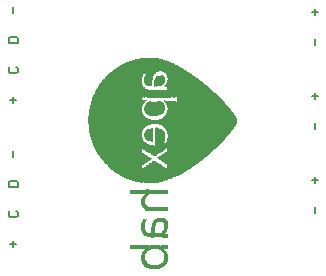
<source format=gbo>
G75*
G70*
%OFA0B0*%
%FSLAX24Y24*%
%IPPOS*%
%LPD*%
%AMOC8*
5,1,8,0,0,1.08239X$1,22.5*
%
%ADD10C,0.0050*%
%ADD11R,0.0003X0.0042*%
%ADD12R,0.0003X0.0066*%
%ADD13R,0.0003X0.0084*%
%ADD14R,0.0003X0.0105*%
%ADD15R,0.0003X0.0117*%
%ADD16R,0.0003X0.0135*%
%ADD17R,0.0003X0.0147*%
%ADD18R,0.0003X0.0162*%
%ADD19R,0.0003X0.0174*%
%ADD20R,0.0003X0.0186*%
%ADD21R,0.0003X0.0198*%
%ADD22R,0.0003X0.0210*%
%ADD23R,0.0003X0.0222*%
%ADD24R,0.0003X0.0234*%
%ADD25R,0.0003X0.0243*%
%ADD26R,0.0003X0.0255*%
%ADD27R,0.0003X0.0264*%
%ADD28R,0.0003X0.0273*%
%ADD29R,0.0003X0.0285*%
%ADD30R,0.0003X0.0297*%
%ADD31R,0.0003X0.0303*%
%ADD32R,0.0003X0.0315*%
%ADD33R,0.0003X0.0327*%
%ADD34R,0.0003X0.0333*%
%ADD35R,0.0003X0.0345*%
%ADD36R,0.0003X0.0354*%
%ADD37R,0.0003X0.0363*%
%ADD38R,0.0003X0.0372*%
%ADD39R,0.0003X0.0381*%
%ADD40R,0.0003X0.0390*%
%ADD41R,0.0003X0.0402*%
%ADD42R,0.0003X0.0408*%
%ADD43R,0.0003X0.0420*%
%ADD44R,0.0003X0.0426*%
%ADD45R,0.0003X0.0438*%
%ADD46R,0.0003X0.0444*%
%ADD47R,0.0003X0.0456*%
%ADD48R,0.0003X0.0462*%
%ADD49R,0.0003X0.0468*%
%ADD50R,0.0003X0.0480*%
%ADD51R,0.0003X0.0486*%
%ADD52R,0.0003X0.0495*%
%ADD53R,0.0003X0.0504*%
%ADD54R,0.0003X0.0513*%
%ADD55R,0.0003X0.0522*%
%ADD56R,0.0003X0.0528*%
%ADD57R,0.0003X0.0537*%
%ADD58R,0.0003X0.0546*%
%ADD59R,0.0003X0.0555*%
%ADD60R,0.0003X0.0561*%
%ADD61R,0.0003X0.0570*%
%ADD62R,0.0003X0.0579*%
%ADD63R,0.0003X0.0585*%
%ADD64R,0.0003X0.0594*%
%ADD65R,0.0003X0.0603*%
%ADD66R,0.0003X0.0609*%
%ADD67R,0.0003X0.0618*%
%ADD68R,0.0003X0.0627*%
%ADD69R,0.0003X0.0633*%
%ADD70R,0.0003X0.0639*%
%ADD71R,0.0003X0.0651*%
%ADD72R,0.0003X0.0657*%
%ADD73R,0.0003X0.0663*%
%ADD74R,0.0003X0.0675*%
%ADD75R,0.0003X0.0681*%
%ADD76R,0.0003X0.0687*%
%ADD77R,0.0003X0.0693*%
%ADD78R,0.0003X0.0705*%
%ADD79R,0.0003X0.0711*%
%ADD80R,0.0003X0.0717*%
%ADD81R,0.0003X0.0726*%
%ADD82R,0.0003X0.0732*%
%ADD83R,0.0003X0.0741*%
%ADD84R,0.0003X0.0747*%
%ADD85R,0.0003X0.0756*%
%ADD86R,0.0003X0.0762*%
%ADD87R,0.0003X0.0771*%
%ADD88R,0.0003X0.0777*%
%ADD89R,0.0003X0.0786*%
%ADD90R,0.0003X0.0792*%
%ADD91R,0.0003X0.0798*%
%ADD92R,0.0003X0.0807*%
%ADD93R,0.0003X0.0813*%
%ADD94R,0.0003X0.0822*%
%ADD95R,0.0003X0.0828*%
%ADD96R,0.0003X0.0837*%
%ADD97R,0.0003X0.0843*%
%ADD98R,0.0003X0.0852*%
%ADD99R,0.0003X0.0858*%
%ADD100R,0.0003X0.0864*%
%ADD101R,0.0003X0.0870*%
%ADD102R,0.0003X0.0879*%
%ADD103R,0.0003X0.0885*%
%ADD104R,0.0003X0.0894*%
%ADD105R,0.0003X0.0900*%
%ADD106R,0.0003X0.0906*%
%ADD107R,0.0003X0.0912*%
%ADD108R,0.0003X0.0921*%
%ADD109R,0.0003X0.0930*%
%ADD110R,0.0003X0.0936*%
%ADD111R,0.0003X0.0942*%
%ADD112R,0.0003X0.0948*%
%ADD113R,0.0003X0.0954*%
%ADD114R,0.0003X0.0963*%
%ADD115R,0.0003X0.0972*%
%ADD116R,0.0003X0.0978*%
%ADD117R,0.0003X0.0984*%
%ADD118R,0.0003X0.0990*%
%ADD119R,0.0003X0.0996*%
%ADD120R,0.0003X0.1002*%
%ADD121R,0.0003X0.1008*%
%ADD122R,0.0003X0.1020*%
%ADD123R,0.0003X0.1026*%
%ADD124R,0.0003X0.1032*%
%ADD125R,0.0003X0.1038*%
%ADD126R,0.0003X0.1044*%
%ADD127R,0.0003X0.1050*%
%ADD128R,0.0003X0.1056*%
%ADD129R,0.0003X0.1068*%
%ADD130R,0.0003X0.1074*%
%ADD131R,0.0003X0.1080*%
%ADD132R,0.0003X0.1086*%
%ADD133R,0.0003X0.1092*%
%ADD134R,0.0003X0.1098*%
%ADD135R,0.0003X0.1104*%
%ADD136R,0.0003X0.1110*%
%ADD137R,0.0003X0.1116*%
%ADD138R,0.0003X0.1125*%
%ADD139R,0.0003X0.1131*%
%ADD140R,0.0003X0.1140*%
%ADD141R,0.0003X0.1146*%
%ADD142R,0.0003X0.1152*%
%ADD143R,0.0003X0.1158*%
%ADD144R,0.0003X0.1164*%
%ADD145R,0.0003X0.1170*%
%ADD146R,0.0003X0.1176*%
%ADD147R,0.0003X0.1182*%
%ADD148R,0.0003X0.1191*%
%ADD149R,0.0003X0.1197*%
%ADD150R,0.0003X0.1203*%
%ADD151R,0.0003X0.1209*%
%ADD152R,0.0003X0.1218*%
%ADD153R,0.0003X0.1224*%
%ADD154R,0.0003X0.1230*%
%ADD155R,0.0003X0.1236*%
%ADD156R,0.0003X0.1242*%
%ADD157R,0.0003X0.1248*%
%ADD158R,0.0003X0.1254*%
%ADD159R,0.0003X0.1260*%
%ADD160R,0.0003X0.1266*%
%ADD161R,0.0003X0.1275*%
%ADD162R,0.0003X0.1281*%
%ADD163R,0.0003X0.1287*%
%ADD164R,0.0003X0.1293*%
%ADD165R,0.0003X0.1299*%
%ADD166R,0.0003X0.1305*%
%ADD167R,0.0003X0.1314*%
%ADD168R,0.0003X0.1320*%
%ADD169R,0.0003X0.1326*%
%ADD170R,0.0003X0.1332*%
%ADD171R,0.0003X0.1338*%
%ADD172R,0.0003X0.1344*%
%ADD173R,0.0003X0.1350*%
%ADD174R,0.0003X0.1356*%
%ADD175R,0.0003X0.1362*%
%ADD176R,0.0003X0.1368*%
%ADD177R,0.0003X0.1374*%
%ADD178R,0.0003X0.1380*%
%ADD179R,0.0003X0.1386*%
%ADD180R,0.0003X0.1395*%
%ADD181R,0.0003X0.1401*%
%ADD182R,0.0003X0.1407*%
%ADD183R,0.0003X0.1413*%
%ADD184R,0.0003X0.1419*%
%ADD185R,0.0003X0.1425*%
%ADD186R,0.0003X0.1431*%
%ADD187R,0.0003X0.1437*%
%ADD188R,0.0003X0.1443*%
%ADD189R,0.0003X0.1449*%
%ADD190R,0.0003X0.1455*%
%ADD191R,0.0003X0.1461*%
%ADD192R,0.0003X0.1467*%
%ADD193R,0.0003X0.1473*%
%ADD194R,0.0003X0.1479*%
%ADD195R,0.0003X0.1485*%
%ADD196R,0.0003X0.1491*%
%ADD197R,0.0003X0.1497*%
%ADD198R,0.0003X0.1503*%
%ADD199R,0.0003X0.1509*%
%ADD200R,0.0003X0.1515*%
%ADD201R,0.0003X0.1521*%
%ADD202R,0.0003X0.1527*%
%ADD203R,0.0003X0.1533*%
%ADD204R,0.0003X0.1539*%
%ADD205R,0.0003X0.1545*%
%ADD206R,0.0003X0.1551*%
%ADD207R,0.0003X0.1557*%
%ADD208R,0.0003X0.1563*%
%ADD209R,0.0003X0.1569*%
%ADD210R,0.0003X0.1575*%
%ADD211R,0.0003X0.1581*%
%ADD212R,0.0003X0.1587*%
%ADD213R,0.0003X0.1593*%
%ADD214R,0.0003X0.1599*%
%ADD215R,0.0003X0.1605*%
%ADD216R,0.0003X0.1611*%
%ADD217R,0.0003X0.1617*%
%ADD218R,0.0003X0.1623*%
%ADD219R,0.0003X0.1629*%
%ADD220R,0.0003X0.1635*%
%ADD221R,0.0003X0.1641*%
%ADD222R,0.0003X0.1647*%
%ADD223R,0.0003X0.1653*%
%ADD224R,0.0003X0.1659*%
%ADD225R,0.0003X0.1665*%
%ADD226R,0.0003X0.1671*%
%ADD227R,0.0003X0.1677*%
%ADD228R,0.0003X0.1683*%
%ADD229R,0.0003X0.1686*%
%ADD230R,0.0003X0.1692*%
%ADD231R,0.0003X0.1698*%
%ADD232R,0.0003X0.1704*%
%ADD233R,0.0003X0.1710*%
%ADD234R,0.0003X0.1716*%
%ADD235R,0.0003X0.1722*%
%ADD236R,0.0003X0.1728*%
%ADD237R,0.0003X0.1734*%
%ADD238R,0.0003X0.1740*%
%ADD239R,0.0003X0.1746*%
%ADD240R,0.0003X0.1752*%
%ADD241R,0.0003X0.1758*%
%ADD242R,0.0003X0.1764*%
%ADD243R,0.0003X0.1767*%
%ADD244R,0.0003X0.1773*%
%ADD245R,0.0003X0.1779*%
%ADD246R,0.0003X0.1785*%
%ADD247R,0.0003X0.1791*%
%ADD248R,0.0003X0.1797*%
%ADD249R,0.0003X0.1803*%
%ADD250R,0.0003X0.1809*%
%ADD251R,0.0003X0.1815*%
%ADD252R,0.0003X0.1818*%
%ADD253R,0.0003X0.1824*%
%ADD254R,0.0003X0.1830*%
%ADD255R,0.0003X0.1836*%
%ADD256R,0.0003X0.1842*%
%ADD257R,0.0003X0.1848*%
%ADD258R,0.0003X0.1854*%
%ADD259R,0.0003X0.1860*%
%ADD260R,0.0003X0.1863*%
%ADD261R,0.0003X0.1869*%
%ADD262R,0.0003X0.1875*%
%ADD263R,0.0003X0.1881*%
%ADD264R,0.0003X0.1887*%
%ADD265R,0.0003X0.1890*%
%ADD266R,0.0003X0.1896*%
%ADD267R,0.0003X0.1902*%
%ADD268R,0.0003X0.1908*%
%ADD269R,0.0003X0.1914*%
%ADD270R,0.0003X0.1920*%
%ADD271R,0.0003X0.1926*%
%ADD272R,0.0003X0.1932*%
%ADD273R,0.0003X0.1938*%
%ADD274R,0.0003X0.1941*%
%ADD275R,0.0003X0.1947*%
%ADD276R,0.0003X0.1953*%
%ADD277R,0.0003X0.1959*%
%ADD278R,0.0003X0.1962*%
%ADD279R,0.0003X0.1968*%
%ADD280R,0.0003X0.1974*%
%ADD281R,0.0003X0.1980*%
%ADD282R,0.0003X0.1986*%
%ADD283R,0.0003X0.1992*%
%ADD284R,0.0003X0.1998*%
%ADD285R,0.0003X0.2004*%
%ADD286R,0.0003X0.2007*%
%ADD287R,0.0003X0.2013*%
%ADD288R,0.0003X0.2019*%
%ADD289R,0.0003X0.2022*%
%ADD290R,0.0003X0.2028*%
%ADD291R,0.0003X0.2034*%
%ADD292R,0.0003X0.2040*%
%ADD293R,0.0003X0.2046*%
%ADD294R,0.0003X0.2052*%
%ADD295R,0.0003X0.2055*%
%ADD296R,0.0003X0.2061*%
%ADD297R,0.0003X0.2067*%
%ADD298R,0.0003X0.2070*%
%ADD299R,0.0003X0.2076*%
%ADD300R,0.0003X0.2082*%
%ADD301R,0.0003X0.2088*%
%ADD302R,0.0003X0.2094*%
%ADD303R,0.0003X0.2100*%
%ADD304R,0.0003X0.2106*%
%ADD305R,0.0003X0.2109*%
%ADD306R,0.0003X0.2115*%
%ADD307R,0.0003X0.2118*%
%ADD308R,0.0003X0.2124*%
%ADD309R,0.0003X0.2130*%
%ADD310R,0.0003X0.2136*%
%ADD311R,0.0003X0.2142*%
%ADD312R,0.0003X0.2148*%
%ADD313R,0.0003X0.2154*%
%ADD314R,0.0003X0.2157*%
%ADD315R,0.0003X0.2160*%
%ADD316R,0.0003X0.2166*%
%ADD317R,0.0003X0.2172*%
%ADD318R,0.0003X0.2178*%
%ADD319R,0.0003X0.2184*%
%ADD320R,0.0003X0.2190*%
%ADD321R,0.0003X0.2196*%
%ADD322R,0.0003X0.2196*%
%ADD323R,0.0003X0.2202*%
%ADD324R,0.0003X0.2208*%
%ADD325R,0.0003X0.2214*%
%ADD326R,0.0003X0.2220*%
%ADD327R,0.0003X0.2226*%
%ADD328R,0.0003X0.2232*%
%ADD329R,0.0003X0.2238*%
%ADD330R,0.0003X0.2244*%
%ADD331R,0.0003X0.2250*%
%ADD332R,0.0003X0.2256*%
%ADD333R,0.0003X0.2262*%
%ADD334R,0.0003X0.2268*%
%ADD335R,0.0003X0.2274*%
%ADD336R,0.0003X0.2274*%
%ADD337R,0.0003X0.2280*%
%ADD338R,0.0003X0.2286*%
%ADD339R,0.0003X0.2292*%
%ADD340R,0.0003X0.2298*%
%ADD341R,0.0003X0.2304*%
%ADD342R,0.0003X0.2304*%
%ADD343R,0.0003X0.2310*%
%ADD344R,0.0003X0.2316*%
%ADD345R,0.0003X0.2322*%
%ADD346R,0.0003X0.2328*%
%ADD347R,0.0003X0.2334*%
%ADD348R,0.0003X0.2337*%
%ADD349R,0.0003X0.2340*%
%ADD350R,0.0003X0.2346*%
%ADD351R,0.0003X0.2352*%
%ADD352R,0.0003X0.2358*%
%ADD353R,0.0003X0.2364*%
%ADD354R,0.0003X0.2367*%
%ADD355R,0.0003X0.2373*%
%ADD356R,0.0003X0.2376*%
%ADD357R,0.0003X0.2382*%
%ADD358R,0.0003X0.2388*%
%ADD359R,0.0003X0.2394*%
%ADD360R,0.0003X0.2397*%
%ADD361R,0.0003X0.2400*%
%ADD362R,0.0003X0.2406*%
%ADD363R,0.0003X0.2412*%
%ADD364R,0.0003X0.2418*%
%ADD365R,0.0003X0.2424*%
%ADD366R,0.0003X0.2427*%
%ADD367R,0.0003X0.2430*%
%ADD368R,0.0003X0.2436*%
%ADD369R,0.0003X0.2442*%
%ADD370R,0.0003X0.2448*%
%ADD371R,0.0003X0.2454*%
%ADD372R,0.0003X0.2457*%
%ADD373R,0.0003X0.2460*%
%ADD374R,0.0003X0.2466*%
%ADD375R,0.0003X0.2472*%
%ADD376R,0.0003X0.2478*%
%ADD377R,0.0003X0.2481*%
%ADD378R,0.0003X0.2487*%
%ADD379R,0.0003X0.2490*%
%ADD380R,0.0003X0.2496*%
%ADD381R,0.0003X0.2502*%
%ADD382R,0.0003X0.2505*%
%ADD383R,0.0003X0.2511*%
%ADD384R,0.0003X0.2514*%
%ADD385R,0.0003X0.2520*%
%ADD386R,0.0003X0.2526*%
%ADD387R,0.0003X0.2529*%
%ADD388R,0.0003X0.2535*%
%ADD389R,0.0003X0.2538*%
%ADD390R,0.0003X0.2544*%
%ADD391R,0.0003X0.2550*%
%ADD392R,0.0003X0.2553*%
%ADD393R,0.0003X0.2559*%
%ADD394R,0.0003X0.2562*%
%ADD395R,0.0003X0.2568*%
%ADD396R,0.0003X0.2574*%
%ADD397R,0.0003X0.2577*%
%ADD398R,0.0003X0.2583*%
%ADD399R,0.0003X0.2586*%
%ADD400R,0.0003X0.2592*%
%ADD401R,0.0003X0.2598*%
%ADD402R,0.0003X0.2601*%
%ADD403R,0.0003X0.2607*%
%ADD404R,0.0003X0.2610*%
%ADD405R,0.0003X0.2616*%
%ADD406R,0.0003X0.2619*%
%ADD407R,0.0003X0.2625*%
%ADD408R,0.0003X0.2631*%
%ADD409R,0.0003X0.2634*%
%ADD410R,0.0003X0.2640*%
%ADD411R,0.0003X0.2643*%
%ADD412R,0.0003X0.2649*%
%ADD413R,0.0003X0.2655*%
%ADD414R,0.0003X0.2658*%
%ADD415R,0.0003X0.2661*%
%ADD416R,0.0003X0.2667*%
%ADD417R,0.0003X0.2673*%
%ADD418R,0.0003X0.2676*%
%ADD419R,0.0003X0.2682*%
%ADD420R,0.0003X0.2685*%
%ADD421R,0.0003X0.2691*%
%ADD422R,0.0003X0.2697*%
%ADD423R,0.0003X0.2700*%
%ADD424R,0.0003X0.2703*%
%ADD425R,0.0003X0.2709*%
%ADD426R,0.0003X0.2715*%
%ADD427R,0.0003X0.2718*%
%ADD428R,0.0003X0.2721*%
%ADD429R,0.0003X0.2727*%
%ADD430R,0.0003X0.2733*%
%ADD431R,0.0003X0.2739*%
%ADD432R,0.0003X0.2739*%
%ADD433R,0.0003X0.2745*%
%ADD434R,0.0003X0.2751*%
%ADD435R,0.0003X0.2757*%
%ADD436R,0.0003X0.2757*%
%ADD437R,0.0003X0.2763*%
%ADD438R,0.0003X0.2769*%
%ADD439R,0.0003X0.2775*%
%ADD440R,0.0003X0.2781*%
%ADD441R,0.0003X0.2787*%
%ADD442R,0.0003X0.2793*%
%ADD443R,0.0003X0.2799*%
%ADD444R,0.0003X0.2805*%
%ADD445R,0.0003X0.2811*%
%ADD446R,0.0003X0.2817*%
%ADD447R,0.0003X0.2823*%
%ADD448R,0.0003X0.2829*%
%ADD449R,0.0003X0.2829*%
%ADD450R,0.0003X0.2835*%
%ADD451R,0.0003X0.2841*%
%ADD452R,0.0003X0.2847*%
%ADD453R,0.0003X0.2847*%
%ADD454R,0.0003X0.2853*%
%ADD455R,0.0003X0.2859*%
%ADD456R,0.0003X0.2865*%
%ADD457R,0.0003X0.2871*%
%ADD458R,0.0003X0.2877*%
%ADD459R,0.0003X0.2880*%
%ADD460R,0.0003X0.2883*%
%ADD461R,0.0003X0.2889*%
%ADD462R,0.0003X0.2895*%
%ADD463R,0.0003X0.2898*%
%ADD464R,0.0003X0.2901*%
%ADD465R,0.0003X0.2907*%
%ADD466R,0.0003X0.2910*%
%ADD467R,0.0003X0.2913*%
%ADD468R,0.0003X0.2919*%
%ADD469R,0.0003X0.2925*%
%ADD470R,0.0003X0.2928*%
%ADD471R,0.0003X0.2931*%
%ADD472R,0.0003X0.2937*%
%ADD473R,0.0003X0.2940*%
%ADD474R,0.0003X0.2946*%
%ADD475R,0.0003X0.2949*%
%ADD476R,0.0003X0.2955*%
%ADD477R,0.0003X0.2958*%
%ADD478R,0.0003X0.2961*%
%ADD479R,0.0003X0.2967*%
%ADD480R,0.0003X0.2970*%
%ADD481R,0.0003X0.2973*%
%ADD482R,0.0003X0.2979*%
%ADD483R,0.0003X0.2985*%
%ADD484R,0.0003X0.2988*%
%ADD485R,0.0003X0.2991*%
%ADD486R,0.0003X0.2997*%
%ADD487R,0.0003X0.3000*%
%ADD488R,0.0003X0.3003*%
%ADD489R,0.0003X0.3009*%
%ADD490R,0.0003X0.3015*%
%ADD491R,0.0003X0.3018*%
%ADD492R,0.0003X0.3021*%
%ADD493R,0.0003X0.3027*%
%ADD494R,0.0003X0.3030*%
%ADD495R,0.0003X0.3033*%
%ADD496R,0.0003X0.3039*%
%ADD497R,0.0003X0.3042*%
%ADD498R,0.0003X0.3045*%
%ADD499R,0.0003X0.3051*%
%ADD500R,0.0003X0.3054*%
%ADD501R,0.0003X0.3060*%
%ADD502R,0.0003X0.3063*%
%ADD503R,0.0003X0.3066*%
%ADD504R,0.0003X0.3072*%
%ADD505R,0.0003X0.3075*%
%ADD506R,0.0003X0.3081*%
%ADD507R,0.0003X0.3084*%
%ADD508R,0.0003X0.3090*%
%ADD509R,0.0003X0.3093*%
%ADD510R,0.0003X0.3096*%
%ADD511R,0.0003X0.3102*%
%ADD512R,0.0003X0.3105*%
%ADD513R,0.0003X0.3108*%
%ADD514R,0.0003X0.3114*%
%ADD515R,0.0003X0.3117*%
%ADD516R,0.0003X0.3120*%
%ADD517R,0.0003X0.3126*%
%ADD518R,0.0003X0.3129*%
%ADD519R,0.0003X0.3132*%
%ADD520R,0.0003X0.3138*%
%ADD521R,0.0003X0.3141*%
%ADD522R,0.0003X0.3144*%
%ADD523R,0.0003X0.3150*%
%ADD524R,0.0003X0.3153*%
%ADD525R,0.0003X0.3156*%
%ADD526R,0.0003X0.3162*%
%ADD527R,0.0003X0.3165*%
%ADD528R,0.0003X0.3168*%
%ADD529R,0.0003X0.3174*%
%ADD530R,0.0003X0.3180*%
%ADD531R,0.0003X0.3186*%
%ADD532R,0.0003X0.3186*%
%ADD533R,0.0003X0.3192*%
%ADD534R,0.0003X0.3198*%
%ADD535R,0.0003X0.3204*%
%ADD536R,0.0003X0.3210*%
%ADD537R,0.0003X0.3216*%
%ADD538R,0.0003X0.3222*%
%ADD539R,0.0003X0.3222*%
%ADD540R,0.0003X0.3228*%
%ADD541R,0.0003X0.3234*%
%ADD542R,0.0003X0.3240*%
%ADD543R,0.0003X0.3246*%
%ADD544R,0.0003X0.3246*%
%ADD545R,0.0003X0.3252*%
%ADD546R,0.0003X0.3255*%
%ADD547R,0.0003X0.3258*%
%ADD548R,0.0003X0.3264*%
%ADD549R,0.0003X0.3264*%
%ADD550R,0.0003X0.3270*%
%ADD551R,0.0003X0.3276*%
%ADD552R,0.0003X0.3282*%
%ADD553R,0.0003X0.3288*%
%ADD554R,0.0003X0.3294*%
%ADD555R,0.0003X0.3297*%
%ADD556R,0.0003X0.3300*%
%ADD557R,0.0003X0.3306*%
%ADD558R,0.0003X0.3312*%
%ADD559R,0.0003X0.3318*%
%ADD560R,0.0003X0.3318*%
%ADD561R,0.0003X0.3324*%
%ADD562R,0.0003X0.3327*%
%ADD563R,0.0003X0.3330*%
%ADD564R,0.0003X0.3336*%
%ADD565R,0.0003X0.3339*%
%ADD566R,0.0003X0.3342*%
%ADD567R,0.0003X0.3345*%
%ADD568R,0.0003X0.3348*%
%ADD569R,0.0003X0.3354*%
%ADD570R,0.0003X0.3357*%
%ADD571R,0.0003X0.3360*%
%ADD572R,0.0003X0.3363*%
%ADD573R,0.0003X0.3366*%
%ADD574R,0.0003X0.3372*%
%ADD575R,0.0003X0.3375*%
%ADD576R,0.0003X0.3378*%
%ADD577R,0.0003X0.3381*%
%ADD578R,0.0003X0.3384*%
%ADD579R,0.0003X0.3390*%
%ADD580R,0.0003X0.3393*%
%ADD581R,0.0003X0.3396*%
%ADD582R,0.0003X0.3399*%
%ADD583R,0.0003X0.3405*%
%ADD584R,0.0003X0.3408*%
%ADD585R,0.0003X0.3411*%
%ADD586R,0.0003X0.3414*%
%ADD587R,0.0003X0.3417*%
%ADD588R,0.0003X0.3423*%
%ADD589R,0.0003X0.3426*%
%ADD590R,0.0003X0.3429*%
%ADD591R,0.0003X0.3432*%
%ADD592R,0.0003X0.3435*%
%ADD593R,0.0003X0.3441*%
%ADD594R,0.0003X0.3444*%
%ADD595R,0.0003X0.3447*%
%ADD596R,0.0003X0.3450*%
%ADD597R,0.0003X0.3453*%
%ADD598R,0.0003X0.3459*%
%ADD599R,0.0003X0.3465*%
%ADD600R,0.0003X0.3468*%
%ADD601R,0.0003X0.3471*%
%ADD602R,0.0003X0.3474*%
%ADD603R,0.0003X0.3477*%
%ADD604R,0.0003X0.3483*%
%ADD605R,0.0003X0.3483*%
%ADD606R,0.0003X0.3489*%
%ADD607R,0.0003X0.3495*%
%ADD608R,0.0003X0.3501*%
%ADD609R,0.0003X0.3501*%
%ADD610R,0.0003X0.3507*%
%ADD611R,0.0003X0.3513*%
%ADD612R,0.0003X0.3513*%
%ADD613R,0.0003X0.3519*%
%ADD614R,0.0003X0.3525*%
%ADD615R,0.0003X0.3531*%
%ADD616R,0.0003X0.3531*%
%ADD617R,0.0003X0.3537*%
%ADD618R,0.0003X0.3543*%
%ADD619R,0.0003X0.3549*%
%ADD620R,0.0003X0.3555*%
%ADD621R,0.0003X0.3561*%
%ADD622R,0.0003X0.3567*%
%ADD623R,0.0003X0.3567*%
%ADD624R,0.0003X0.3573*%
%ADD625R,0.0003X0.3579*%
%ADD626R,0.0003X0.3579*%
%ADD627R,0.0003X0.3585*%
%ADD628R,0.0003X0.3588*%
%ADD629R,0.0003X0.3591*%
%ADD630R,0.0003X0.3597*%
%ADD631R,0.0003X0.3597*%
%ADD632R,0.0003X0.3603*%
%ADD633R,0.0003X0.3609*%
%ADD634R,0.0003X0.3615*%
%ADD635R,0.0003X0.3615*%
%ADD636R,0.0003X0.3621*%
%ADD637R,0.0003X0.3624*%
%ADD638R,0.0003X0.3627*%
%ADD639R,0.0003X0.3630*%
%ADD640R,0.0003X0.3633*%
%ADD641R,0.0003X0.3636*%
%ADD642R,0.0003X0.3639*%
%ADD643R,0.0003X0.3642*%
%ADD644R,0.0003X0.3645*%
%ADD645R,0.0003X0.3648*%
%ADD646R,0.0003X0.1050*%
%ADD647R,0.0003X0.2469*%
%ADD648R,0.0003X0.1053*%
%ADD649R,0.0003X0.1056*%
%ADD650R,0.0003X0.2472*%
%ADD651R,0.0003X0.2475*%
%ADD652R,0.0003X0.1059*%
%ADD653R,0.0003X0.2478*%
%ADD654R,0.0003X0.1062*%
%ADD655R,0.0003X0.1062*%
%ADD656R,0.0003X0.2481*%
%ADD657R,0.0003X0.1065*%
%ADD658R,0.0003X0.2481*%
%ADD659R,0.0003X0.2484*%
%ADD660R,0.0003X0.1068*%
%ADD661R,0.0003X0.2487*%
%ADD662R,0.0003X0.1071*%
%ADD663R,0.0003X0.2487*%
%ADD664R,0.0003X0.1071*%
%ADD665R,0.0003X0.1074*%
%ADD666R,0.0003X0.2493*%
%ADD667R,0.0003X0.1077*%
%ADD668R,0.0003X0.1077*%
%ADD669R,0.0003X0.2496*%
%ADD670R,0.0003X0.2499*%
%ADD671R,0.0003X0.1083*%
%ADD672R,0.0003X0.2502*%
%ADD673R,0.0003X0.1086*%
%ADD674R,0.0003X0.1089*%
%ADD675R,0.0003X0.2508*%
%ADD676R,0.0003X0.1092*%
%ADD677R,0.0003X0.2511*%
%ADD678R,0.0003X0.1095*%
%ADD679R,0.0003X0.2511*%
%ADD680R,0.0003X0.2514*%
%ADD681R,0.0003X0.1098*%
%ADD682R,0.0003X0.1101*%
%ADD683R,0.0003X0.2517*%
%ADD684R,0.0003X0.1101*%
%ADD685R,0.0003X0.1104*%
%ADD686R,0.0003X0.1107*%
%ADD687R,0.0003X0.2523*%
%ADD688R,0.0003X0.1107*%
%ADD689R,0.0003X0.2523*%
%ADD690R,0.0003X0.2526*%
%ADD691R,0.0003X0.1113*%
%ADD692R,0.0003X0.1113*%
%ADD693R,0.0003X0.2532*%
%ADD694R,0.0003X0.1116*%
%ADD695R,0.0003X0.2532*%
%ADD696R,0.0003X0.1119*%
%ADD697R,0.0003X0.1122*%
%ADD698R,0.0003X0.2538*%
%ADD699R,0.0003X0.1122*%
%ADD700R,0.0003X0.2538*%
%ADD701R,0.0003X0.2541*%
%ADD702R,0.0003X0.1128*%
%ADD703R,0.0003X0.2544*%
%ADD704R,0.0003X0.1128*%
%ADD705R,0.0003X0.2544*%
%ADD706R,0.0003X0.1131*%
%ADD707R,0.0003X0.2547*%
%ADD708R,0.0003X0.1134*%
%ADD709R,0.0003X0.2550*%
%ADD710R,0.0003X0.1134*%
%ADD711R,0.0003X0.1137*%
%ADD712R,0.0003X0.2556*%
%ADD713R,0.0003X0.1140*%
%ADD714R,0.0003X0.2559*%
%ADD715R,0.0003X0.1143*%
%ADD716R,0.0003X0.1149*%
%ADD717R,0.0003X0.2565*%
%ADD718R,0.0003X0.1149*%
%ADD719R,0.0003X0.2565*%
%ADD720R,0.0003X0.1152*%
%ADD721R,0.0003X0.2568*%
%ADD722R,0.0003X0.1155*%
%ADD723R,0.0003X0.2571*%
%ADD724R,0.0003X0.1155*%
%ADD725R,0.0003X0.2571*%
%ADD726R,0.0003X0.1158*%
%ADD727R,0.0003X0.2574*%
%ADD728R,0.0003X0.1161*%
%ADD729R,0.0003X0.2577*%
%ADD730R,0.0003X0.1161*%
%ADD731R,0.0003X0.2577*%
%ADD732R,0.0003X0.1164*%
%ADD733R,0.0003X0.2580*%
%ADD734R,0.0003X0.1167*%
%ADD735R,0.0003X0.1167*%
%ADD736R,0.0003X0.2583*%
%ADD737R,0.0003X0.1173*%
%ADD738R,0.0003X0.1173*%
%ADD739R,0.0003X0.2589*%
%ADD740R,0.0003X0.2589*%
%ADD741R,0.0003X0.1179*%
%ADD742R,0.0003X0.1179*%
%ADD743R,0.0003X0.2595*%
%ADD744R,0.0003X0.2595*%
%ADD745R,0.0003X0.1182*%
%ADD746R,0.0003X0.2598*%
%ADD747R,0.0003X0.1185*%
%ADD748R,0.0003X0.1185*%
%ADD749R,0.0003X0.2601*%
%ADD750R,0.0003X0.2601*%
%ADD751R,0.0003X0.1188*%
%ADD752R,0.0003X0.2604*%
%ADD753R,0.0003X0.1191*%
%ADD754R,0.0003X0.1191*%
%ADD755R,0.0003X0.2604*%
%ADD756R,0.0003X0.2607*%
%ADD757R,0.0003X0.1194*%
%ADD758R,0.0003X0.1197*%
%ADD759R,0.0003X0.2610*%
%ADD760R,0.0003X0.0546*%
%ADD761R,0.0003X0.0219*%
%ADD762R,0.0003X0.0819*%
%ADD763R,0.0003X0.1410*%
%ADD764R,0.0003X0.0561*%
%ADD765R,0.0003X0.0195*%
%ADD766R,0.0003X0.0768*%
%ADD767R,0.0003X0.1374*%
%ADD768R,0.0003X0.0516*%
%ADD769R,0.0003X0.0549*%
%ADD770R,0.0003X0.0183*%
%ADD771R,0.0003X0.0741*%
%ADD772R,0.0003X0.1353*%
%ADD773R,0.0003X0.0060*%
%ADD774R,0.0003X0.0063*%
%ADD775R,0.0003X0.0534*%
%ADD776R,0.0003X0.0171*%
%ADD777R,0.0003X0.0708*%
%ADD778R,0.0003X0.1335*%
%ADD779R,0.0003X0.0114*%
%ADD780R,0.0003X0.0120*%
%ADD781R,0.0003X0.0522*%
%ADD782R,0.0003X0.0159*%
%ADD783R,0.0003X0.0684*%
%ADD784R,0.0003X0.1317*%
%ADD785R,0.0003X0.0156*%
%ADD786R,0.0003X0.0489*%
%ADD787R,0.0003X0.0150*%
%ADD788R,0.0003X0.0666*%
%ADD789R,0.0003X0.1311*%
%ADD790R,0.0003X0.0171*%
%ADD791R,0.0003X0.0180*%
%ADD792R,0.0003X0.0231*%
%ADD793R,0.0003X0.0141*%
%ADD794R,0.0003X0.0645*%
%ADD795R,0.0003X0.0219*%
%ADD796R,0.0003X0.0429*%
%ADD797R,0.0003X0.0348*%
%ADD798R,0.0003X0.0207*%
%ADD799R,0.0003X0.0477*%
%ADD800R,0.0003X0.0144*%
%ADD801R,0.0003X0.0132*%
%ADD802R,0.0003X0.0627*%
%ADD803R,0.0003X0.0423*%
%ADD804R,0.0003X0.0216*%
%ADD805R,0.0003X0.0228*%
%ADD806R,0.0003X0.0471*%
%ADD807R,0.0003X0.0126*%
%ADD808R,0.0003X0.0612*%
%ADD809R,0.0003X0.0201*%
%ADD810R,0.0003X0.0228*%
%ADD811R,0.0003X0.0123*%
%ADD812R,0.0003X0.0246*%
%ADD813R,0.0003X0.0468*%
%ADD814R,0.0003X0.0129*%
%ADD815R,0.0003X0.0231*%
%ADD816R,0.0003X0.0120*%
%ADD817R,0.0003X0.0597*%
%ADD818R,0.0003X0.0189*%
%ADD819R,0.0003X0.0417*%
%ADD820R,0.0003X0.0357*%
%ADD821R,0.0003X0.0132*%
%ADD822R,0.0003X0.0135*%
%ADD823R,0.0003X0.0246*%
%ADD824R,0.0003X0.0123*%
%ADD825R,0.0003X0.0117*%
%ADD826R,0.0003X0.0582*%
%ADD827R,0.0003X0.0411*%
%ADD828R,0.0003X0.0357*%
%ADD829R,0.0003X0.0264*%
%ADD830R,0.0003X0.0282*%
%ADD831R,0.0003X0.0456*%
%ADD832R,0.0003X0.0108*%
%ADD833R,0.0003X0.0177*%
%ADD834R,0.0003X0.0363*%
%ADD835R,0.0003X0.0273*%
%ADD836R,0.0003X0.0294*%
%ADD837R,0.0003X0.0453*%
%ADD838R,0.0003X0.0108*%
%ADD839R,0.0003X0.0102*%
%ADD840R,0.0003X0.0558*%
%ADD841R,0.0003X0.0405*%
%ADD842R,0.0003X0.0366*%
%ADD843R,0.0003X0.0306*%
%ADD844R,0.0003X0.0450*%
%ADD845R,0.0003X0.0096*%
%ADD846R,0.0003X0.0543*%
%ADD847R,0.0003X0.0165*%
%ADD848R,0.0003X0.0300*%
%ADD849R,0.0003X0.0321*%
%ADD850R,0.0003X0.0444*%
%ADD851R,0.0003X0.0099*%
%ADD852R,0.0003X0.0234*%
%ADD853R,0.0003X0.0090*%
%ADD854R,0.0003X0.0534*%
%ADD855R,0.0003X0.0162*%
%ADD856R,0.0003X0.0399*%
%ADD857R,0.0003X0.0372*%
%ADD858R,0.0003X0.0312*%
%ADD859R,0.0003X0.0114*%
%ADD860R,0.0003X0.0333*%
%ADD861R,0.0003X0.0093*%
%ADD862R,0.0003X0.0087*%
%ADD863R,0.0003X0.0153*%
%ADD864R,0.0003X0.0393*%
%ADD865R,0.0003X0.0375*%
%ADD866R,0.0003X0.0321*%
%ADD867R,0.0003X0.0441*%
%ADD868R,0.0003X0.0081*%
%ADD869R,0.0003X0.0330*%
%ADD870R,0.0003X0.0435*%
%ADD871R,0.0003X0.0237*%
%ADD872R,0.0003X0.0078*%
%ADD873R,0.0003X0.0501*%
%ADD874R,0.0003X0.0147*%
%ADD875R,0.0003X0.0387*%
%ADD876R,0.0003X0.0381*%
%ADD877R,0.0003X0.0342*%
%ADD878R,0.0003X0.0078*%
%ADD879R,0.0003X0.0072*%
%ADD880R,0.0003X0.0384*%
%ADD881R,0.0003X0.0351*%
%ADD882R,0.0003X0.0432*%
%ADD883R,0.0003X0.0075*%
%ADD884R,0.0003X0.0237*%
%ADD885R,0.0003X0.0069*%
%ADD886R,0.0003X0.0483*%
%ADD887R,0.0003X0.0381*%
%ADD888R,0.0003X0.0384*%
%ADD889R,0.0003X0.0360*%
%ADD890R,0.0003X0.0387*%
%ADD891R,0.0003X0.0069*%
%ADD892R,0.0003X0.0066*%
%ADD893R,0.0003X0.0471*%
%ADD894R,0.0003X0.0369*%
%ADD895R,0.0003X0.0396*%
%ADD896R,0.0003X0.0063*%
%ADD897R,0.0003X0.0465*%
%ADD898R,0.0003X0.0057*%
%ADD899R,0.0003X0.0456*%
%ADD900R,0.0003X0.0156*%
%ADD901R,0.0003X0.0414*%
%ADD902R,0.0003X0.0054*%
%ADD903R,0.0003X0.0447*%
%ADD904R,0.0003X0.0159*%
%ADD905R,0.0003X0.0399*%
%ADD906R,0.0003X0.0423*%
%ADD907R,0.0003X0.0054*%
%ADD908R,0.0003X0.0051*%
%ADD909R,0.0003X0.0441*%
%ADD910R,0.0003X0.0159*%
%ADD911R,0.0003X0.0402*%
%ADD912R,0.0003X0.0429*%
%ADD913R,0.0003X0.0051*%
%ADD914R,0.0003X0.0240*%
%ADD915R,0.0003X0.0048*%
%ADD916R,0.0003X0.0432*%
%ADD917R,0.0003X0.0408*%
%ADD918R,0.0003X0.0417*%
%ADD919R,0.0003X0.0045*%
%ADD920R,0.0003X0.0168*%
%ADD921R,0.0003X0.0444*%
%ADD922R,0.0003X0.0042*%
%ADD923R,0.0003X0.0417*%
%ADD924R,0.0003X0.0414*%
%ADD925R,0.0003X0.0039*%
%ADD926R,0.0003X0.0426*%
%ADD927R,0.0003X0.0459*%
%ADD928R,0.0003X0.0411*%
%ADD929R,0.0003X0.0039*%
%ADD930R,0.0003X0.0240*%
%ADD931R,0.0003X0.0036*%
%ADD932R,0.0003X0.0177*%
%ADD933R,0.0003X0.0339*%
%ADD934R,0.0003X0.0432*%
%ADD935R,0.0003X0.0465*%
%ADD936R,0.0003X0.0033*%
%ADD937R,0.0003X0.0033*%
%ADD938R,0.0003X0.0396*%
%ADD939R,0.0003X0.0336*%
%ADD940R,0.0003X0.0030*%
%ADD941R,0.0003X0.0027*%
%ADD942R,0.0003X0.0027*%
%ADD943R,0.0003X0.0384*%
%ADD944R,0.0003X0.0186*%
%ADD945R,0.0003X0.0411*%
%ADD946R,0.0003X0.0024*%
%ADD947R,0.0003X0.0024*%
%ADD948R,0.0003X0.0378*%
%ADD949R,0.0003X0.0189*%
%ADD950R,0.0003X0.0492*%
%ADD951R,0.0003X0.0408*%
%ADD952R,0.0003X0.0021*%
%ADD953R,0.0003X0.0021*%
%ADD954R,0.0003X0.0189*%
%ADD955R,0.0003X0.0321*%
%ADD956R,0.0003X0.0219*%
%ADD957R,0.0003X0.0174*%
%ADD958R,0.0003X0.0498*%
%ADD959R,0.0003X0.0018*%
%ADD960R,0.0003X0.0018*%
%ADD961R,0.0003X0.0366*%
%ADD962R,0.0003X0.0192*%
%ADD963R,0.0003X0.0318*%
%ADD964R,0.0003X0.0207*%
%ADD965R,0.0003X0.0015*%
%ADD966R,0.0003X0.0360*%
%ADD967R,0.0003X0.0096*%
%ADD968R,0.0003X0.0315*%
%ADD969R,0.0003X0.0198*%
%ADD970R,0.0003X0.0249*%
%ADD971R,0.0003X0.0012*%
%ADD972R,0.0003X0.0090*%
%ADD973R,0.0003X0.0309*%
%ADD974R,0.0003X0.0009*%
%ADD975R,0.0003X0.0111*%
%ADD976R,0.0003X0.0405*%
%ADD977R,0.0003X0.0006*%
%ADD978R,0.0003X0.0009*%
%ADD979R,0.0003X0.0138*%
%ADD980R,0.0003X0.0342*%
%ADD981R,0.0003X0.0207*%
%ADD982R,0.0003X0.0207*%
%ADD983R,0.0003X0.0303*%
%ADD984R,0.0003X0.0447*%
%ADD985R,0.0003X0.0180*%
%ADD986R,0.0003X0.0129*%
%ADD987R,0.0003X0.0213*%
%ADD988R,0.0003X0.0162*%
%ADD989R,0.0003X0.0003*%
%ADD990R,0.0003X0.0009*%
%ADD991R,0.0003X0.0339*%
%ADD992R,0.0003X0.0234*%
%ADD993R,0.0003X0.0447*%
%ADD994R,0.0003X0.0123*%
%ADD995R,0.0003X0.0006*%
%ADD996R,0.0003X0.0252*%
%ADD997R,0.0003X0.0210*%
%ADD998R,0.0003X0.0174*%
%ADD999R,0.0003X0.0117*%
%ADD1000R,0.0003X0.0144*%
%ADD1001R,0.0003X0.0399*%
%ADD1002R,0.0003X0.0183*%
%ADD1003R,0.0003X0.0243*%
%ADD1004R,0.0003X0.0003*%
%ADD1005R,0.0003X0.0270*%
%ADD1006R,0.0003X0.0213*%
%ADD1007R,0.0003X0.0291*%
%ADD1008R,0.0003X0.0138*%
%ADD1009R,0.0003X0.0324*%
%ADD1010R,0.0003X0.0291*%
%ADD1011R,0.0003X0.0288*%
%ADD1012R,0.0003X0.0111*%
%ADD1013R,0.0003X0.0399*%
%ADD1014R,0.0003X0.0204*%
%ADD1015R,0.0003X0.0243*%
%ADD1016R,0.0003X0.0318*%
%ADD1017R,0.0003X0.0285*%
%ADD1018R,0.0003X0.0459*%
%ADD1019R,0.0003X0.0165*%
%ADD1020R,0.0003X0.0312*%
%ADD1021R,0.0003X0.0222*%
%ADD1022R,0.0003X0.0279*%
%ADD1023R,0.0003X0.0126*%
%ADD1024R,0.0003X0.0276*%
%ADD1025R,0.0003X0.0231*%
%ADD1026R,0.0003X0.0225*%
%ADD1027R,0.0003X0.0468*%
%ADD1028R,0.0003X0.0159*%
%ADD1029R,0.0003X0.0177*%
%ADD1030R,0.0003X0.0267*%
%ADD1031R,0.0003X0.0114*%
%ADD1032R,0.0003X0.0297*%
%ADD1033R,0.0003X0.0375*%
%ADD1034R,0.0003X0.0474*%
%ADD1035R,0.0003X0.0216*%
%ADD1036R,0.0003X0.0174*%
%ADD1037R,0.0003X0.0249*%
%ADD1038R,0.0003X0.0621*%
%ADD1039R,0.0003X0.0261*%
%ADD1040R,0.0003X0.0282*%
%ADD1041R,0.0003X0.0630*%
%ADD1042R,0.0003X0.0258*%
%ADD1043R,0.0003X0.0633*%
%ADD1044R,0.0003X0.0483*%
%ADD1045R,0.0003X0.0204*%
%ADD1046R,0.0003X0.0639*%
%ADD1047R,0.0003X0.0486*%
%ADD1048R,0.0003X0.0201*%
%ADD1049R,0.0003X0.0396*%
%ADD1050R,0.0003X0.0270*%
%ADD1051R,0.0003X0.0276*%
%ADD1052R,0.0003X0.0648*%
%ADD1053R,0.0003X0.0246*%
%ADD1054R,0.0003X0.0486*%
%ADD1055R,0.0003X0.0150*%
%ADD1056R,0.0003X0.0198*%
%ADD1057R,0.0003X0.0228*%
%ADD1058R,0.0003X0.0276*%
%ADD1059R,0.0003X0.0309*%
%ADD1060R,0.0003X0.0651*%
%ADD1061R,0.0003X0.0147*%
%ADD1062R,0.0003X0.0657*%
%ADD1063R,0.0003X0.0495*%
%ADD1064R,0.0003X0.0324*%
%ADD1065R,0.0003X0.0663*%
%ADD1066R,0.0003X0.0669*%
%ADD1067R,0.0003X0.0498*%
%ADD1068R,0.0003X0.0213*%
%ADD1069R,0.0003X0.0396*%
%ADD1070R,0.0003X0.0294*%
%ADD1071R,0.0003X0.0255*%
%ADD1072R,0.0003X0.0672*%
%ADD1073R,0.0003X0.0228*%
%ADD1074R,0.0003X0.0501*%
%ADD1075R,0.0003X0.0183*%
%ADD1076R,0.0003X0.0339*%
%ADD1077R,0.0003X0.0678*%
%ADD1078R,0.0003X0.0507*%
%ADD1079R,0.0003X0.0351*%
%ADD1080R,0.0003X0.0687*%
%ADD1081R,0.0003X0.0216*%
%ADD1082R,0.0003X0.0510*%
%ADD1083R,0.0003X0.0156*%
%ADD1084R,0.0003X0.0693*%
%ADD1085R,0.0003X0.0312*%
%ADD1086R,0.0003X0.0696*%
%ADD1087R,0.0003X0.0516*%
%ADD1088R,0.0003X0.0144*%
%ADD1089R,0.0003X0.0171*%
%ADD1090R,0.0003X0.0195*%
%ADD1091R,0.0003X0.0153*%
%ADD1092R,0.0003X0.0312*%
%ADD1093R,0.0003X0.0702*%
%ADD1094R,0.0003X0.0519*%
%ADD1095R,0.0003X0.0141*%
%ADD1096R,0.0003X0.0168*%
%ADD1097R,0.0003X0.0369*%
%ADD1098R,0.0003X0.0318*%
%ADD1099R,0.0003X0.0714*%
%ADD1100R,0.0003X0.0525*%
%ADD1101R,0.0003X0.0324*%
%ADD1102R,0.0003X0.0381*%
%ADD1103R,0.0003X0.0225*%
%ADD1104R,0.0003X0.0720*%
%ADD1105R,0.0003X0.0186*%
%ADD1106R,0.0003X0.0528*%
%ADD1107R,0.0003X0.0141*%
%ADD1108R,0.0003X0.0723*%
%ADD1109R,0.0003X0.0531*%
%ADD1110R,0.0003X0.0729*%
%ADD1111R,0.0003X0.0732*%
%ADD1112R,0.0003X0.0537*%
%ADD1113R,0.0003X0.0138*%
%ADD1114R,0.0003X0.0153*%
%ADD1115R,0.0003X0.0738*%
%ADD1116R,0.0003X0.0540*%
%ADD1117R,0.0003X0.0741*%
%ADD1118R,0.0003X0.0168*%
%ADD1119R,0.0003X0.0543*%
%ADD1120R,0.0003X0.0171*%
%ADD1121R,0.0003X0.0336*%
%ADD1122R,0.0003X0.0744*%
%ADD1123R,0.0003X0.0543*%
%ADD1124R,0.0003X0.0750*%
%ADD1125R,0.0003X0.0549*%
%ADD1126R,0.0003X0.0204*%
%ADD1127R,0.0003X0.0552*%
%ADD1128R,0.0003X0.0201*%
%ADD1129R,0.0003X0.0762*%
%ADD1130R,0.0003X0.0558*%
%ADD1131R,0.0003X0.0162*%
%ADD1132R,0.0003X0.0147*%
%ADD1133R,0.0003X0.0768*%
%ADD1134R,0.0003X0.0771*%
%ADD1135R,0.0003X0.0564*%
%ADD1136R,0.0003X0.0429*%
%ADD1137R,0.0003X0.0774*%
%ADD1138R,0.0003X0.0567*%
%ADD1139R,0.0003X0.0348*%
%ADD1140R,0.0003X0.0777*%
%ADD1141R,0.0003X0.0570*%
%ADD1142R,0.0003X0.0138*%
%ADD1143R,0.0003X0.0783*%
%ADD1144R,0.0003X0.0129*%
%ADD1145R,0.0003X0.0573*%
%ADD1146R,0.0003X0.0576*%
%ADD1147R,0.0003X0.0441*%
%ADD1148R,0.0003X0.0786*%
%ADD1149R,0.0003X0.0579*%
%ADD1150R,0.0003X0.0414*%
%ADD1151R,0.0003X0.0351*%
%ADD1152R,0.0003X0.0444*%
%ADD1153R,0.0003X0.0792*%
%ADD1154R,0.0003X0.0582*%
%ADD1155R,0.0003X0.0801*%
%ADD1156R,0.0003X0.0588*%
%ADD1157R,0.0003X0.0807*%
%ADD1158R,0.0003X0.0099*%
%ADD1159R,0.0003X0.0594*%
%ADD1160R,0.0003X0.0354*%
%ADD1161R,0.0003X0.0456*%
%ADD1162R,0.0003X0.0810*%
%ADD1163R,0.0003X0.0096*%
%ADD1164R,0.0003X0.0144*%
%ADD1165R,0.0003X0.0813*%
%ADD1166R,0.0003X0.0597*%
%ADD1167R,0.0003X0.0816*%
%ADD1168R,0.0003X0.0600*%
%ADD1169R,0.0003X0.0603*%
%ADD1170R,0.0003X0.0081*%
%ADD1171R,0.0003X0.0606*%
%ADD1172R,0.0003X0.0351*%
%ADD1173R,0.0003X0.0825*%
%ADD1174R,0.0003X0.0078*%
%ADD1175R,0.0003X0.0609*%
%ADD1176R,0.0003X0.0141*%
%ADD1177R,0.0003X0.0075*%
%ADD1178R,0.0003X0.0348*%
%ADD1179R,0.0003X0.0831*%
%ADD1180R,0.0003X0.0066*%
%ADD1181R,0.0003X0.0615*%
%ADD1182R,0.0003X0.0837*%
%ADD1183R,0.0003X0.0618*%
%ADD1184R,0.0003X0.0429*%
%ADD1185R,0.0003X0.0345*%
%ADD1186R,0.0003X0.0471*%
%ADD1187R,0.0003X0.0156*%
%ADD1188R,0.0003X0.0840*%
%ADD1189R,0.0003X0.0060*%
%ADD1190R,0.0003X0.0621*%
%ADD1191R,0.0003X0.0840*%
%ADD1192R,0.0003X0.0624*%
%ADD1193R,0.0003X0.0846*%
%ADD1194R,0.0003X0.0051*%
%ADD1195R,0.0003X0.0474*%
%ADD1196R,0.0003X0.0849*%
%ADD1197R,0.0003X0.0435*%
%ADD1198R,0.0003X0.0474*%
%ADD1199R,0.0003X0.0852*%
%ADD1200R,0.0003X0.0042*%
%ADD1201R,0.0003X0.0636*%
%ADD1202R,0.0003X0.0636*%
%ADD1203R,0.0003X0.0132*%
%ADD1204R,0.0003X0.0477*%
%ADD1205R,0.0003X0.0861*%
%ADD1206R,0.0003X0.0642*%
%ADD1207R,0.0003X0.0333*%
%ADD1208R,0.0003X0.0480*%
%ADD1209R,0.0003X0.0864*%
%ADD1210R,0.0003X0.0024*%
%ADD1211R,0.0003X0.0645*%
%ADD1212R,0.0003X0.0132*%
%ADD1213R,0.0003X0.0333*%
%ADD1214R,0.0003X0.0867*%
%ADD1215R,0.0003X0.0021*%
%ADD1216R,0.0003X0.0483*%
%ADD1217R,0.0003X0.0873*%
%ADD1218R,0.0003X0.0654*%
%ADD1219R,0.0003X0.0876*%
%ADD1220R,0.0003X0.0453*%
%ADD1221R,0.0003X0.0879*%
%ADD1222R,0.0003X0.0657*%
%ADD1223R,0.0003X0.0879*%
%ADD1224R,0.0003X0.0006*%
%ADD1225R,0.0003X0.0660*%
%ADD1226R,0.0003X0.0882*%
%ADD1227R,0.0003X0.0888*%
%ADD1228R,0.0003X0.0669*%
%ADD1229R,0.0003X0.0459*%
%ADD1230R,0.0003X0.0486*%
%ADD1231R,0.0003X0.0891*%
%ADD1232R,0.0003X0.0891*%
%ADD1233R,0.0003X0.0672*%
%ADD1234R,0.0003X0.0306*%
%ADD1235R,0.0003X0.0303*%
%ADD1236R,0.0003X0.0897*%
%ADD1237R,0.0003X0.0900*%
%ADD1238R,0.0003X0.0684*%
%ADD1239R,0.0003X0.0474*%
%ADD1240R,0.0003X0.0903*%
%ADD1241R,0.0003X0.0288*%
%ADD1242R,0.0003X0.0906*%
%ADD1243R,0.0003X0.0690*%
%ADD1244R,0.0003X0.0909*%
%ADD1245R,0.0003X0.0489*%
%ADD1246R,0.0003X0.0912*%
%ADD1247R,0.0003X0.0693*%
%ADD1248R,0.0003X0.0912*%
%ADD1249R,0.0003X0.0696*%
%ADD1250R,0.0003X0.0489*%
%ADD1251R,0.0003X0.0264*%
%ADD1252R,0.0003X0.0918*%
%ADD1253R,0.0003X0.0699*%
%ADD1254R,0.0003X0.0258*%
%ADD1255R,0.0003X0.0921*%
%ADD1256R,0.0003X0.0702*%
%ADD1257R,0.0003X0.0924*%
%ADD1258R,0.0003X0.0705*%
%ADD1259R,0.0003X0.0927*%
%ADD1260R,0.0003X0.0192*%
%ADD1261R,0.0003X0.0513*%
%ADD1262R,0.0003X0.0717*%
%ADD1263R,0.0003X0.0519*%
%ADD1264R,0.0003X0.0522*%
%ADD1265R,0.0003X0.0531*%
%ADD1266R,0.0003X0.0366*%
%ADD1267R,0.0003X0.0729*%
%ADD1268R,0.0003X0.0243*%
%ADD1269R,0.0003X0.0534*%
%ADD1270R,0.0003X0.0279*%
%ADD1271R,0.0003X0.0552*%
%ADD1272R,0.0003X0.0540*%
%ADD1273R,0.0003X0.0354*%
%ADD1274R,0.0003X0.0564*%
%ADD1275R,0.0003X0.0528*%
%ADD1276R,0.0003X0.0723*%
%ADD1277R,0.0003X0.0573*%
%ADD1278R,0.0003X0.0720*%
%ADD1279R,0.0003X0.0717*%
%ADD1280R,0.0003X0.0507*%
%ADD1281R,0.0003X0.0588*%
%ADD1282R,0.0003X0.0714*%
%ADD1283R,0.0003X0.0501*%
%ADD1284R,0.0003X0.0603*%
%ADD1285R,0.0003X0.0711*%
%ADD1286R,0.0003X0.0621*%
%ADD1287R,0.0003X0.0327*%
%ADD1288R,0.0003X0.0702*%
%ADD1289R,0.0003X0.0450*%
%ADD1290R,0.0003X0.0699*%
%ADD1291R,0.0003X0.0696*%
%ADD1292R,0.0003X0.0423*%
%ADD1293R,0.0003X0.0678*%
%ADD1294R,0.0003X0.0690*%
%ADD1295R,0.0003X0.0711*%
%ADD1296R,0.0003X0.0684*%
%ADD1297R,0.0003X0.0681*%
%ADD1298R,0.0003X0.0738*%
%ADD1299R,0.0003X0.0309*%
%ADD1300R,0.0003X0.0681*%
%ADD1301R,0.0003X0.0336*%
%ADD1302R,0.0003X0.0753*%
%ADD1303R,0.0003X0.0774*%
%ADD1304R,0.0003X0.0789*%
%ADD1305R,0.0003X0.0819*%
%ADD1306R,0.0003X0.0477*%
%ADD1307R,0.0003X0.0438*%
%ADD1308R,0.0003X0.0300*%
%ADD1309R,0.0003X0.0018*%
%ADD1310R,0.0003X0.0933*%
%ADD1311R,0.0003X0.0021*%
%ADD1312R,0.0003X0.0294*%
%ADD1313R,0.0003X0.0933*%
%ADD1314R,0.0003X0.0291*%
%ADD1315R,0.0003X0.0033*%
%ADD1316R,0.0003X0.0663*%
%ADD1317R,0.0003X0.0039*%
%ADD1318R,0.0003X0.0048*%
%ADD1319R,0.0003X0.0462*%
%ADD1320R,0.0003X0.0651*%
%ADD1321R,0.0003X0.0648*%
%ADD1322R,0.0003X0.0246*%
%ADD1323R,0.0003X0.0453*%
%ADD1324R,0.0003X0.0420*%
%ADD1325R,0.0003X0.0069*%
%ADD1326R,0.0003X0.0639*%
%ADD1327R,0.0003X0.0087*%
%ADD1328R,0.0003X0.0630*%
%ADD1329R,0.0003X0.0624*%
%ADD1330R,0.0003X0.0099*%
%ADD1331R,0.0003X0.0930*%
%ADD1332R,0.0003X0.0249*%
%ADD1333R,0.0003X0.0426*%
%ADD1334R,0.0003X0.0186*%
%ADD1335R,0.0003X0.0108*%
%ADD1336R,0.0003X0.0927*%
%ADD1337R,0.0003X0.0252*%
%ADD1338R,0.0003X0.0414*%
%ADD1339R,0.0003X0.0393*%
%ADD1340R,0.0003X0.0258*%
%ADD1341R,0.0003X0.0126*%
%ADD1342R,0.0003X0.0609*%
%ADD1343R,0.0003X0.0129*%
%ADD1344R,0.0003X0.0606*%
%ADD1345R,0.0003X0.0252*%
%ADD1346R,0.0003X0.0921*%
%ADD1347R,0.0003X0.0378*%
%ADD1348R,0.0003X0.0153*%
%ADD1349R,0.0003X0.0393*%
%ADD1350R,0.0003X0.0378*%
%ADD1351R,0.0003X0.0372*%
%ADD1352R,0.0003X0.0591*%
%ADD1353R,0.0003X0.0915*%
%ADD1354R,0.0003X0.0258*%
%ADD1355R,0.0003X0.0378*%
%ADD1356R,0.0003X0.0222*%
%ADD1357R,0.0003X0.0588*%
%ADD1358R,0.0003X0.0183*%
%ADD1359R,0.0003X0.0915*%
%ADD1360R,0.0003X0.0189*%
%ADD1361R,0.0003X0.0912*%
%ADD1362R,0.0003X0.0363*%
%ADD1363R,0.0003X0.0261*%
%ADD1364R,0.0003X0.0909*%
%ADD1365R,0.0003X0.0261*%
%ADD1366R,0.0003X0.0357*%
%ADD1367R,0.0003X0.0576*%
%ADD1368R,0.0003X0.0909*%
%ADD1369R,0.0003X0.0567*%
%ADD1370R,0.0003X0.0264*%
%ADD1371R,0.0003X0.0327*%
%ADD1372R,0.0003X0.0564*%
%ADD1373R,0.0003X0.0198*%
%ADD1374R,0.0003X0.0267*%
%ADD1375R,0.0003X0.0558*%
%ADD1376R,0.0003X0.0267*%
%ADD1377R,0.0003X0.0297*%
%ADD1378R,0.0003X0.0552*%
%ADD1379R,0.0003X0.0237*%
%ADD1380R,0.0003X0.0531*%
%ADD1381R,0.0003X0.0342*%
%ADD1382R,0.0003X0.0273*%
%ADD1383R,0.0003X0.0261*%
%ADD1384R,0.0003X0.0288*%
%ADD1385R,0.0003X0.0102*%
%ADD1386R,0.0003X0.0537*%
%ADD1387R,0.0003X0.0012*%
%ADD1388R,0.0003X0.0519*%
%ADD1389R,0.0003X0.0282*%
%ADD1390R,0.0003X0.0282*%
%ADD1391R,0.0003X0.0015*%
%ADD1392R,0.0003X0.0309*%
%ADD1393R,0.0003X0.0234*%
%ADD1394R,0.0003X0.0042*%
%ADD1395R,0.0003X0.0117*%
%ADD1396R,0.0003X0.0192*%
%ADD1397R,0.0003X0.0513*%
%ADD1398R,0.0003X0.0222*%
%ADD1399R,0.0003X0.0027*%
%ADD1400R,0.0003X0.0084*%
%ADD1401R,0.0003X0.0297*%
%ADD1402R,0.0003X0.0087*%
%ADD1403R,0.0003X0.0036*%
%ADD1404R,0.0003X0.0504*%
%ADD1405R,0.0003X0.0039*%
%ADD1406R,0.0003X0.0507*%
%ADD1407R,0.0003X0.0252*%
%ADD1408R,0.0003X0.0504*%
%ADD1409R,0.0003X0.0057*%
%ADD1410R,0.0003X0.0507*%
%ADD1411R,0.0003X0.0402*%
%ADD1412R,0.0003X0.0408*%
%ADD1413R,0.0003X0.0492*%
%ADD1414R,0.0003X0.0324*%
%ADD1415R,0.0003X0.0072*%
%ADD1416R,0.0003X0.0336*%
%ADD1417R,0.0003X0.0501*%
%ADD1418R,0.0003X0.0432*%
%ADD1419R,0.0003X0.0339*%
%ADD1420R,0.0003X0.0471*%
%ADD1421R,0.0003X0.0093*%
%ADD1422R,0.0003X0.0528*%
%ADD1423R,0.0003X0.0111*%
%ADD1424R,0.0003X0.0366*%
%ADD1425R,0.0003X0.0561*%
%ADD1426R,0.0003X0.0384*%
%ADD1427R,0.0003X0.0279*%
%ADD1428R,0.0003X0.0276*%
%ADD1429R,0.0003X0.0306*%
%ADD1430R,0.0003X0.0579*%
%ADD1431R,0.0003X0.0606*%
%ADD1432R,0.0003X0.1452*%
%ADD1433R,0.0003X0.1458*%
%ADD1434R,0.0003X0.0756*%
%ADD1435R,0.0003X0.1467*%
%ADD1436R,0.0003X0.1479*%
%ADD1437R,0.0003X0.0804*%
%ADD1438R,0.0003X0.0681*%
%ADD1439R,0.0003X0.0846*%
%ADD1440R,0.0003X0.0756*%
%ADD1441R,0.0003X0.1509*%
%ADD1442R,0.0003X0.0045*%
%ADD1443R,0.0003X0.0051*%
%ADD1444R,0.0003X0.4113*%
%ADD1445R,0.0003X0.4110*%
%ADD1446R,0.0003X0.4110*%
%ADD1447R,0.0003X0.4107*%
%ADD1448R,0.0003X0.4104*%
%ADD1449R,0.0003X0.4104*%
%ADD1450R,0.0003X0.4101*%
%ADD1451R,0.0003X0.4098*%
%ADD1452R,0.0003X0.4098*%
%ADD1453R,0.0003X0.4095*%
%ADD1454R,0.0003X0.4095*%
%ADD1455R,0.0003X0.4092*%
%ADD1456R,0.0003X0.4089*%
%ADD1457R,0.0003X0.4089*%
%ADD1458R,0.0003X0.4086*%
%ADD1459R,0.0003X0.4083*%
%ADD1460R,0.0003X0.4083*%
%ADD1461R,0.0003X0.4080*%
%ADD1462R,0.0003X0.4077*%
%ADD1463R,0.0003X0.4077*%
%ADD1464R,0.0003X0.4074*%
%ADD1465R,0.0003X0.4071*%
%ADD1466R,0.0003X0.4071*%
%ADD1467R,0.0003X0.4068*%
%ADD1468R,0.0003X0.4065*%
%ADD1469R,0.0003X0.4062*%
%ADD1470R,0.0003X0.4062*%
%ADD1471R,0.0003X0.4059*%
%ADD1472R,0.0003X0.4056*%
%ADD1473R,0.0003X0.4056*%
%ADD1474R,0.0003X0.4053*%
%ADD1475R,0.0003X0.4050*%
%ADD1476R,0.0003X0.4050*%
%ADD1477R,0.0003X0.4047*%
%ADD1478R,0.0003X0.4044*%
%ADD1479R,0.0003X0.4041*%
%ADD1480R,0.0003X0.4041*%
%ADD1481R,0.0003X0.4038*%
%ADD1482R,0.0003X0.4035*%
%ADD1483R,0.0003X0.4035*%
%ADD1484R,0.0003X0.4032*%
%ADD1485R,0.0003X0.4029*%
%ADD1486R,0.0003X0.4026*%
%ADD1487R,0.0003X0.4026*%
%ADD1488R,0.0003X0.4023*%
%ADD1489R,0.0003X0.4020*%
%ADD1490R,0.0003X0.4017*%
%ADD1491R,0.0003X0.4017*%
%ADD1492R,0.0003X0.4014*%
%ADD1493R,0.0003X0.4011*%
%ADD1494R,0.0003X0.4011*%
%ADD1495R,0.0003X0.4008*%
%ADD1496R,0.0003X0.4005*%
%ADD1497R,0.0003X0.4002*%
%ADD1498R,0.0003X0.4002*%
%ADD1499R,0.0003X0.3999*%
%ADD1500R,0.0003X0.3996*%
%ADD1501R,0.0003X0.3993*%
%ADD1502R,0.0003X0.3993*%
%ADD1503R,0.0003X0.3990*%
%ADD1504R,0.0003X0.3987*%
%ADD1505R,0.0003X0.3984*%
%ADD1506R,0.0003X0.3984*%
%ADD1507R,0.0003X0.3981*%
%ADD1508R,0.0003X0.3978*%
%ADD1509R,0.0003X0.3975*%
%ADD1510R,0.0003X0.3975*%
%ADD1511R,0.0003X0.3972*%
%ADD1512R,0.0003X0.3969*%
%ADD1513R,0.0003X0.3966*%
%ADD1514R,0.0003X0.3963*%
%ADD1515R,0.0003X0.3963*%
%ADD1516R,0.0003X0.3960*%
%ADD1517R,0.0003X0.3957*%
%ADD1518R,0.0003X0.3954*%
%ADD1519R,0.0003X0.3951*%
%ADD1520R,0.0003X0.3948*%
%ADD1521R,0.0003X0.3945*%
%ADD1522R,0.0003X0.3945*%
%ADD1523R,0.0003X0.3942*%
%ADD1524R,0.0003X0.3939*%
%ADD1525R,0.0003X0.3936*%
%ADD1526R,0.0003X0.3933*%
%ADD1527R,0.0003X0.3930*%
%ADD1528R,0.0003X0.3927*%
%ADD1529R,0.0003X0.3924*%
%ADD1530R,0.0003X0.3921*%
%ADD1531R,0.0003X0.3918*%
%ADD1532R,0.0003X0.3915*%
%ADD1533R,0.0003X0.3912*%
%ADD1534R,0.0003X0.3909*%
%ADD1535R,0.0003X0.3906*%
%ADD1536R,0.0003X0.3903*%
%ADD1537R,0.0003X0.3900*%
%ADD1538R,0.0003X0.3900*%
%ADD1539R,0.0003X0.3897*%
%ADD1540R,0.0003X0.3894*%
%ADD1541R,0.0003X0.3891*%
%ADD1542R,0.0003X0.3888*%
%ADD1543R,0.0003X0.3885*%
%ADD1544R,0.0003X0.3882*%
%ADD1545R,0.0003X0.3879*%
%ADD1546R,0.0003X0.3879*%
%ADD1547R,0.0003X0.3876*%
%ADD1548R,0.0003X0.3873*%
%ADD1549R,0.0003X0.3870*%
%ADD1550R,0.0003X0.3867*%
%ADD1551R,0.0003X0.3864*%
%ADD1552R,0.0003X0.3861*%
%ADD1553R,0.0003X0.3858*%
%ADD1554R,0.0003X0.3855*%
%ADD1555R,0.0003X0.3852*%
%ADD1556R,0.0003X0.3849*%
%ADD1557R,0.0003X0.3846*%
%ADD1558R,0.0003X0.3843*%
%ADD1559R,0.0003X0.3840*%
%ADD1560R,0.0003X0.3840*%
%ADD1561R,0.0003X0.3837*%
%ADD1562R,0.0003X0.3834*%
%ADD1563R,0.0003X0.3831*%
%ADD1564R,0.0003X0.3828*%
%ADD1565R,0.0003X0.3825*%
%ADD1566R,0.0003X0.3822*%
%ADD1567R,0.0003X0.3819*%
%ADD1568R,0.0003X0.3816*%
%ADD1569R,0.0003X0.3813*%
%ADD1570R,0.0003X0.3810*%
%ADD1571R,0.0003X0.3807*%
%ADD1572R,0.0003X0.3804*%
%ADD1573R,0.0003X0.3804*%
%ADD1574R,0.0003X0.3801*%
%ADD1575R,0.0003X0.3798*%
%ADD1576R,0.0003X0.3795*%
%ADD1577R,0.0003X0.3792*%
%ADD1578R,0.0003X0.3789*%
%ADD1579R,0.0003X0.3786*%
%ADD1580R,0.0003X0.3783*%
%ADD1581R,0.0003X0.3780*%
%ADD1582R,0.0003X0.3777*%
%ADD1583R,0.0003X0.3774*%
%ADD1584R,0.0003X0.3771*%
%ADD1585R,0.0003X0.3768*%
%ADD1586R,0.0003X0.3762*%
%ADD1587R,0.0003X0.3762*%
%ADD1588R,0.0003X0.3759*%
%ADD1589R,0.0003X0.3756*%
%ADD1590R,0.0003X0.3753*%
%ADD1591R,0.0003X0.3750*%
%ADD1592R,0.0003X0.3747*%
%ADD1593R,0.0003X0.3744*%
%ADD1594R,0.0003X0.3741*%
%ADD1595R,0.0003X0.3738*%
%ADD1596R,0.0003X0.3735*%
%ADD1597R,0.0003X0.3732*%
%ADD1598R,0.0003X0.3729*%
%ADD1599R,0.0003X0.3726*%
%ADD1600R,0.0003X0.3723*%
%ADD1601R,0.0003X0.3720*%
%ADD1602R,0.0003X0.3717*%
%ADD1603R,0.0003X0.3714*%
%ADD1604R,0.0003X0.3711*%
%ADD1605R,0.0003X0.3708*%
%ADD1606R,0.0003X0.3705*%
%ADD1607R,0.0003X0.3702*%
%ADD1608R,0.0003X0.3696*%
%ADD1609R,0.0003X0.3690*%
%ADD1610R,0.0003X0.3687*%
%ADD1611R,0.0003X0.3684*%
%ADD1612R,0.0003X0.3681*%
%ADD1613R,0.0003X0.3678*%
%ADD1614R,0.0003X0.3675*%
%ADD1615R,0.0003X0.3672*%
%ADD1616R,0.0003X0.3669*%
%ADD1617R,0.0003X0.3666*%
%ADD1618R,0.0003X0.3663*%
%ADD1619R,0.0003X0.3660*%
%ADD1620R,0.0003X0.3657*%
%ADD1621R,0.0003X0.3654*%
%ADD1622R,0.0003X0.3648*%
%ADD1623R,0.0003X0.3645*%
%ADD1624R,0.0003X0.3642*%
%ADD1625R,0.0003X0.3639*%
%ADD1626R,0.0003X0.3636*%
%ADD1627R,0.0003X0.3630*%
%ADD1628R,0.0003X0.3618*%
%ADD1629R,0.0003X0.3612*%
%ADD1630R,0.0003X0.3609*%
%ADD1631R,0.0003X0.3606*%
%ADD1632R,0.0003X0.3603*%
%ADD1633R,0.0003X0.3600*%
%ADD1634R,0.0003X0.3594*%
%ADD1635R,0.0003X0.3591*%
%ADD1636R,0.0003X0.3588*%
%ADD1637R,0.0003X0.3585*%
%ADD1638R,0.0003X0.3582*%
%ADD1639R,0.0003X0.3576*%
%ADD1640R,0.0003X0.3570*%
%ADD1641R,0.0003X0.3564*%
%ADD1642R,0.0003X0.3558*%
%ADD1643R,0.0003X0.3552*%
%ADD1644R,0.0003X0.3549*%
%ADD1645R,0.0003X0.3546*%
%ADD1646R,0.0003X0.3540*%
%ADD1647R,0.0003X0.3534*%
%ADD1648R,0.0003X0.3528*%
%ADD1649R,0.0003X0.3522*%
%ADD1650R,0.0003X0.3519*%
%ADD1651R,0.0003X0.3510*%
%ADD1652R,0.0003X0.3504*%
%ADD1653R,0.0003X0.3498*%
%ADD1654R,0.0003X0.3492*%
%ADD1655R,0.0003X0.3486*%
%ADD1656R,0.0003X0.3480*%
%ADD1657R,0.0003X0.3474*%
%ADD1658R,0.0003X0.3471*%
%ADD1659R,0.0003X0.3468*%
%ADD1660R,0.0003X0.3462*%
%ADD1661R,0.0003X0.3459*%
%ADD1662R,0.0003X0.3456*%
%ADD1663R,0.0003X0.3450*%
%ADD1664R,0.0003X0.3447*%
%ADD1665R,0.0003X0.3444*%
%ADD1666R,0.0003X0.3438*%
%ADD1667R,0.0003X0.3429*%
%ADD1668R,0.0003X0.3426*%
%ADD1669R,0.0003X0.3414*%
%ADD1670R,0.0003X0.3408*%
%ADD1671R,0.0003X0.3402*%
%ADD1672R,0.0003X0.3396*%
%ADD1673R,0.0003X0.3393*%
%ADD1674R,0.0003X0.3390*%
%ADD1675R,0.0003X0.3384*%
%ADD1676R,0.0003X0.3381*%
%ADD1677R,0.0003X0.3375*%
%ADD1678R,0.0003X0.3372*%
%ADD1679R,0.0003X0.3366*%
%ADD1680R,0.0003X0.3357*%
%ADD1681R,0.0003X0.3354*%
%ADD1682R,0.0003X0.3348*%
%ADD1683R,0.0003X0.3345*%
%ADD1684R,0.0003X0.3339*%
%ADD1685R,0.0003X0.3336*%
%ADD1686R,0.0003X0.3321*%
%ADD1687R,0.0003X0.3318*%
%ADD1688R,0.0003X0.3312*%
%ADD1689R,0.0003X0.3309*%
%ADD1690R,0.0003X0.3303*%
%ADD1691R,0.0003X0.3294*%
%ADD1692R,0.0003X0.3291*%
%ADD1693R,0.0003X0.3285*%
%ADD1694R,0.0003X0.3282*%
%ADD1695R,0.0003X0.3276*%
%ADD1696R,0.0003X0.3267*%
%ADD1697R,0.0003X0.3261*%
%ADD1698R,0.0003X0.3258*%
%ADD1699R,0.0003X0.3252*%
%ADD1700R,0.0003X0.3246*%
%ADD1701R,0.0003X0.3243*%
%ADD1702R,0.0003X0.3237*%
%ADD1703R,0.0003X0.3231*%
%ADD1704R,0.0003X0.3228*%
%ADD1705R,0.0003X0.3222*%
%ADD1706R,0.0003X0.3219*%
%ADD1707R,0.0003X0.3213*%
%ADD1708R,0.0003X0.3207*%
%ADD1709R,0.0003X0.3204*%
%ADD1710R,0.0003X0.3198*%
%ADD1711R,0.0003X0.3192*%
%ADD1712R,0.0003X0.3189*%
%ADD1713R,0.0003X0.3183*%
%ADD1714R,0.0003X0.3177*%
%ADD1715R,0.0003X0.3174*%
%ADD1716R,0.0003X0.3168*%
%ADD1717R,0.0003X0.3162*%
%ADD1718R,0.0003X0.3156*%
%ADD1719R,0.0003X0.3153*%
%ADD1720R,0.0003X0.3147*%
%ADD1721R,0.0003X0.3141*%
%ADD1722R,0.0003X0.3135*%
%ADD1723R,0.0003X0.3132*%
%ADD1724R,0.0003X0.3126*%
%ADD1725R,0.0003X0.3114*%
%ADD1726R,0.0003X0.3108*%
%ADD1727R,0.0003X0.3105*%
%ADD1728R,0.0003X0.3099*%
%ADD1729R,0.0003X0.3093*%
%ADD1730R,0.0003X0.3087*%
%ADD1731R,0.0003X0.3084*%
%ADD1732R,0.0003X0.3078*%
%ADD1733R,0.0003X0.3072*%
%ADD1734R,0.0003X0.3066*%
%ADD1735R,0.0003X0.3054*%
%ADD1736R,0.0003X0.3051*%
%ADD1737R,0.0003X0.3045*%
%ADD1738R,0.0003X0.3039*%
%ADD1739R,0.0003X0.3033*%
%ADD1740R,0.0003X0.3027*%
%ADD1741R,0.0003X0.3021*%
%ADD1742R,0.0003X0.3015*%
%ADD1743R,0.0003X0.3009*%
%ADD1744R,0.0003X0.3003*%
%ADD1745R,0.0003X0.3000*%
%ADD1746R,0.0003X0.2994*%
%ADD1747R,0.0003X0.2988*%
%ADD1748R,0.0003X0.2982*%
%ADD1749R,0.0003X0.2976*%
%ADD1750R,0.0003X0.2964*%
%ADD1751R,0.0003X0.2958*%
%ADD1752R,0.0003X0.2952*%
%ADD1753R,0.0003X0.2946*%
%ADD1754R,0.0003X0.2934*%
%ADD1755R,0.0003X0.2928*%
%ADD1756R,0.0003X0.2922*%
%ADD1757R,0.0003X0.2916*%
%ADD1758R,0.0003X0.2904*%
%ADD1759R,0.0003X0.2892*%
%ADD1760R,0.0003X0.2883*%
%ADD1761R,0.0003X0.2877*%
%ADD1762R,0.0003X0.2871*%
%ADD1763R,0.0003X0.2865*%
%ADD1764R,0.0003X0.2859*%
%ADD1765R,0.0003X0.2853*%
%ADD1766R,0.0003X0.2847*%
%ADD1767R,0.0003X0.2838*%
%ADD1768R,0.0003X0.2832*%
%ADD1769R,0.0003X0.2826*%
%ADD1770R,0.0003X0.2820*%
%ADD1771R,0.0003X0.2814*%
%ADD1772R,0.0003X0.2808*%
%ADD1773R,0.0003X0.2802*%
%ADD1774R,0.0003X0.2793*%
%ADD1775R,0.0003X0.2787*%
%ADD1776R,0.0003X0.2781*%
%ADD1777R,0.0003X0.2766*%
%ADD1778R,0.0003X0.2760*%
%ADD1779R,0.0003X0.2754*%
%ADD1780R,0.0003X0.2748*%
%ADD1781R,0.0003X0.2739*%
%ADD1782R,0.0003X0.2733*%
%ADD1783R,0.0003X0.2727*%
%ADD1784R,0.0003X0.2718*%
%ADD1785R,0.0003X0.2712*%
%ADD1786R,0.0003X0.2706*%
%ADD1787R,0.0003X0.2697*%
%ADD1788R,0.0003X0.2691*%
%ADD1789R,0.0003X0.2676*%
%ADD1790R,0.0003X0.2670*%
%ADD1791R,0.0003X0.2664*%
%ADD1792R,0.0003X0.2649*%
%ADD1793R,0.0003X0.2634*%
%ADD1794R,0.0003X0.2625*%
%ADD1795R,0.0003X0.2619*%
%ADD1796R,0.0003X0.2589*%
%ADD1797R,0.0003X0.2559*%
%ADD1798R,0.0003X0.2526*%
%ADD1799R,0.0003X0.2502*%
%ADD1800R,0.0003X0.2496*%
%ADD1801R,0.0003X0.2472*%
%ADD1802R,0.0003X0.2463*%
%ADD1803R,0.0003X0.2454*%
%ADD1804R,0.0003X0.2445*%
%ADD1805R,0.0003X0.2439*%
%ADD1806R,0.0003X0.2430*%
%ADD1807R,0.0003X0.2421*%
%ADD1808R,0.0003X0.2415*%
%ADD1809R,0.0003X0.2406*%
%ADD1810R,0.0003X0.2397*%
%ADD1811R,0.0003X0.2388*%
%ADD1812R,0.0003X0.2379*%
%ADD1813R,0.0003X0.2370*%
%ADD1814R,0.0003X0.2361*%
%ADD1815R,0.0003X0.2352*%
%ADD1816R,0.0003X0.2343*%
%ADD1817R,0.0003X0.2337*%
%ADD1818R,0.0003X0.2328*%
%ADD1819R,0.0003X0.2316*%
%ADD1820R,0.0003X0.2298*%
%ADD1821R,0.0003X0.2289*%
%ADD1822R,0.0003X0.2271*%
%ADD1823R,0.0003X0.2262*%
%ADD1824R,0.0003X0.2253*%
%ADD1825R,0.0003X0.2244*%
%ADD1826R,0.0003X0.2235*%
%ADD1827R,0.0003X0.2226*%
%ADD1828R,0.0003X0.2217*%
%ADD1829R,0.0003X0.2208*%
%ADD1830R,0.0003X0.2196*%
%ADD1831R,0.0003X0.2187*%
%ADD1832R,0.0003X0.2178*%
%ADD1833R,0.0003X0.2169*%
%ADD1834R,0.0003X0.2157*%
%ADD1835R,0.0003X0.2148*%
%ADD1836R,0.0003X0.2139*%
%ADD1837R,0.0003X0.2127*%
%ADD1838R,0.0003X0.2118*%
%ADD1839R,0.0003X0.2109*%
%ADD1840R,0.0003X0.2097*%
%ADD1841R,0.0003X0.2088*%
%ADD1842R,0.0003X0.2076*%
%ADD1843R,0.0003X0.2067*%
%ADD1844R,0.0003X0.2055*%
%ADD1845R,0.0003X0.2046*%
%ADD1846R,0.0003X0.2034*%
%ADD1847R,0.0003X0.2022*%
%ADD1848R,0.0003X0.2013*%
%ADD1849R,0.0003X0.2001*%
%ADD1850R,0.0003X0.1992*%
%ADD1851R,0.0003X0.1968*%
%ADD1852R,0.0003X0.1956*%
%ADD1853R,0.0003X0.1947*%
%ADD1854R,0.0003X0.1935*%
%ADD1855R,0.0003X0.1923*%
%ADD1856R,0.0003X0.1911*%
%ADD1857R,0.0003X0.1902*%
%ADD1858R,0.0003X0.1890*%
%ADD1859R,0.0003X0.1878*%
%ADD1860R,0.0003X0.1866*%
%ADD1861R,0.0003X0.1854*%
%ADD1862R,0.0003X0.1842*%
%ADD1863R,0.0003X0.1830*%
%ADD1864R,0.0003X0.1791*%
%ADD1865R,0.0003X0.1779*%
%ADD1866R,0.0003X0.1764*%
%ADD1867R,0.0003X0.1752*%
%ADD1868R,0.0003X0.1725*%
%ADD1869R,0.0003X0.1716*%
%ADD1870R,0.0003X0.1701*%
%ADD1871R,0.0003X0.1686*%
%ADD1872R,0.0003X0.1674*%
%ADD1873R,0.0003X0.1659*%
%ADD1874R,0.0003X0.1644*%
%ADD1875R,0.0003X0.1632*%
%ADD1876R,0.0003X0.1617*%
%ADD1877R,0.0003X0.1602*%
%ADD1878R,0.0003X0.1590*%
%ADD1879R,0.0003X0.1572*%
%ADD1880R,0.0003X0.1530*%
%ADD1881R,0.0003X0.1512*%
%ADD1882R,0.0003X0.1500*%
%ADD1883R,0.0003X0.1482*%
%ADD1884R,0.0003X0.1452*%
%ADD1885R,0.0003X0.1434*%
%ADD1886R,0.0003X0.1416*%
%ADD1887R,0.0003X0.1404*%
%ADD1888R,0.0003X0.1383*%
%ADD1889R,0.0003X0.1365*%
%ADD1890R,0.0003X0.1332*%
%ADD1891R,0.0003X0.1314*%
%ADD1892R,0.0003X0.1296*%
%ADD1893R,0.0003X0.1278*%
%ADD1894R,0.0003X0.1257*%
%ADD1895R,0.0003X0.1242*%
%ADD1896R,0.0003X0.1218*%
%ADD1897R,0.0003X0.1200*%
%ADD1898R,0.0003X0.1182*%
%ADD1899R,0.0003X0.1119*%
%ADD1900R,0.0003X0.1053*%
%ADD1901R,0.0003X0.1026*%
%ADD1902R,0.0003X0.1002*%
%ADD1903R,0.0003X0.0978*%
%ADD1904R,0.0003X0.0951*%
%ADD1905R,0.0003X0.0924*%
%ADD1906R,0.0003X0.0870*%
%ADD1907R,0.0003X0.0843*%
%ADD1908R,0.0003X0.0642*%
%ADD1909R,0.0003X0.0510*%
%ADD1910R,0.0003X0.0108*%
D10*
X001231Y002647D02*
X001231Y002854D01*
X001334Y002750D02*
X001127Y002750D01*
X001127Y003647D02*
X001076Y003699D01*
X001076Y003802D01*
X001127Y003854D01*
X001127Y003647D02*
X001334Y003647D01*
X001386Y003699D01*
X001386Y003802D01*
X001334Y003854D01*
X001386Y004647D02*
X001076Y004647D01*
X001076Y004802D01*
X001127Y004854D01*
X001334Y004854D01*
X001386Y004802D01*
X001386Y004647D01*
X001231Y005647D02*
X001231Y005854D01*
X001231Y007447D02*
X001231Y007654D01*
X001334Y007550D02*
X001127Y007550D01*
X001127Y008447D02*
X001076Y008499D01*
X001076Y008602D01*
X001127Y008654D01*
X001334Y008654D02*
X001386Y008602D01*
X001386Y008499D01*
X001334Y008447D01*
X001127Y008447D01*
X001076Y009447D02*
X001076Y009602D01*
X001127Y009654D01*
X001334Y009654D01*
X001386Y009602D01*
X001386Y009447D01*
X001076Y009447D01*
X001231Y010447D02*
X001231Y010654D01*
X011187Y010482D02*
X011394Y010482D01*
X011291Y010585D02*
X011291Y010378D01*
X011291Y009585D02*
X011291Y009378D01*
X011291Y007785D02*
X011291Y007578D01*
X011394Y007682D02*
X011187Y007682D01*
X011291Y006785D02*
X011291Y006578D01*
X011291Y004985D02*
X011291Y004778D01*
X011394Y004882D02*
X011187Y004882D01*
X011291Y003985D02*
X011291Y003778D01*
D11*
X008708Y006870D03*
X005627Y007500D03*
D12*
X008705Y006870D03*
D13*
X008702Y006870D03*
X006356Y008040D03*
X006116Y005607D03*
X005798Y005598D03*
D14*
X005783Y005596D03*
X006134Y005605D03*
X005663Y004357D03*
X005669Y002506D03*
X006251Y002527D03*
X008699Y006868D03*
X005957Y008068D03*
D15*
X006296Y008221D03*
X005567Y007465D03*
X006143Y005605D03*
X005771Y005596D03*
X006254Y002650D03*
X006257Y002650D03*
X006263Y002650D03*
X006266Y002650D03*
X006269Y002650D03*
X006272Y002650D03*
X006278Y002650D03*
X006281Y002650D03*
X006284Y002650D03*
X006287Y002650D03*
X006293Y002650D03*
X006296Y002650D03*
X006299Y002650D03*
X006302Y002650D03*
X006323Y002653D03*
X006326Y002653D03*
X006329Y002653D03*
X006332Y002653D03*
X006338Y002653D03*
X006341Y002653D03*
X006344Y002653D03*
X006347Y002653D03*
X006377Y002656D03*
X006383Y002656D03*
X006266Y002509D03*
X005657Y002494D03*
X005528Y002269D03*
X008696Y006868D03*
D16*
X008693Y006868D03*
X006383Y008062D03*
X005558Y007459D03*
X005642Y007267D03*
X005894Y006817D03*
X005897Y006817D03*
X005903Y006817D03*
X005906Y006817D03*
X005909Y006817D03*
X005912Y006817D03*
X005918Y006817D03*
X005921Y006817D03*
X005924Y006817D03*
X005927Y006817D03*
X006026Y006820D03*
X005759Y005596D03*
X005828Y004489D03*
X005831Y004489D03*
X005834Y004489D03*
X005837Y004489D03*
X005843Y004489D03*
X005846Y004489D03*
X005849Y004489D03*
X005642Y004327D03*
X005804Y003910D03*
X005807Y003910D03*
X005822Y003907D03*
X005828Y003907D03*
X005831Y003907D03*
X005834Y003907D03*
X005837Y003907D03*
X005843Y003907D03*
X005846Y003907D03*
X005849Y003907D03*
X005852Y003904D03*
X005858Y003904D03*
X005861Y003904D03*
X005864Y003904D03*
X005867Y003904D03*
X005873Y003904D03*
X005876Y003904D03*
X005879Y003904D03*
X005882Y003904D03*
X005888Y003904D03*
X005891Y003904D03*
X005894Y003904D03*
X005897Y003904D03*
X005903Y003904D03*
X005906Y003904D03*
X005909Y003904D03*
X005912Y003904D03*
X005918Y003904D03*
X005921Y003904D03*
X005924Y003904D03*
X005927Y003904D03*
X005933Y003904D03*
X005936Y003904D03*
X005939Y003904D03*
X005942Y003904D03*
X005948Y003904D03*
X005951Y003904D03*
X005954Y003904D03*
X005957Y003904D03*
X005963Y003904D03*
X005966Y003904D03*
X005969Y003904D03*
X005972Y003904D03*
X005978Y003904D03*
X005981Y003904D03*
X005984Y003904D03*
X005987Y003904D03*
X005993Y003904D03*
X005996Y003904D03*
X005999Y003904D03*
X006002Y003904D03*
X006008Y003904D03*
X006011Y003904D03*
X006014Y003904D03*
X006017Y003904D03*
X006023Y003904D03*
X006026Y003904D03*
X006029Y003904D03*
X006032Y003904D03*
X006038Y003904D03*
X006041Y003904D03*
X006044Y003904D03*
X006047Y003904D03*
X006053Y003904D03*
X006056Y003904D03*
X006059Y003904D03*
X006062Y003904D03*
X006068Y003904D03*
X006071Y003904D03*
X006074Y003904D03*
X006077Y003904D03*
X006083Y003904D03*
X006086Y003904D03*
X006089Y003904D03*
X006092Y003904D03*
X006098Y003904D03*
X006101Y003904D03*
X006104Y003904D03*
X006107Y003904D03*
X006113Y003904D03*
X006116Y003904D03*
X006119Y003904D03*
X006122Y003904D03*
X006128Y003904D03*
X006131Y003904D03*
X006134Y003904D03*
X006137Y003904D03*
X006143Y003904D03*
X006146Y003904D03*
X006149Y003904D03*
X006152Y003904D03*
X006158Y003904D03*
X006161Y003904D03*
X006164Y003904D03*
X006167Y003904D03*
X006173Y003904D03*
X006176Y003904D03*
X006179Y003904D03*
X006182Y003904D03*
X006188Y003904D03*
X006191Y003904D03*
X006194Y003904D03*
X006197Y003904D03*
X006203Y003904D03*
X006206Y003904D03*
X006209Y003904D03*
X006212Y003904D03*
X006218Y003904D03*
X006221Y003904D03*
X006224Y003904D03*
X006227Y003904D03*
X006233Y003904D03*
X006236Y003904D03*
X006239Y003904D03*
X006242Y003904D03*
X006248Y003904D03*
X006251Y003904D03*
X006254Y003904D03*
X006257Y003904D03*
X006263Y003904D03*
X006266Y003904D03*
X006269Y003904D03*
X006272Y003904D03*
X006278Y003904D03*
X006281Y003904D03*
X006284Y003904D03*
X006287Y003904D03*
X006293Y003904D03*
X006296Y003904D03*
X006299Y003904D03*
X006302Y003904D03*
X006308Y003904D03*
X006311Y003904D03*
X006314Y003904D03*
X006317Y003904D03*
X006323Y003904D03*
X006326Y003904D03*
X006329Y003904D03*
X006332Y003904D03*
X006338Y003904D03*
X006341Y003904D03*
X006344Y003904D03*
X006347Y003904D03*
X006353Y003904D03*
X006356Y003904D03*
X006359Y003904D03*
X006362Y003904D03*
X006368Y003904D03*
X006371Y003904D03*
X006374Y003904D03*
X006377Y003904D03*
X006383Y003904D03*
X006143Y003565D03*
X006137Y003565D03*
X006134Y003565D03*
X006131Y003565D03*
X006128Y003565D03*
X006116Y003562D03*
X006113Y003562D03*
X006101Y003559D03*
X006098Y003559D03*
X006089Y003556D03*
X006293Y003187D03*
X006143Y003043D03*
X006137Y003043D03*
X006134Y003043D03*
X006131Y003043D03*
X006128Y003043D03*
X006122Y003043D03*
X005852Y003043D03*
X005849Y003043D03*
X005846Y003043D03*
X005843Y003043D03*
X005837Y003043D03*
X005834Y003043D03*
X005831Y003043D03*
X005828Y003043D03*
X005792Y003046D03*
X005759Y003052D03*
X005756Y003052D03*
X005747Y003055D03*
X005744Y003055D03*
X005732Y003058D03*
X005729Y003061D03*
X005726Y003061D03*
X005723Y003061D03*
X005717Y003064D03*
X005528Y003298D03*
X005846Y002638D03*
X005849Y002638D03*
X005852Y002638D03*
X005858Y002638D03*
X005861Y002638D03*
X005864Y002638D03*
X006083Y002638D03*
X006086Y002638D03*
X006089Y002638D03*
X006092Y002638D03*
X006098Y002638D03*
X006059Y001981D03*
X006017Y001975D03*
X006014Y001975D03*
X005966Y001972D03*
X005963Y001972D03*
X005957Y001972D03*
X005954Y001972D03*
X005951Y001972D03*
X006383Y004489D03*
D17*
X005735Y003928D03*
X006035Y003529D03*
X006230Y003553D03*
X006395Y003370D03*
X006185Y002026D03*
X005810Y001993D03*
X005795Y001999D03*
X006350Y006016D03*
X006080Y006820D03*
X006290Y008221D03*
X008690Y006868D03*
D18*
X008687Y006867D03*
X006179Y005607D03*
X005753Y004476D03*
X005684Y003957D03*
X005687Y003954D03*
X006008Y003504D03*
X006269Y003531D03*
X006272Y003528D03*
X006302Y003207D03*
X006206Y003057D03*
X006203Y003057D03*
X005657Y003102D03*
X005651Y003108D03*
X005633Y002454D03*
X005708Y002043D03*
X005717Y002037D03*
X006236Y002061D03*
X006239Y002064D03*
X006242Y002067D03*
X005822Y006816D03*
X005819Y006816D03*
X005546Y007446D03*
D19*
X006284Y008220D03*
X006323Y006012D03*
X006191Y005607D03*
X006188Y005607D03*
X005732Y004470D03*
X005663Y003975D03*
X005666Y003972D03*
X005642Y003120D03*
X006221Y003063D03*
X006257Y002082D03*
X008684Y006867D03*
D20*
X008681Y006867D03*
X006281Y007272D03*
X006197Y005607D03*
X005732Y002613D03*
X006272Y002100D03*
D21*
X005654Y002094D03*
X005717Y002607D03*
X006206Y005607D03*
X006209Y005607D03*
X006296Y006006D03*
X006299Y006006D03*
X008678Y006867D03*
D22*
X008675Y006867D03*
X006275Y007272D03*
X006230Y002604D03*
X005705Y002601D03*
D23*
X005639Y002118D03*
X006293Y002139D03*
X005684Y004446D03*
X006227Y005607D03*
X006197Y006819D03*
X006272Y007272D03*
X005981Y008127D03*
X008672Y006867D03*
D24*
X008669Y006867D03*
X006377Y007758D03*
X006374Y007758D03*
X006371Y007758D03*
X006368Y007758D03*
X006362Y007758D03*
X006359Y007758D03*
X006269Y007272D03*
X005723Y006813D03*
X005633Y006012D03*
X005648Y006003D03*
X005651Y006000D03*
X005654Y005997D03*
X005657Y005997D03*
X005669Y005988D03*
X005678Y005982D03*
X005681Y005598D03*
X006236Y005607D03*
X005546Y004140D03*
X005537Y003303D03*
X006272Y003093D03*
X005648Y008220D03*
D25*
X005714Y006814D03*
X005663Y006385D03*
X005597Y006040D03*
X005609Y006031D03*
X005717Y005959D03*
X005723Y005956D03*
X006218Y006820D03*
X008666Y006865D03*
D26*
X008663Y006865D03*
X006254Y008212D03*
X005747Y007768D03*
X005744Y007768D03*
X005741Y007768D03*
X005672Y007267D03*
X005702Y006814D03*
X005666Y006385D03*
X005576Y006061D03*
X005579Y006058D03*
X005753Y005941D03*
X005759Y005938D03*
D27*
X005780Y005928D03*
X006260Y005607D03*
X006260Y007272D03*
X008660Y006867D03*
X006380Y002295D03*
D28*
X005651Y005596D03*
X005798Y005920D03*
X005801Y005920D03*
X006242Y006820D03*
X006257Y007273D03*
X005681Y007780D03*
X005678Y007780D03*
X005657Y008224D03*
X008657Y006865D03*
D29*
X008654Y006865D03*
X006254Y006820D03*
X005684Y007267D03*
X005654Y007786D03*
X006011Y008158D03*
X006236Y008209D03*
X005549Y006094D03*
X005828Y005908D03*
X006371Y003367D03*
D30*
X006284Y005605D03*
X005849Y005899D03*
X005669Y006811D03*
X006227Y008206D03*
X008651Y006865D03*
D31*
X008648Y006865D03*
X006266Y006820D03*
X005858Y005896D03*
X005624Y007798D03*
X005621Y007798D03*
X006221Y008206D03*
D32*
X008645Y006865D03*
D33*
X008642Y006865D03*
X006281Y006820D03*
X006233Y007273D03*
X005648Y006811D03*
X005897Y005881D03*
X005609Y005596D03*
X006308Y005605D03*
X005594Y007810D03*
X006053Y008179D03*
X006197Y008203D03*
D34*
X006188Y008200D03*
X005678Y008233D03*
X005591Y007813D03*
X006284Y006820D03*
X005708Y006388D03*
X005906Y005878D03*
X005909Y005878D03*
X006314Y005605D03*
X005948Y003355D03*
X003776Y006868D03*
X008639Y006865D03*
D35*
X008636Y006865D03*
X006323Y005605D03*
X005927Y005872D03*
X005924Y005872D03*
X005717Y006388D03*
X005636Y006811D03*
X005714Y007267D03*
X006224Y007273D03*
X005579Y007819D03*
X006089Y008188D03*
X006092Y008188D03*
X006158Y008197D03*
X006161Y008197D03*
X006164Y008197D03*
X006167Y008197D03*
X006362Y002293D03*
X005564Y002275D03*
D36*
X005567Y002274D03*
X006383Y005064D03*
X005981Y005871D03*
X006296Y006819D03*
X005573Y007824D03*
X008633Y006864D03*
D37*
X008630Y006865D03*
X006215Y007273D03*
D38*
X005732Y007269D03*
X005561Y007833D03*
X005573Y005598D03*
X005576Y005598D03*
X008627Y006864D03*
D39*
X008624Y006865D03*
X006353Y005605D03*
X005567Y005599D03*
X005738Y007267D03*
D40*
X005744Y007269D03*
X005552Y007842D03*
X006314Y006819D03*
X005762Y006390D03*
X005561Y005598D03*
X005558Y005598D03*
X006347Y005070D03*
X006338Y003363D03*
X005882Y003171D03*
X008621Y006864D03*
D41*
X008618Y006864D03*
X006332Y005073D03*
X005594Y004143D03*
X006344Y002292D03*
X005777Y006393D03*
X005756Y007269D03*
X005546Y007848D03*
X006173Y008709D03*
X006176Y008709D03*
X006179Y008709D03*
X006182Y008709D03*
X006188Y008706D03*
X006191Y008706D03*
X006194Y008706D03*
X006278Y008682D03*
X006284Y008679D03*
X006287Y008679D03*
X006293Y008676D03*
D42*
X006155Y008712D03*
X008615Y006864D03*
D43*
X008612Y006864D03*
X006332Y008655D03*
X006116Y008715D03*
X005771Y007269D03*
X005804Y006393D03*
X005807Y006393D03*
X006314Y005076D03*
X006317Y005076D03*
X006326Y003363D03*
X006338Y002292D03*
X005588Y002274D03*
D44*
X006308Y005076D03*
X006311Y005076D03*
X006329Y006819D03*
X005777Y007269D03*
X006341Y008649D03*
X008609Y006864D03*
D45*
X008606Y006864D03*
X006296Y005079D03*
X005546Y005028D03*
X005543Y005028D03*
X005849Y006396D03*
X005852Y006396D03*
X005858Y006396D03*
X005861Y006396D03*
X005792Y007269D03*
X006149Y007272D03*
X006074Y008712D03*
X006332Y002292D03*
X005594Y002274D03*
D46*
X005597Y002274D03*
X005879Y006399D03*
X005882Y006399D03*
X005801Y007269D03*
X005798Y007269D03*
X006362Y008634D03*
X008603Y006864D03*
D47*
X008600Y006864D03*
X005570Y005034D03*
D48*
X005576Y005037D03*
X006272Y005082D03*
X005624Y004146D03*
X005603Y002274D03*
X008597Y006864D03*
X006377Y008619D03*
X006032Y008706D03*
X006113Y007272D03*
X006116Y007272D03*
X005828Y007269D03*
D49*
X005834Y007269D03*
X005837Y007269D03*
X006098Y007269D03*
X006026Y008706D03*
X008594Y006864D03*
X005627Y004146D03*
X005582Y005037D03*
X005606Y002274D03*
D50*
X005612Y002274D03*
X006314Y002289D03*
X005912Y003216D03*
X005588Y003321D03*
X005597Y005043D03*
X005873Y007266D03*
X005876Y007266D03*
X006062Y007269D03*
X006068Y007269D03*
X006389Y008604D03*
X006011Y008703D03*
X008591Y006864D03*
D51*
X008588Y006864D03*
X006038Y007266D03*
X006032Y007266D03*
X006029Y007266D03*
X006026Y007266D03*
X006023Y007266D03*
X005903Y007266D03*
X005897Y007266D03*
X005894Y007266D03*
X005891Y007266D03*
X005888Y007266D03*
X005591Y003321D03*
X006311Y002289D03*
D52*
X005615Y005047D03*
X008585Y006862D03*
X006395Y008596D03*
D53*
X006398Y008589D03*
X005984Y008694D03*
X008582Y006864D03*
X006227Y005091D03*
X006302Y002289D03*
X005624Y002274D03*
D54*
X006218Y005092D03*
X006359Y006817D03*
X006392Y007897D03*
X005579Y008677D03*
X008579Y006862D03*
D55*
X008576Y006864D03*
X006362Y006816D03*
X005651Y005058D03*
X005933Y003237D03*
X005573Y008673D03*
X005666Y008682D03*
X005669Y008682D03*
X005672Y008682D03*
D56*
X005678Y008682D03*
X005681Y008682D03*
X006404Y008577D03*
X008573Y006864D03*
X006203Y005097D03*
X005657Y005058D03*
D57*
X008570Y006862D03*
D58*
X008567Y006864D03*
X005948Y008676D03*
D59*
X005942Y008671D03*
X005558Y008653D03*
X008564Y006862D03*
X005693Y005068D03*
D60*
X006164Y005104D03*
X006167Y005104D03*
X008561Y006862D03*
D61*
X008558Y006864D03*
X006374Y006816D03*
X005552Y006807D03*
X005711Y005076D03*
X005714Y005076D03*
X005933Y008664D03*
D62*
X008555Y006862D03*
D63*
X008552Y006862D03*
X006407Y007933D03*
X005924Y008656D03*
X005546Y008638D03*
X005549Y006808D03*
X006137Y005110D03*
D64*
X008549Y006864D03*
X005543Y008631D03*
D65*
X008546Y006862D03*
D66*
X008543Y006862D03*
X005912Y008647D03*
X005768Y005092D03*
D67*
X005780Y005097D03*
X008540Y006864D03*
D68*
X008537Y006862D03*
X006089Y005122D03*
X006086Y005122D03*
D69*
X008534Y006862D03*
D70*
X008531Y006862D03*
X006074Y005125D03*
D71*
X008528Y006862D03*
D72*
X008525Y006862D03*
D73*
X008522Y006862D03*
D74*
X008519Y006862D03*
X006029Y005137D03*
X005864Y005125D03*
X005858Y005122D03*
D75*
X006023Y005137D03*
X006224Y006199D03*
X008516Y006862D03*
D76*
X008513Y006862D03*
D77*
X008510Y006862D03*
D78*
X008507Y006862D03*
X005993Y005146D03*
X005906Y005140D03*
D79*
X005981Y005149D03*
X005984Y005149D03*
X008504Y006862D03*
D80*
X008501Y006862D03*
X005972Y005152D03*
D81*
X005966Y005154D03*
X005963Y005154D03*
X005942Y005154D03*
X005939Y005151D03*
X005936Y005151D03*
X008498Y006861D03*
X005873Y008589D03*
D82*
X008495Y006861D03*
D83*
X008492Y006862D03*
D84*
X008489Y006862D03*
D85*
X008486Y006861D03*
X006173Y006201D03*
D86*
X006167Y006201D03*
X008483Y006861D03*
D87*
X008480Y006862D03*
D88*
X008477Y006862D03*
D89*
X008474Y006861D03*
D90*
X008471Y006861D03*
X006143Y006198D03*
D91*
X006137Y006198D03*
X008468Y006861D03*
D92*
X008465Y006862D03*
D93*
X008462Y006862D03*
D94*
X008459Y006861D03*
D95*
X008456Y006861D03*
X006107Y006192D03*
X006104Y006192D03*
D96*
X008453Y006862D03*
D97*
X008450Y006862D03*
D98*
X008447Y006861D03*
X006077Y006186D03*
D99*
X006074Y006186D03*
X008444Y006861D03*
D100*
X008441Y006861D03*
D101*
X008438Y006861D03*
X006059Y006183D03*
D102*
X008435Y006862D03*
D103*
X008432Y006862D03*
D104*
X008429Y006861D03*
X006029Y006174D03*
X005696Y008499D03*
D105*
X005708Y008496D03*
X003818Y006870D03*
X006023Y006171D03*
X008426Y006861D03*
D106*
X008423Y006861D03*
X005714Y008496D03*
D107*
X008420Y006861D03*
D108*
X008417Y006862D03*
D109*
X008414Y006861D03*
X005789Y008487D03*
X005786Y008487D03*
X005783Y008487D03*
X005777Y008487D03*
D110*
X008411Y006861D03*
D111*
X008408Y006861D03*
D112*
X008405Y006861D03*
D113*
X008402Y006861D03*
D114*
X008399Y006862D03*
D115*
X008396Y006861D03*
D116*
X008393Y006861D03*
D117*
X008390Y006861D03*
D118*
X008387Y006861D03*
D119*
X008384Y006861D03*
D120*
X008381Y006861D03*
D121*
X008378Y006861D03*
D122*
X008375Y006861D03*
D123*
X008372Y006861D03*
D124*
X008369Y006861D03*
D125*
X008366Y006861D03*
D126*
X008363Y006861D03*
D127*
X008360Y006861D03*
D128*
X008357Y006861D03*
X006722Y008169D03*
D129*
X008354Y006861D03*
D130*
X008351Y006861D03*
D131*
X008348Y006861D03*
X006677Y008181D03*
X006674Y008181D03*
D132*
X006665Y008184D03*
X008345Y006861D03*
D133*
X008342Y006861D03*
X006653Y008187D03*
D134*
X008339Y006861D03*
D135*
X008336Y006861D03*
D136*
X008333Y006861D03*
X006617Y008196D03*
X006614Y008196D03*
D137*
X008330Y006861D03*
D138*
X008327Y006859D03*
X006584Y008203D03*
X006581Y008203D03*
D139*
X008324Y006859D03*
D140*
X008321Y006861D03*
X006551Y008211D03*
X006548Y008211D03*
D141*
X006536Y008214D03*
X006533Y008214D03*
X008318Y006861D03*
D142*
X008315Y006861D03*
D143*
X008312Y006861D03*
D144*
X008309Y006861D03*
D145*
X008306Y006861D03*
X006479Y008226D03*
X006476Y008226D03*
D146*
X006464Y008229D03*
X006461Y008229D03*
X008303Y006861D03*
D147*
X008300Y006861D03*
D148*
X008297Y006859D03*
D149*
X008294Y006859D03*
D150*
X008291Y006859D03*
D151*
X008288Y006859D03*
D152*
X008285Y006861D03*
D153*
X008282Y006861D03*
D154*
X008279Y006861D03*
D155*
X008276Y006861D03*
D156*
X008273Y006861D03*
D157*
X008270Y006861D03*
D158*
X008267Y006861D03*
D159*
X008264Y006861D03*
D160*
X008261Y006861D03*
D161*
X008258Y006859D03*
D162*
X008255Y006859D03*
D163*
X008252Y006859D03*
D164*
X008249Y006859D03*
D165*
X008246Y006859D03*
D166*
X008243Y006859D03*
D167*
X008240Y006861D03*
D168*
X008237Y006861D03*
D169*
X008234Y006861D03*
D170*
X008231Y006861D03*
D171*
X008228Y006861D03*
D172*
X008225Y006861D03*
D173*
X008222Y006861D03*
X003881Y006870D03*
D174*
X008219Y006861D03*
D175*
X008216Y006861D03*
D176*
X008213Y006861D03*
D177*
X008210Y006861D03*
D178*
X008207Y006861D03*
D179*
X008204Y006861D03*
D180*
X008201Y006859D03*
D181*
X008198Y006859D03*
D182*
X008195Y006859D03*
D183*
X008192Y006859D03*
D184*
X008189Y006859D03*
D185*
X008186Y006859D03*
D186*
X008183Y006859D03*
D187*
X008180Y006859D03*
D188*
X008177Y006859D03*
D189*
X008174Y006859D03*
D190*
X008171Y006859D03*
D191*
X008168Y006859D03*
D192*
X008165Y006859D03*
D193*
X008162Y006859D03*
D194*
X008159Y006859D03*
D195*
X008156Y006859D03*
D196*
X008153Y006859D03*
X005528Y005557D03*
D197*
X008150Y006859D03*
D198*
X008147Y006859D03*
D199*
X008144Y006859D03*
D200*
X008141Y006859D03*
D201*
X008138Y006859D03*
D202*
X008135Y006859D03*
D203*
X008132Y006859D03*
D204*
X008129Y006859D03*
D205*
X008126Y006859D03*
X003917Y006868D03*
D206*
X008123Y006859D03*
D207*
X008120Y006859D03*
X003920Y006868D03*
D208*
X008117Y006859D03*
D209*
X008114Y006859D03*
D210*
X008111Y006859D03*
D211*
X008108Y006859D03*
D212*
X008105Y006859D03*
D213*
X008102Y006859D03*
D214*
X008099Y006859D03*
D215*
X008096Y006859D03*
D216*
X008093Y006859D03*
D217*
X008090Y006859D03*
D218*
X008087Y006859D03*
D219*
X008084Y006859D03*
D220*
X008081Y006859D03*
D221*
X008078Y006859D03*
D222*
X008075Y006859D03*
D223*
X008072Y006859D03*
D224*
X008069Y006859D03*
D225*
X008066Y006859D03*
D226*
X008063Y006859D03*
D227*
X008060Y006859D03*
D228*
X008057Y006859D03*
D229*
X008054Y006861D03*
D230*
X008051Y006861D03*
D231*
X008048Y006861D03*
D232*
X008045Y006861D03*
D233*
X008042Y006861D03*
D234*
X008039Y006861D03*
D235*
X008036Y006861D03*
D236*
X008033Y006861D03*
D237*
X008030Y006861D03*
D238*
X008027Y006861D03*
X003959Y006870D03*
D239*
X008024Y006861D03*
D240*
X008021Y006861D03*
D241*
X008018Y006861D03*
D242*
X008015Y006861D03*
D243*
X008012Y006859D03*
D244*
X008009Y006859D03*
D245*
X008006Y006859D03*
D246*
X008003Y006859D03*
D247*
X008000Y006859D03*
D248*
X007997Y006859D03*
D249*
X007994Y006859D03*
X003974Y006868D03*
D250*
X007991Y006859D03*
D251*
X007988Y006859D03*
X003977Y006868D03*
D252*
X007985Y006861D03*
D253*
X007982Y006861D03*
D254*
X007979Y006861D03*
D255*
X007976Y006861D03*
D256*
X007973Y006861D03*
D257*
X007970Y006861D03*
D258*
X007967Y006861D03*
D259*
X007964Y006861D03*
D260*
X007961Y006859D03*
D261*
X007958Y006859D03*
D262*
X007955Y006859D03*
D263*
X007952Y006859D03*
D264*
X007949Y006859D03*
D265*
X007946Y006861D03*
D266*
X007943Y006861D03*
D267*
X007940Y006861D03*
D268*
X007937Y006861D03*
D269*
X007934Y006861D03*
D270*
X007931Y006861D03*
D271*
X007928Y006861D03*
D272*
X007925Y006861D03*
D273*
X007922Y006861D03*
D274*
X007919Y006859D03*
D275*
X007916Y006859D03*
D276*
X007913Y006859D03*
D277*
X007910Y006859D03*
D278*
X007907Y006861D03*
D279*
X007904Y006861D03*
D280*
X007901Y006861D03*
D281*
X007898Y006861D03*
X004019Y006870D03*
D282*
X007895Y006861D03*
D283*
X007892Y006861D03*
D284*
X007889Y006861D03*
D285*
X007886Y006861D03*
D286*
X007883Y006859D03*
D287*
X007880Y006859D03*
D288*
X007877Y006859D03*
D289*
X007874Y006861D03*
D290*
X007871Y006861D03*
D291*
X007868Y006861D03*
D292*
X007865Y006861D03*
D293*
X007862Y006861D03*
D294*
X007859Y006861D03*
D295*
X007856Y006859D03*
D296*
X007853Y006859D03*
D297*
X007850Y006859D03*
D298*
X007847Y006861D03*
D299*
X007844Y006861D03*
D300*
X007841Y006861D03*
D301*
X007838Y006861D03*
D302*
X007835Y006861D03*
D303*
X007832Y006861D03*
D304*
X007829Y006861D03*
D305*
X007826Y006859D03*
D306*
X007823Y006859D03*
D307*
X007820Y006861D03*
D308*
X007817Y006861D03*
D309*
X007814Y006861D03*
D310*
X007811Y006861D03*
D311*
X007808Y006861D03*
D312*
X007805Y006861D03*
D313*
X007802Y006861D03*
D314*
X007799Y006859D03*
D315*
X007796Y006861D03*
D316*
X007793Y006861D03*
D317*
X007790Y006861D03*
D318*
X007787Y006861D03*
D319*
X007784Y006861D03*
D320*
X007781Y006861D03*
D321*
X007778Y006861D03*
D322*
X007775Y006861D03*
D323*
X007772Y006861D03*
D324*
X007769Y006861D03*
D325*
X007766Y006861D03*
D326*
X007763Y006861D03*
D327*
X007760Y006861D03*
D328*
X007757Y006861D03*
D329*
X007754Y006861D03*
X007751Y006861D03*
D330*
X007748Y006861D03*
D331*
X007745Y006861D03*
D332*
X007742Y006861D03*
D333*
X007739Y006861D03*
D334*
X007736Y006861D03*
D335*
X007733Y006861D03*
D336*
X007730Y006861D03*
D337*
X007727Y006861D03*
X004109Y006870D03*
D338*
X007724Y006861D03*
D339*
X007721Y006861D03*
D340*
X007718Y006861D03*
D341*
X007715Y006861D03*
D342*
X007712Y006861D03*
D343*
X007709Y006861D03*
X004118Y006870D03*
D344*
X007706Y006861D03*
D345*
X007703Y006861D03*
D346*
X007700Y006861D03*
D347*
X007697Y006861D03*
D348*
X007694Y006862D03*
D349*
X007691Y006861D03*
D350*
X007688Y006861D03*
D351*
X007685Y006861D03*
D352*
X007682Y006861D03*
D353*
X007679Y006861D03*
D354*
X007676Y006862D03*
D355*
X007673Y006862D03*
D356*
X007670Y006861D03*
D357*
X007667Y006861D03*
D358*
X007664Y006861D03*
D359*
X007661Y006861D03*
D360*
X007658Y006862D03*
D361*
X007655Y006861D03*
D362*
X007652Y006861D03*
D363*
X007649Y006861D03*
D364*
X007646Y006861D03*
D365*
X007643Y006861D03*
D366*
X007640Y006862D03*
D367*
X007637Y006861D03*
D368*
X007634Y006861D03*
D369*
X007631Y006861D03*
D370*
X007628Y006861D03*
D371*
X007625Y006861D03*
D372*
X007622Y006862D03*
D373*
X007619Y006861D03*
D374*
X007616Y006861D03*
D375*
X007613Y006861D03*
X006728Y006273D03*
D376*
X007610Y006861D03*
D377*
X007607Y006862D03*
D378*
X007604Y006862D03*
D379*
X007601Y006861D03*
X006692Y006264D03*
X006689Y006264D03*
D380*
X006677Y006261D03*
X007598Y006861D03*
D381*
X007595Y006861D03*
X006665Y006258D03*
D382*
X006662Y006256D03*
X006659Y006256D03*
X007592Y006862D03*
D383*
X007589Y006862D03*
D384*
X007586Y006861D03*
D385*
X007583Y006861D03*
X006632Y006249D03*
X006629Y006249D03*
X006626Y006249D03*
X004193Y006870D03*
D386*
X007580Y006861D03*
D387*
X007577Y006862D03*
X006611Y006244D03*
X006608Y006244D03*
D388*
X006596Y006241D03*
X006593Y006241D03*
X007574Y006862D03*
X004199Y006868D03*
D389*
X007571Y006861D03*
D390*
X007568Y006861D03*
D391*
X007565Y006861D03*
X006560Y006234D03*
X004205Y006870D03*
D392*
X006554Y006232D03*
X006557Y006232D03*
X007562Y006862D03*
D393*
X007559Y006862D03*
X006542Y006229D03*
X006539Y006229D03*
D394*
X006536Y006228D03*
X006533Y006228D03*
X007556Y006861D03*
D395*
X007553Y006861D03*
D396*
X007550Y006861D03*
D397*
X007547Y006862D03*
D398*
X007544Y006862D03*
X006482Y006217D03*
D399*
X006479Y006216D03*
X006476Y006216D03*
X006473Y006216D03*
X007541Y006861D03*
D400*
X007538Y006861D03*
X006464Y006213D03*
X006461Y006213D03*
X006458Y006213D03*
D401*
X007535Y006861D03*
D402*
X007532Y006862D03*
D403*
X007529Y006862D03*
D404*
X007526Y006861D03*
X006416Y006204D03*
X006413Y006204D03*
X004229Y006870D03*
D405*
X007523Y006861D03*
D406*
X007520Y006862D03*
D407*
X007517Y006862D03*
D408*
X007514Y006862D03*
D409*
X007511Y006861D03*
D410*
X007508Y006861D03*
X004241Y006870D03*
D411*
X007505Y006862D03*
D412*
X007502Y006862D03*
D413*
X007499Y006862D03*
X004247Y006868D03*
D414*
X007496Y006861D03*
D415*
X007493Y006862D03*
D416*
X007490Y006862D03*
D417*
X007487Y006862D03*
D418*
X007484Y006861D03*
D419*
X007481Y006861D03*
D420*
X007478Y006862D03*
X004259Y006868D03*
D421*
X007475Y006862D03*
D422*
X007472Y006862D03*
D423*
X007469Y006861D03*
D424*
X007466Y006862D03*
D425*
X007463Y006862D03*
D426*
X007460Y006862D03*
D427*
X007457Y006861D03*
D428*
X007454Y006862D03*
D429*
X007451Y006862D03*
D430*
X007448Y006862D03*
D431*
X007445Y006862D03*
D432*
X007442Y006862D03*
D433*
X007439Y006862D03*
D434*
X007436Y006862D03*
D435*
X007433Y006862D03*
D436*
X007430Y006862D03*
D437*
X007427Y006862D03*
D438*
X007424Y006862D03*
D439*
X007421Y006862D03*
X007418Y006862D03*
X004298Y006868D03*
D440*
X007415Y006862D03*
D441*
X007412Y006862D03*
D442*
X007409Y006862D03*
X007406Y006862D03*
D443*
X007403Y006862D03*
D444*
X007400Y006862D03*
D445*
X007397Y006862D03*
X007394Y006862D03*
D446*
X007391Y006862D03*
D447*
X007388Y006862D03*
D448*
X007385Y006862D03*
D449*
X007382Y006862D03*
D450*
X007379Y006862D03*
D451*
X007376Y006862D03*
D452*
X007373Y006862D03*
D453*
X007370Y006862D03*
D454*
X007367Y006862D03*
D455*
X007364Y006862D03*
D456*
X007361Y006862D03*
X007358Y006862D03*
D457*
X007355Y006862D03*
D458*
X007352Y006862D03*
D459*
X007349Y006864D03*
D460*
X007346Y006862D03*
D461*
X007343Y006862D03*
D462*
X007340Y006862D03*
X004355Y006868D03*
D463*
X007337Y006864D03*
D464*
X007334Y006862D03*
D465*
X007331Y006862D03*
D466*
X007328Y006864D03*
X004361Y006870D03*
D467*
X007325Y006862D03*
D468*
X007322Y006862D03*
D469*
X007319Y006862D03*
D470*
X007316Y006864D03*
D471*
X007313Y006862D03*
D472*
X007310Y006862D03*
D473*
X007307Y006864D03*
X004376Y006870D03*
D474*
X007304Y006864D03*
D475*
X007301Y006862D03*
D476*
X007298Y006862D03*
D477*
X007295Y006864D03*
D478*
X007292Y006862D03*
D479*
X007289Y006862D03*
D480*
X007286Y006864D03*
X004391Y006870D03*
D481*
X007283Y006862D03*
D482*
X007280Y006862D03*
D483*
X007277Y006862D03*
D484*
X007274Y006864D03*
D485*
X007271Y006862D03*
D486*
X007268Y006862D03*
D487*
X007265Y006864D03*
D488*
X007262Y006862D03*
D489*
X007259Y006862D03*
D490*
X007256Y006862D03*
D491*
X007253Y006864D03*
D492*
X007250Y006862D03*
D493*
X007247Y006862D03*
D494*
X007244Y006864D03*
D495*
X007241Y006862D03*
D496*
X007238Y006862D03*
D497*
X007235Y006864D03*
D498*
X007232Y006862D03*
D499*
X007229Y006862D03*
D500*
X007226Y006864D03*
D501*
X007223Y006864D03*
X004439Y006870D03*
D502*
X007220Y006862D03*
D503*
X007217Y006864D03*
D504*
X007214Y006864D03*
D505*
X007211Y006862D03*
D506*
X007208Y006862D03*
D507*
X007205Y006864D03*
D508*
X007202Y006864D03*
D509*
X007199Y006862D03*
D510*
X007196Y006864D03*
D511*
X007193Y006864D03*
D512*
X007190Y006862D03*
D513*
X007187Y006864D03*
D514*
X007184Y006864D03*
D515*
X007181Y006862D03*
D516*
X007178Y006864D03*
X004472Y006870D03*
D517*
X007175Y006864D03*
D518*
X007172Y006862D03*
D519*
X007169Y006864D03*
D520*
X007166Y006864D03*
D521*
X007163Y006862D03*
D522*
X007160Y006864D03*
D523*
X007157Y006864D03*
D524*
X007154Y006862D03*
D525*
X007151Y006864D03*
D526*
X007148Y006864D03*
D527*
X007145Y006862D03*
D528*
X007142Y006864D03*
D529*
X007139Y006864D03*
X007136Y006864D03*
D530*
X007133Y006864D03*
D531*
X007130Y006864D03*
D532*
X007127Y006864D03*
D533*
X007124Y006864D03*
D534*
X007121Y006864D03*
X007118Y006864D03*
D535*
X007115Y006864D03*
D536*
X007112Y006864D03*
X007109Y006864D03*
D537*
X007106Y006864D03*
D538*
X007103Y006864D03*
D539*
X007100Y006864D03*
D540*
X007097Y006864D03*
D541*
X007094Y006864D03*
X007091Y006864D03*
D542*
X007088Y006864D03*
D543*
X007085Y006864D03*
D544*
X007082Y006864D03*
D545*
X007079Y006864D03*
D546*
X007076Y006865D03*
D547*
X007073Y006864D03*
D548*
X007070Y006864D03*
D549*
X007067Y006864D03*
D550*
X007064Y006864D03*
X004562Y006870D03*
D551*
X007058Y006864D03*
X007061Y006864D03*
D552*
X007055Y006864D03*
D553*
X007052Y006864D03*
X007049Y006864D03*
D554*
X007046Y006864D03*
D555*
X007043Y006865D03*
D556*
X007040Y006864D03*
X004580Y006870D03*
D557*
X007034Y006864D03*
X007037Y006864D03*
D558*
X007031Y006864D03*
D559*
X007028Y006864D03*
D560*
X007025Y006864D03*
D561*
X007022Y006864D03*
D562*
X007019Y006865D03*
X004598Y006868D03*
D563*
X004601Y006870D03*
X007016Y006864D03*
D564*
X007013Y006864D03*
D565*
X007010Y006865D03*
D566*
X007007Y006864D03*
D567*
X007004Y006865D03*
D568*
X007001Y006864D03*
D569*
X006998Y006864D03*
D570*
X006995Y006865D03*
D571*
X006992Y006864D03*
D572*
X006989Y006865D03*
X004622Y006868D03*
D573*
X006986Y006864D03*
D574*
X006983Y006864D03*
D575*
X006980Y006865D03*
D576*
X006977Y006864D03*
D577*
X006974Y006865D03*
D578*
X006971Y006864D03*
D579*
X006968Y006864D03*
D580*
X006965Y006865D03*
D581*
X006962Y006864D03*
D582*
X006959Y006865D03*
D583*
X006956Y006865D03*
X004652Y006868D03*
D584*
X006953Y006864D03*
D585*
X006950Y006865D03*
D586*
X006947Y006864D03*
D587*
X006944Y006865D03*
X004661Y006868D03*
D588*
X004664Y006868D03*
X006941Y006865D03*
D589*
X006938Y006864D03*
D590*
X006935Y006865D03*
D591*
X006932Y006864D03*
D592*
X006929Y006865D03*
X004673Y006868D03*
D593*
X006926Y006865D03*
D594*
X006923Y006864D03*
D595*
X006920Y006865D03*
D596*
X006917Y006864D03*
D597*
X006914Y006865D03*
D598*
X006911Y006865D03*
X006908Y006865D03*
D599*
X006905Y006865D03*
D600*
X006902Y006864D03*
D601*
X006899Y006865D03*
D602*
X006896Y006864D03*
D603*
X006893Y006865D03*
D604*
X006890Y006865D03*
D605*
X006887Y006865D03*
X004709Y006868D03*
D606*
X006881Y006865D03*
X006884Y006865D03*
D607*
X006878Y006865D03*
X004718Y006868D03*
D608*
X006875Y006865D03*
D609*
X006872Y006865D03*
D610*
X006869Y006865D03*
X006866Y006865D03*
X004727Y006868D03*
D611*
X004733Y006868D03*
X006863Y006865D03*
D612*
X006860Y006865D03*
D613*
X006857Y006865D03*
D614*
X006854Y006865D03*
X006851Y006865D03*
X004742Y006868D03*
D615*
X006848Y006865D03*
D616*
X006845Y006865D03*
D617*
X006842Y006865D03*
X006839Y006865D03*
X004751Y006868D03*
D618*
X006833Y006865D03*
X006836Y006865D03*
D619*
X006830Y006865D03*
D620*
X006827Y006865D03*
X006824Y006865D03*
X004766Y006868D03*
D621*
X006818Y006865D03*
X006821Y006865D03*
D622*
X006815Y006865D03*
X004775Y006868D03*
D623*
X006812Y006865D03*
D624*
X006809Y006865D03*
X006806Y006865D03*
X004781Y006868D03*
D625*
X006803Y006865D03*
D626*
X006800Y006865D03*
D627*
X006797Y006865D03*
D628*
X006794Y006867D03*
D629*
X006791Y006865D03*
D630*
X006788Y006865D03*
D631*
X006785Y006865D03*
D632*
X006782Y006865D03*
X006779Y006865D03*
D633*
X006776Y006865D03*
X006773Y006865D03*
D634*
X006770Y006865D03*
D635*
X006767Y006865D03*
X004817Y006868D03*
D636*
X006764Y006865D03*
D637*
X006761Y006867D03*
X004823Y006870D03*
D638*
X004826Y006868D03*
X006758Y006865D03*
D639*
X006755Y006867D03*
D640*
X006752Y006865D03*
X004832Y006868D03*
D641*
X006749Y006867D03*
D642*
X006746Y006865D03*
D643*
X006743Y006867D03*
D644*
X006740Y006865D03*
D645*
X006737Y006867D03*
D646*
X006734Y008166D03*
D647*
X006734Y006274D03*
X006731Y006274D03*
D648*
X006731Y008167D03*
X006728Y008167D03*
D649*
X006725Y008169D03*
D650*
X006725Y006273D03*
D651*
X006722Y006271D03*
X006719Y006271D03*
D652*
X006719Y008170D03*
X006716Y008170D03*
D653*
X006716Y006270D03*
X006713Y006270D03*
X004178Y006870D03*
D654*
X006713Y008172D03*
D655*
X006710Y008172D03*
D656*
X006710Y006268D03*
D657*
X006707Y008173D03*
X006704Y008173D03*
D658*
X006707Y006268D03*
D659*
X006704Y006267D03*
X006701Y006267D03*
D660*
X006701Y008175D03*
X006698Y008175D03*
D661*
X006698Y006265D03*
X004181Y006868D03*
D662*
X006695Y008176D03*
D663*
X006695Y006265D03*
D664*
X006692Y008176D03*
X003839Y006868D03*
D665*
X006686Y008178D03*
X006689Y008178D03*
D666*
X006686Y006262D03*
X006683Y006262D03*
D667*
X006683Y008179D03*
D668*
X006680Y008179D03*
D669*
X006680Y006261D03*
D670*
X006674Y006259D03*
X006671Y006259D03*
D671*
X006671Y008182D03*
X006668Y008182D03*
D672*
X006668Y006258D03*
D673*
X006662Y008184D03*
D674*
X006659Y008185D03*
X006656Y008185D03*
D675*
X006656Y006255D03*
X006653Y006255D03*
D676*
X006650Y008187D03*
D677*
X006650Y006253D03*
X004190Y006868D03*
D678*
X003842Y006868D03*
X006644Y008188D03*
X006647Y008188D03*
D679*
X006647Y006253D03*
D680*
X006644Y006252D03*
X006641Y006252D03*
X006638Y006252D03*
D681*
X006638Y008190D03*
X006641Y008190D03*
D682*
X006635Y008191D03*
D683*
X006635Y006250D03*
D684*
X006632Y008191D03*
D685*
X006629Y008193D03*
X006626Y008193D03*
D686*
X006623Y008194D03*
D687*
X006623Y006247D03*
D688*
X006620Y008194D03*
D689*
X006620Y006247D03*
D690*
X006617Y006246D03*
X006614Y006246D03*
D691*
X006611Y008197D03*
X006608Y008197D03*
D692*
X006605Y008197D03*
D693*
X006605Y006243D03*
D694*
X006602Y008199D03*
X006599Y008199D03*
D695*
X006599Y006243D03*
X006602Y006243D03*
D696*
X006596Y008200D03*
X006593Y008200D03*
D697*
X006590Y008202D03*
D698*
X006590Y006240D03*
D699*
X006587Y008202D03*
D700*
X006587Y006240D03*
D701*
X006584Y006238D03*
X006581Y006238D03*
X004202Y006868D03*
D702*
X006578Y008205D03*
D703*
X006578Y006237D03*
D704*
X006575Y008205D03*
D705*
X006575Y006237D03*
D706*
X006572Y008206D03*
X006569Y008206D03*
X006566Y008206D03*
D707*
X006566Y006235D03*
X006569Y006235D03*
X006572Y006235D03*
D708*
X006563Y008208D03*
D709*
X006563Y006234D03*
D710*
X006560Y008208D03*
D711*
X006557Y008209D03*
X006554Y008209D03*
X003848Y006868D03*
D712*
X006548Y006231D03*
X006551Y006231D03*
D713*
X006545Y008211D03*
D714*
X006545Y006229D03*
D715*
X006542Y008212D03*
X006539Y008212D03*
D716*
X006530Y008215D03*
D717*
X006530Y006226D03*
D718*
X006527Y008215D03*
X006524Y008215D03*
D719*
X006524Y006226D03*
X006527Y006226D03*
X004211Y006868D03*
D720*
X006518Y008217D03*
X006521Y008217D03*
D721*
X006521Y006225D03*
X006518Y006225D03*
D722*
X006515Y008218D03*
D723*
X006515Y006223D03*
D724*
X006512Y008218D03*
D725*
X006512Y006223D03*
D726*
X006509Y008220D03*
X006506Y008220D03*
X006503Y008220D03*
X003851Y006870D03*
D727*
X004214Y006870D03*
X006503Y006222D03*
X006506Y006222D03*
X006509Y006222D03*
D728*
X006500Y008221D03*
D729*
X006500Y006220D03*
D730*
X006497Y008221D03*
D731*
X006497Y006220D03*
X006494Y006220D03*
D732*
X006494Y008223D03*
X006491Y008223D03*
D733*
X006491Y006219D03*
X006488Y006219D03*
X004217Y006870D03*
D734*
X006482Y008224D03*
X006488Y008224D03*
D735*
X006485Y008224D03*
D736*
X006485Y006217D03*
D737*
X006473Y008227D03*
X006467Y008227D03*
D738*
X006470Y008227D03*
D739*
X006470Y006214D03*
D740*
X006467Y006214D03*
D741*
X006458Y008230D03*
X006452Y008230D03*
D742*
X006455Y008230D03*
D743*
X006455Y006211D03*
D744*
X006452Y006211D03*
X006449Y006211D03*
X004223Y006868D03*
D745*
X006446Y008232D03*
X006449Y008232D03*
D746*
X006446Y006210D03*
X006443Y006210D03*
D747*
X006443Y008233D03*
X006437Y008233D03*
D748*
X006440Y008233D03*
D749*
X006440Y006208D03*
D750*
X006437Y006208D03*
X006434Y006208D03*
D751*
X006434Y008235D03*
X006431Y008235D03*
D752*
X006431Y006207D03*
X006428Y006207D03*
X004226Y006870D03*
D753*
X006422Y008236D03*
X006428Y008236D03*
D754*
X006425Y008236D03*
D755*
X006425Y006207D03*
D756*
X006422Y006205D03*
X006419Y006205D03*
D757*
X006419Y008238D03*
X006416Y008238D03*
X006413Y008238D03*
D758*
X006410Y008239D03*
D759*
X006410Y006204D03*
D760*
X005558Y006807D03*
X005681Y005067D03*
X005684Y005067D03*
X006407Y008565D03*
X005561Y008658D03*
D761*
X006269Y008215D03*
X006407Y007399D03*
X006194Y006820D03*
X005741Y006814D03*
X005738Y006814D03*
X005654Y006385D03*
X006224Y005605D03*
X005636Y004012D03*
X005624Y003154D03*
X006263Y003085D03*
X006239Y002599D03*
D762*
X006116Y006193D03*
X006113Y006193D03*
X006407Y006808D03*
D763*
X006407Y005601D03*
D764*
X005699Y005071D03*
X006404Y007921D03*
X005939Y008668D03*
D765*
X006278Y008218D03*
X006404Y007411D03*
X006167Y006820D03*
X006164Y006820D03*
X006161Y006820D03*
X005771Y006814D03*
X005768Y006814D03*
X005654Y007267D03*
X005711Y005596D03*
X005708Y004459D03*
X005978Y003460D03*
X006389Y003370D03*
X006242Y003073D03*
X006212Y002611D03*
X006281Y002113D03*
X005657Y002089D03*
D766*
X006404Y006810D03*
D767*
X006404Y005583D03*
D768*
X005642Y005055D03*
X006401Y008583D03*
X005972Y008688D03*
X005654Y008685D03*
X005651Y008685D03*
D769*
X006401Y007915D03*
D770*
X005969Y008107D03*
X006401Y007417D03*
X006377Y006052D03*
X005636Y003127D03*
X006197Y002617D03*
X005669Y002077D03*
D771*
X006401Y006811D03*
D772*
X006401Y005572D03*
D773*
X005819Y005598D03*
X005612Y007494D03*
X005954Y008046D03*
X006302Y008226D03*
X006341Y008031D03*
X006344Y007479D03*
X006401Y003372D03*
D774*
X006401Y002293D03*
X005816Y005596D03*
X006098Y005605D03*
D775*
X006194Y005100D03*
X005561Y006807D03*
X006398Y007908D03*
D776*
X006398Y007423D03*
X005543Y007441D03*
X005729Y005596D03*
X005738Y004471D03*
X005999Y003493D03*
X006218Y003061D03*
X005693Y002053D03*
D777*
X005909Y005142D03*
X005912Y005142D03*
X005987Y005148D03*
X006209Y006201D03*
X006398Y006813D03*
D778*
X006398Y005560D03*
D779*
X005774Y005598D03*
X005657Y004350D03*
X005654Y004347D03*
X005636Y003498D03*
X006281Y003168D03*
X006398Y003372D03*
X006374Y002655D03*
X006371Y002655D03*
X006368Y002655D03*
X006362Y002655D03*
X006359Y002655D03*
X006356Y002655D03*
X006353Y002655D03*
X006317Y002652D03*
X006314Y002652D03*
X006311Y002652D03*
X006308Y002652D03*
X006377Y007452D03*
X006374Y008055D03*
D780*
X006146Y005607D03*
X005651Y004341D03*
X006314Y003033D03*
X006317Y003033D03*
X006323Y003033D03*
X006326Y003033D03*
X006341Y003030D03*
X006344Y003030D03*
X006347Y003030D03*
X006353Y003030D03*
X006356Y003030D03*
X006362Y003027D03*
X006368Y003027D03*
X006371Y003027D03*
X006374Y003027D03*
X006251Y002649D03*
X006248Y002649D03*
X006398Y002295D03*
X005654Y002490D03*
D781*
X006395Y007902D03*
D782*
X006395Y007429D03*
X006110Y006820D03*
X005690Y003952D03*
X006200Y003055D03*
D783*
X006395Y006813D03*
D784*
X006395Y005551D03*
D785*
X006260Y003537D03*
X006290Y002472D03*
X006395Y002295D03*
X005735Y002025D03*
D786*
X005609Y005044D03*
X005606Y005044D03*
X006242Y005089D03*
X006353Y006817D03*
X006017Y007264D03*
X006014Y007264D03*
X006011Y007264D03*
X006008Y007264D03*
X006002Y007264D03*
X005999Y007264D03*
X005996Y007264D03*
X005993Y007264D03*
X005987Y007264D03*
X005984Y007264D03*
X005981Y007264D03*
X005978Y007264D03*
X005972Y007264D03*
X005969Y007264D03*
X005966Y007264D03*
X005963Y007264D03*
X005957Y007264D03*
X005954Y007264D03*
X005951Y007264D03*
X005948Y007264D03*
X005942Y007264D03*
X005939Y007264D03*
X005936Y007264D03*
X005933Y007264D03*
X005927Y007264D03*
X005924Y007264D03*
X005921Y007264D03*
X005918Y007264D03*
X005912Y007264D03*
X005909Y007264D03*
X005906Y007264D03*
X006392Y008599D03*
X005597Y008692D03*
X005594Y008692D03*
D787*
X005963Y008091D03*
X006389Y008070D03*
X006392Y007434D03*
X006086Y006819D03*
X006083Y006819D03*
X005858Y006816D03*
X005852Y006816D03*
X005849Y006816D03*
X005846Y006816D03*
X006296Y006327D03*
X006359Y006024D03*
X006347Y006015D03*
X005747Y005598D03*
X005777Y004482D03*
X005636Y004314D03*
X005714Y003939D03*
X005717Y003936D03*
X006029Y003525D03*
X006026Y003522D03*
X006239Y003549D03*
X006251Y003543D03*
X006182Y003051D03*
X006179Y003051D03*
X006149Y002631D03*
X006146Y002631D03*
X006143Y002631D03*
X005801Y002631D03*
X005798Y002631D03*
X005636Y002460D03*
X005531Y002271D03*
X005759Y002013D03*
X005768Y002010D03*
X005771Y002007D03*
X005774Y002007D03*
X006194Y002031D03*
X006203Y002037D03*
X006209Y002040D03*
X005672Y003090D03*
D788*
X005843Y005118D03*
X005846Y005118D03*
X006041Y005133D03*
X006044Y005133D03*
X006392Y006813D03*
D789*
X006392Y005545D03*
D790*
X006326Y006010D03*
X006371Y006040D03*
X006131Y006820D03*
X006128Y006820D03*
X005804Y006814D03*
X006284Y007270D03*
X005669Y003967D03*
X006281Y003520D03*
X006392Y003370D03*
X006188Y002620D03*
X005756Y002620D03*
X005753Y002620D03*
X005687Y002059D03*
D791*
X005678Y002067D03*
X005534Y002271D03*
X005741Y002616D03*
X006194Y002619D03*
X006392Y002295D03*
X006269Y002097D03*
X006227Y003066D03*
X006287Y003513D03*
X005639Y003123D03*
X005657Y003981D03*
X005537Y004140D03*
X005726Y004467D03*
X006194Y005607D03*
X006314Y006009D03*
X006143Y006819D03*
X005792Y006816D03*
X005789Y006816D03*
X005651Y007266D03*
D792*
X006383Y007756D03*
X006386Y007756D03*
X006389Y007756D03*
X005984Y008131D03*
X006263Y005998D03*
X005684Y005596D03*
X006296Y002146D03*
D793*
X006158Y002011D03*
X006149Y002008D03*
X006122Y001996D03*
X006119Y001996D03*
X006116Y001996D03*
X006107Y001993D03*
X005882Y001978D03*
X005879Y001978D03*
X005876Y001978D03*
X005873Y001978D03*
X005864Y001981D03*
X005861Y001981D03*
X005858Y001981D03*
X005699Y003073D03*
X005696Y003073D03*
X005693Y003076D03*
X006158Y003046D03*
X006161Y003046D03*
X006164Y003046D03*
X006296Y003193D03*
X006053Y003541D03*
X005789Y003913D03*
X005777Y003916D03*
X005774Y003916D03*
X005771Y003916D03*
X005801Y004486D03*
X005804Y004486D03*
X005807Y004486D03*
X005753Y005596D03*
X006389Y007438D03*
D794*
X006389Y006814D03*
X005819Y005110D03*
X005531Y008605D03*
D795*
X006389Y006076D03*
X005693Y005596D03*
X005696Y002596D03*
D796*
X005591Y002275D03*
X005606Y004144D03*
X006389Y005605D03*
X005828Y006394D03*
X005822Y006394D03*
X006347Y008644D03*
X006344Y008647D03*
D797*
X006152Y008196D03*
X006149Y008196D03*
X006293Y006819D03*
X006266Y006312D03*
X005594Y005598D03*
X005591Y005598D03*
X006386Y005064D03*
X006389Y005064D03*
D798*
X005702Y005596D03*
X006287Y006004D03*
X006386Y006070D03*
X006182Y006820D03*
X006179Y006820D03*
X005753Y006814D03*
X005651Y006385D03*
X005696Y004453D03*
X005534Y003301D03*
X005627Y003145D03*
X006254Y003079D03*
X006227Y002605D03*
X006389Y002296D03*
X006287Y002125D03*
D799*
X006257Y005086D03*
X006254Y005086D03*
X005594Y005041D03*
X006386Y008608D03*
D800*
X006386Y008067D03*
X006164Y005607D03*
X005798Y004485D03*
X005792Y004485D03*
X005639Y004320D03*
X005732Y003930D03*
X005738Y003927D03*
X005741Y003927D03*
X006047Y003537D03*
X006056Y003543D03*
X006218Y003558D03*
X006221Y003555D03*
X006224Y003555D03*
X006227Y003555D03*
X006167Y003048D03*
X005687Y003078D03*
X006152Y002010D03*
X006146Y002007D03*
X006161Y002013D03*
X006179Y002022D03*
X005819Y001992D03*
X005816Y001992D03*
X005813Y001992D03*
X005807Y001995D03*
X005804Y001995D03*
X005798Y001998D03*
D801*
X006278Y002493D03*
X006119Y003042D03*
X006116Y003042D03*
X006113Y003042D03*
X006107Y003042D03*
X006104Y003042D03*
X006101Y003042D03*
X006098Y003042D03*
X006092Y003042D03*
X006089Y003042D03*
X006086Y003042D03*
X006083Y003042D03*
X006077Y003042D03*
X006074Y003042D03*
X006071Y003042D03*
X006068Y003042D03*
X006062Y003042D03*
X006059Y003042D03*
X006056Y003042D03*
X006053Y003042D03*
X006047Y003042D03*
X006044Y003042D03*
X006041Y003042D03*
X006038Y003042D03*
X006032Y003042D03*
X006029Y003042D03*
X006026Y003042D03*
X006023Y003042D03*
X006017Y003042D03*
X006014Y003042D03*
X006011Y003042D03*
X006008Y003042D03*
X006002Y003042D03*
X005999Y003042D03*
X005996Y003042D03*
X005993Y003042D03*
X005987Y003042D03*
X005984Y003042D03*
X005981Y003042D03*
X005978Y003042D03*
X005972Y003042D03*
X005969Y003042D03*
X005966Y003042D03*
X005963Y003042D03*
X005957Y003042D03*
X005954Y003042D03*
X005951Y003042D03*
X005948Y003042D03*
X005789Y003048D03*
X005786Y003048D03*
X005783Y003048D03*
X005777Y003048D03*
X005774Y003048D03*
X005771Y003051D03*
X005768Y003051D03*
X005762Y003051D03*
X005753Y003054D03*
X005741Y003057D03*
X005738Y003057D03*
X005672Y004491D03*
X005669Y004491D03*
X005666Y004491D03*
X005663Y004491D03*
X005657Y004491D03*
X005654Y004491D03*
X005651Y004491D03*
X005648Y004491D03*
X005642Y004491D03*
X005639Y004491D03*
X005636Y004491D03*
X005633Y004491D03*
X005627Y004491D03*
X005624Y004491D03*
X005621Y004491D03*
X005618Y004491D03*
X005612Y004491D03*
X005609Y004491D03*
X005606Y004491D03*
X005603Y004491D03*
X005597Y004491D03*
X005594Y004491D03*
X005591Y004491D03*
X005588Y004491D03*
X005582Y004491D03*
X005579Y004491D03*
X005576Y004491D03*
X005573Y004491D03*
X005567Y004491D03*
X005564Y004491D03*
X005561Y004491D03*
X005558Y004491D03*
X005552Y004491D03*
X005549Y004491D03*
X005546Y004491D03*
X005543Y004491D03*
X005537Y004491D03*
X005534Y004491D03*
X005531Y004491D03*
X005528Y004491D03*
X005522Y004491D03*
X005519Y004491D03*
X005516Y004491D03*
X005513Y004491D03*
X005507Y004491D03*
X005504Y004491D03*
X005501Y004491D03*
X005498Y004491D03*
X005492Y004491D03*
X005489Y004491D03*
X005486Y004491D03*
X005483Y004491D03*
X005477Y004491D03*
X005474Y004491D03*
X005471Y004491D03*
X005468Y004491D03*
X005462Y004491D03*
X005459Y004491D03*
X005456Y004491D03*
X005453Y004491D03*
X005447Y004491D03*
X005444Y004491D03*
X005441Y004491D03*
X005438Y004491D03*
X005432Y004491D03*
X005429Y004491D03*
X005426Y004491D03*
X005423Y004491D03*
X005417Y004491D03*
X005414Y004491D03*
X005411Y004491D03*
X005408Y004491D03*
X005402Y004491D03*
X005399Y004491D03*
X005396Y004491D03*
X005393Y004491D03*
X005387Y004491D03*
X005384Y004491D03*
X005381Y004491D03*
X005378Y004491D03*
X005372Y004491D03*
X005369Y004491D03*
X005366Y004491D03*
X005363Y004491D03*
X005357Y004491D03*
X005354Y004491D03*
X005351Y004491D03*
X005348Y004491D03*
X005342Y004491D03*
X005339Y004491D03*
X005336Y004491D03*
X005333Y004491D03*
X005327Y004491D03*
X005324Y004491D03*
X005321Y004491D03*
X005318Y004491D03*
X005312Y004491D03*
X005309Y004491D03*
X005306Y004491D03*
X005303Y004491D03*
X005297Y004491D03*
X005294Y004491D03*
X005291Y004491D03*
X005288Y004491D03*
X005282Y004491D03*
X005279Y004491D03*
X005276Y004491D03*
X005273Y004491D03*
X005267Y004491D03*
X005264Y004491D03*
X005261Y004491D03*
X005258Y004491D03*
X005252Y004491D03*
X005249Y004491D03*
X005246Y004491D03*
X005243Y004491D03*
X005237Y004491D03*
X005234Y004491D03*
X005231Y004491D03*
X005228Y004491D03*
X005222Y004491D03*
X005219Y004491D03*
X005216Y004491D03*
X005213Y004491D03*
X005207Y004491D03*
X005204Y004491D03*
X005201Y004491D03*
X005198Y004491D03*
X005192Y004491D03*
X005189Y004491D03*
X005186Y004491D03*
X005183Y004491D03*
X005177Y004491D03*
X005174Y004491D03*
X005171Y004491D03*
X005168Y004491D03*
X005162Y004491D03*
X005159Y004491D03*
X005156Y004491D03*
X005153Y004491D03*
X005852Y004491D03*
X005858Y004491D03*
X005861Y004491D03*
X005864Y004491D03*
X005867Y004491D03*
X005873Y004491D03*
X005876Y004491D03*
X005879Y004491D03*
X005882Y004491D03*
X005888Y004491D03*
X005891Y004491D03*
X005894Y004491D03*
X005897Y004491D03*
X005903Y004491D03*
X005906Y004491D03*
X005909Y004491D03*
X005912Y004491D03*
X005918Y004491D03*
X005921Y004491D03*
X005924Y004491D03*
X005927Y004491D03*
X005933Y004491D03*
X005936Y004491D03*
X005939Y004491D03*
X005942Y004491D03*
X005948Y004491D03*
X005951Y004491D03*
X005954Y004491D03*
X005957Y004491D03*
X005963Y004491D03*
X005966Y004491D03*
X005969Y004491D03*
X005972Y004491D03*
X005978Y004491D03*
X005981Y004491D03*
X005984Y004491D03*
X005987Y004491D03*
X005993Y004491D03*
X005996Y004491D03*
X005999Y004491D03*
X006002Y004491D03*
X006008Y004491D03*
X006011Y004491D03*
X006014Y004491D03*
X006017Y004491D03*
X006023Y004491D03*
X006026Y004491D03*
X006029Y004491D03*
X006032Y004491D03*
X006038Y004491D03*
X006041Y004491D03*
X006044Y004491D03*
X006047Y004491D03*
X006053Y004491D03*
X006056Y004491D03*
X006059Y004491D03*
X006062Y004491D03*
X006068Y004491D03*
X006071Y004491D03*
X006074Y004491D03*
X006077Y004491D03*
X006083Y004491D03*
X006086Y004491D03*
X006089Y004491D03*
X006092Y004491D03*
X006098Y004491D03*
X006101Y004491D03*
X006104Y004491D03*
X006107Y004491D03*
X006113Y004491D03*
X006116Y004491D03*
X006119Y004491D03*
X006122Y004491D03*
X006128Y004491D03*
X006131Y004491D03*
X006134Y004491D03*
X006137Y004491D03*
X006143Y004491D03*
X006146Y004491D03*
X006149Y004491D03*
X006152Y004491D03*
X006158Y004491D03*
X006161Y004491D03*
X006164Y004491D03*
X006167Y004491D03*
X006173Y004491D03*
X006176Y004491D03*
X006179Y004491D03*
X006182Y004491D03*
X006188Y004491D03*
X006191Y004491D03*
X006194Y004491D03*
X006197Y004491D03*
X006203Y004491D03*
X006206Y004491D03*
X006209Y004491D03*
X006212Y004491D03*
X006218Y004491D03*
X006221Y004491D03*
X006224Y004491D03*
X006227Y004491D03*
X006233Y004491D03*
X006236Y004491D03*
X006239Y004491D03*
X006242Y004491D03*
X006248Y004491D03*
X006251Y004491D03*
X006254Y004491D03*
X006257Y004491D03*
X006263Y004491D03*
X006266Y004491D03*
X006269Y004491D03*
X006272Y004491D03*
X006278Y004491D03*
X006281Y004491D03*
X006284Y004491D03*
X006287Y004491D03*
X006293Y004491D03*
X006296Y004491D03*
X006299Y004491D03*
X006302Y004491D03*
X006308Y004491D03*
X006311Y004491D03*
X006314Y004491D03*
X006317Y004491D03*
X006323Y004491D03*
X006326Y004491D03*
X006329Y004491D03*
X006332Y004491D03*
X006338Y004491D03*
X006341Y004491D03*
X006344Y004491D03*
X006347Y004491D03*
X006353Y004491D03*
X006356Y004491D03*
X006359Y004491D03*
X006362Y004491D03*
X006368Y004491D03*
X006371Y004491D03*
X006374Y004491D03*
X006377Y004491D03*
X006023Y006819D03*
X006017Y006819D03*
X006014Y006819D03*
X006011Y006819D03*
X006008Y006819D03*
X006002Y006819D03*
X005999Y006819D03*
X005996Y006819D03*
X005993Y006819D03*
X005987Y006819D03*
X005984Y006819D03*
X005981Y006819D03*
X005978Y006819D03*
X005972Y006819D03*
X005969Y006819D03*
X005966Y006819D03*
X005963Y006819D03*
X005957Y006819D03*
X005954Y006819D03*
X005951Y006819D03*
X005948Y006819D03*
X005942Y006819D03*
X005939Y006819D03*
X005936Y006819D03*
X005933Y006819D03*
X006386Y007443D03*
X006293Y008223D03*
D802*
X005534Y008614D03*
X006386Y006814D03*
X005792Y005101D03*
D803*
X006383Y005605D03*
X006386Y005605D03*
X005819Y006394D03*
X005816Y006394D03*
X005813Y006394D03*
X006164Y007273D03*
X006167Y007273D03*
X006338Y008650D03*
X006113Y008713D03*
X006107Y008713D03*
X006104Y008713D03*
X005603Y004144D03*
D804*
X005687Y004449D03*
X005969Y003441D03*
X006386Y003369D03*
X006236Y002601D03*
X006191Y006819D03*
X005978Y008124D03*
D805*
X005633Y004020D03*
X005858Y003090D03*
X006269Y003090D03*
X006386Y002295D03*
D806*
X006263Y005086D03*
X006383Y008611D03*
D807*
X006383Y007446D03*
D808*
X006383Y006816D03*
X005543Y006807D03*
X005771Y005094D03*
X006104Y005118D03*
X006107Y005118D03*
D809*
X006293Y006004D03*
X006383Y006064D03*
X006173Y006820D03*
X005762Y006814D03*
X005759Y006814D03*
X005648Y006385D03*
X006278Y007270D03*
X005642Y004000D03*
X005714Y002605D03*
X006284Y002119D03*
D810*
X005636Y002124D03*
X005687Y002592D03*
X006383Y003369D03*
X005678Y004443D03*
X006233Y005607D03*
X006203Y006819D03*
X005729Y006813D03*
X005663Y007266D03*
D811*
X005633Y006385D03*
X005768Y005596D03*
X005648Y004336D03*
X006287Y003175D03*
X006293Y003034D03*
X006296Y003034D03*
X006299Y003034D03*
X006302Y003034D03*
X006308Y003034D03*
X006311Y003034D03*
X006329Y003031D03*
X006332Y003031D03*
X006338Y003031D03*
X006359Y003028D03*
X006377Y003025D03*
X006383Y003025D03*
X006269Y002506D03*
X005651Y002485D03*
X006377Y008056D03*
D812*
X005651Y008223D03*
X006266Y007272D03*
X005711Y006813D03*
X005594Y006045D03*
X005726Y005955D03*
X005729Y005955D03*
X005732Y005952D03*
X005672Y005598D03*
X005549Y004140D03*
X006383Y002295D03*
D813*
X005840Y007269D03*
X006380Y008616D03*
D814*
X006380Y008059D03*
X006275Y002497D03*
D815*
X006260Y005998D03*
X006380Y007756D03*
D816*
X006380Y007449D03*
X006290Y003036D03*
X006320Y003033D03*
X006350Y003030D03*
X006365Y003027D03*
D817*
X006125Y005113D03*
X005750Y005086D03*
X006380Y006814D03*
D818*
X006380Y006058D03*
D819*
X006380Y005605D03*
X006320Y005074D03*
X006170Y007273D03*
X006125Y008713D03*
D820*
X005570Y007825D03*
X005630Y006811D03*
X005945Y005866D03*
X005975Y005869D03*
X006335Y005605D03*
X006380Y005065D03*
D821*
X006380Y004491D03*
X006365Y004491D03*
X006350Y004491D03*
X006335Y004491D03*
X006320Y004491D03*
X006305Y004491D03*
X006290Y004491D03*
X006275Y004491D03*
X006260Y004491D03*
X006245Y004491D03*
X006230Y004491D03*
X006215Y004491D03*
X006200Y004491D03*
X006185Y004491D03*
X006170Y004491D03*
X006155Y004491D03*
X006140Y004491D03*
X006125Y004491D03*
X006110Y004491D03*
X006095Y004491D03*
X006080Y004491D03*
X006065Y004491D03*
X006050Y004491D03*
X006035Y004491D03*
X006020Y004491D03*
X006005Y004491D03*
X005990Y004491D03*
X005975Y004491D03*
X005960Y004491D03*
X005945Y004491D03*
X005930Y004491D03*
X005915Y004491D03*
X005900Y004491D03*
X005885Y004491D03*
X005870Y004491D03*
X005855Y004491D03*
X005660Y004491D03*
X005645Y004491D03*
X005630Y004491D03*
X005615Y004491D03*
X005600Y004491D03*
X005585Y004491D03*
X005570Y004491D03*
X005555Y004491D03*
X005540Y004491D03*
X005525Y004491D03*
X005510Y004491D03*
X005495Y004491D03*
X005480Y004491D03*
X005465Y004491D03*
X005450Y004491D03*
X005435Y004491D03*
X005420Y004491D03*
X005405Y004491D03*
X005390Y004491D03*
X005375Y004491D03*
X005360Y004491D03*
X005345Y004491D03*
X005330Y004491D03*
X005315Y004491D03*
X005300Y004491D03*
X005285Y004491D03*
X005270Y004491D03*
X005255Y004491D03*
X005240Y004491D03*
X005225Y004491D03*
X005210Y004491D03*
X005195Y004491D03*
X005180Y004491D03*
X005165Y004491D03*
X005150Y004491D03*
X006155Y005607D03*
X006020Y006819D03*
X006005Y006819D03*
X005990Y006819D03*
X005975Y006819D03*
X005960Y006819D03*
X005945Y006819D03*
X005930Y006819D03*
X005960Y008082D03*
X005750Y003054D03*
X005765Y003051D03*
X005780Y003048D03*
X005960Y003042D03*
X005975Y003042D03*
X005990Y003042D03*
X006005Y003042D03*
X006020Y003042D03*
X006035Y003042D03*
X006050Y003042D03*
X006065Y003042D03*
X006080Y003042D03*
X006095Y003042D03*
X006110Y003042D03*
D822*
X006125Y003043D03*
X006140Y003043D03*
X005855Y003043D03*
X005840Y003043D03*
X005795Y003046D03*
X005735Y003058D03*
X005720Y003064D03*
X005855Y002638D03*
X005645Y002476D03*
X006080Y002638D03*
X006095Y002638D03*
X006020Y001975D03*
X005960Y001972D03*
X006110Y003562D03*
X006125Y003565D03*
X006140Y003565D03*
X006140Y003904D03*
X006155Y003904D03*
X006170Y003904D03*
X006185Y003904D03*
X006200Y003904D03*
X006215Y003904D03*
X006230Y003904D03*
X006245Y003904D03*
X006260Y003904D03*
X006275Y003904D03*
X006290Y003904D03*
X006305Y003904D03*
X006320Y003904D03*
X006335Y003904D03*
X006350Y003904D03*
X006365Y003904D03*
X006380Y003904D03*
X006125Y003904D03*
X006110Y003904D03*
X006095Y003904D03*
X006080Y003904D03*
X006065Y003904D03*
X006050Y003904D03*
X006035Y003904D03*
X006020Y003904D03*
X006005Y003904D03*
X005990Y003904D03*
X005975Y003904D03*
X005960Y003904D03*
X005945Y003904D03*
X005930Y003904D03*
X005915Y003904D03*
X005900Y003904D03*
X005885Y003904D03*
X005870Y003904D03*
X005855Y003904D03*
X005840Y003907D03*
X005825Y003907D03*
X005840Y004489D03*
X005900Y006817D03*
X005915Y006817D03*
D823*
X005600Y006039D03*
X005795Y007764D03*
X005810Y007764D03*
X005990Y008139D03*
X006380Y003369D03*
D824*
X006335Y003031D03*
X006305Y003034D03*
X006380Y003025D03*
D825*
X006380Y002656D03*
X006350Y002653D03*
X006335Y002653D03*
X006320Y002653D03*
X006305Y002650D03*
X006290Y002650D03*
X006275Y002650D03*
X006260Y002650D03*
D826*
X005732Y005082D03*
X005729Y005082D03*
X006377Y006816D03*
D827*
X005543Y007852D03*
X006146Y008710D03*
X006314Y008665D03*
X006374Y005605D03*
X006377Y005605D03*
X006326Y005074D03*
X006323Y005074D03*
X005543Y005599D03*
D828*
X005942Y005866D03*
X005978Y005869D03*
X006332Y005605D03*
X006377Y005065D03*
X005729Y006388D03*
X005726Y006388D03*
X006218Y007273D03*
X006359Y002293D03*
D829*
X005627Y002151D03*
X005546Y002274D03*
X006377Y003369D03*
X005777Y005931D03*
X006236Y006819D03*
X005702Y007776D03*
X005699Y007776D03*
X006248Y008211D03*
D830*
X005657Y007785D03*
X005552Y006090D03*
X005822Y005910D03*
X006377Y002295D03*
D831*
X006308Y003360D03*
X006278Y005082D03*
X006122Y007272D03*
X006119Y007272D03*
X006374Y008622D03*
D832*
X005573Y007470D03*
X006374Y007455D03*
X006257Y002520D03*
X005666Y002505D03*
D833*
X005681Y002065D03*
X006263Y002089D03*
X006296Y002458D03*
X006191Y002620D03*
X006224Y003064D03*
X005729Y004468D03*
X005726Y005596D03*
X005723Y005596D03*
X006317Y006010D03*
X006374Y006046D03*
X006293Y006325D03*
X006137Y006820D03*
X006134Y006820D03*
D834*
X005627Y006811D03*
X005951Y005863D03*
X005954Y005863D03*
X005963Y005863D03*
X005966Y005866D03*
X005969Y005866D03*
X006338Y005605D03*
X006374Y005065D03*
X005558Y003310D03*
X006356Y002293D03*
X005567Y007828D03*
D835*
X005558Y006082D03*
X005804Y005917D03*
X006374Y003367D03*
D836*
X005951Y003378D03*
X006374Y002295D03*
X005636Y005598D03*
X005633Y005598D03*
X005684Y006387D03*
X006248Y007272D03*
D837*
X006371Y008626D03*
X006047Y008710D03*
X006281Y005080D03*
X005618Y004144D03*
X006326Y002290D03*
D838*
X006254Y002523D03*
X006137Y005607D03*
X006371Y008052D03*
D839*
X006368Y008049D03*
X006371Y007458D03*
X005576Y007473D03*
X006131Y005607D03*
X005666Y004362D03*
X005639Y003501D03*
X005672Y002511D03*
X006248Y002529D03*
D840*
X006371Y006816D03*
D841*
X006182Y007273D03*
X005783Y006391D03*
X005549Y005599D03*
X006368Y005605D03*
X006371Y005605D03*
X005567Y003313D03*
X005582Y002275D03*
X006302Y008671D03*
X006299Y008674D03*
X006296Y008674D03*
X006167Y008710D03*
X006164Y008710D03*
X006161Y008710D03*
D842*
X005564Y007830D03*
X006212Y007272D03*
X005957Y005862D03*
X005579Y005598D03*
X006368Y005067D03*
X006371Y005067D03*
D843*
X006293Y005607D03*
X005867Y005892D03*
X005864Y005895D03*
X005861Y005895D03*
X005627Y005598D03*
X005624Y005598D03*
X005693Y006387D03*
X005663Y006813D03*
X005618Y007800D03*
X006218Y008205D03*
X006371Y002295D03*
D844*
X006311Y003360D03*
X005579Y003318D03*
X005561Y005031D03*
X005558Y005031D03*
X006284Y005082D03*
X005588Y006810D03*
X005804Y007269D03*
X005807Y007269D03*
X006128Y007272D03*
X006131Y007272D03*
X006134Y007272D03*
X006368Y008628D03*
D845*
X006368Y007461D03*
D846*
X006368Y006817D03*
X005951Y008677D03*
X005564Y008662D03*
D847*
X005636Y008215D03*
X005648Y007267D03*
X006113Y006820D03*
X006116Y006820D03*
X006119Y006820D03*
X006122Y006820D03*
X006368Y006037D03*
X006332Y006013D03*
X006182Y005608D03*
X005747Y004474D03*
X005678Y003961D03*
X005681Y003958D03*
X006002Y003496D03*
X006209Y003058D03*
X006176Y002623D03*
X005768Y002623D03*
X005702Y002047D03*
X005714Y002038D03*
D848*
X005546Y003306D03*
X005561Y004140D03*
X006368Y003366D03*
X006287Y005607D03*
X005852Y005898D03*
X005543Y006102D03*
X005687Y006387D03*
X005666Y006813D03*
X006263Y006819D03*
X005627Y007797D03*
X005666Y008229D03*
X006023Y008166D03*
X006224Y008208D03*
D849*
X006203Y008203D03*
X006047Y008176D03*
X006044Y008176D03*
X006272Y006313D03*
X005567Y004141D03*
X006368Y002293D03*
D850*
X006365Y008631D03*
D851*
X006365Y008047D03*
X005630Y006385D03*
D852*
X005630Y006015D03*
X005645Y006003D03*
X005675Y005985D03*
X005675Y004440D03*
X006365Y007758D03*
D853*
X006365Y007464D03*
X005585Y007479D03*
D854*
X006365Y006816D03*
D855*
X005825Y006816D03*
X006365Y006033D03*
X005750Y004476D03*
X006005Y003501D03*
X005720Y002034D03*
D856*
X006335Y003364D03*
X006365Y005605D03*
X006260Y008689D03*
X006200Y008704D03*
D857*
X006305Y006819D03*
X006365Y005067D03*
D858*
X006365Y003366D03*
X006035Y008172D03*
D859*
X006140Y005607D03*
X006365Y002655D03*
X006260Y002517D03*
D860*
X006365Y002293D03*
X005570Y004141D03*
X005645Y006811D03*
X006230Y007273D03*
X006185Y008200D03*
D861*
X006299Y008224D03*
X006362Y008044D03*
X006122Y005605D03*
X005792Y005596D03*
X005642Y003505D03*
D862*
X006119Y005605D03*
X006362Y007465D03*
X006359Y008041D03*
X005588Y007480D03*
D863*
X006089Y006820D03*
X006092Y006820D03*
X006362Y006028D03*
X006344Y006016D03*
X005744Y005596D03*
X005768Y004480D03*
X005771Y004480D03*
X005774Y004480D03*
X005699Y003946D03*
X005708Y003940D03*
X005711Y003940D03*
X006023Y003520D03*
X006248Y003544D03*
X006254Y003541D03*
X005669Y003091D03*
X005666Y003094D03*
X005789Y002629D03*
X005792Y002629D03*
X006152Y002629D03*
X006212Y002041D03*
X006206Y002038D03*
X005762Y002011D03*
X005756Y002014D03*
X005744Y002020D03*
D864*
X005564Y003313D03*
X005591Y004144D03*
X006341Y005071D03*
X006344Y005071D03*
X006359Y005605D03*
X006362Y005605D03*
X005768Y006391D03*
X005612Y006811D03*
X006191Y007273D03*
X006194Y007273D03*
D865*
X006206Y007273D03*
X005621Y006811D03*
X006347Y005605D03*
X006359Y005068D03*
X006362Y005068D03*
X006344Y003364D03*
X006353Y002293D03*
D866*
X006362Y003367D03*
X005891Y005884D03*
X005888Y005884D03*
X005672Y008230D03*
D867*
X006359Y008635D03*
X005876Y006397D03*
X005873Y006397D03*
X005867Y006397D03*
X005864Y006397D03*
X006293Y005080D03*
X005552Y005029D03*
X005549Y005029D03*
X005612Y004144D03*
D868*
X005801Y005596D03*
X005591Y007483D03*
X006359Y007468D03*
D869*
X006059Y008181D03*
X006056Y008181D03*
X006191Y008202D03*
X006194Y008202D03*
X005903Y005880D03*
X005606Y005598D03*
X006311Y005607D03*
X006359Y003366D03*
X005561Y002274D03*
D870*
X006317Y003361D03*
X005609Y004144D03*
X006299Y005077D03*
X006302Y005077D03*
X005846Y006397D03*
X005789Y007267D03*
X006152Y007273D03*
X006356Y008638D03*
X006353Y008641D03*
X006083Y008713D03*
X006077Y008713D03*
D871*
X006338Y007759D03*
X006341Y007759D03*
X006344Y007759D03*
X006347Y007759D03*
X006353Y007759D03*
X006356Y007759D03*
X006212Y006820D03*
X005612Y006028D03*
X005624Y006019D03*
X005627Y006016D03*
X005636Y006010D03*
X005672Y005986D03*
X005681Y005980D03*
X005693Y005974D03*
X005696Y005971D03*
X005702Y005968D03*
X005678Y005596D03*
X005633Y002131D03*
D872*
X005594Y007485D03*
X006356Y007470D03*
D873*
X006356Y006817D03*
X005624Y005050D03*
X005621Y008689D03*
X005618Y008689D03*
D874*
X005552Y007453D03*
X006071Y006820D03*
X006074Y006820D03*
X006077Y006820D03*
X005636Y006385D03*
X006353Y006016D03*
X006356Y006019D03*
X006167Y005605D03*
X005789Y004483D03*
X005786Y004483D03*
X005783Y004483D03*
X005723Y003934D03*
X005726Y003931D03*
X005729Y003931D03*
X005744Y003925D03*
X006044Y003535D03*
X006032Y003526D03*
X006233Y003550D03*
X006236Y003550D03*
X006299Y003199D03*
X006176Y003049D03*
X006173Y003049D03*
X005678Y003085D03*
X006287Y002479D03*
X006191Y002029D03*
X006188Y002026D03*
X006182Y002023D03*
X006176Y002020D03*
X005801Y001996D03*
X005792Y001999D03*
X005789Y001999D03*
X005777Y002005D03*
D875*
X006356Y005605D03*
X005759Y006391D03*
X006197Y007273D03*
D876*
X006203Y007273D03*
X005618Y006811D03*
X006356Y005068D03*
X005879Y003166D03*
D877*
X006356Y003366D03*
X005573Y004143D03*
X005597Y005598D03*
X005921Y005874D03*
X005582Y007818D03*
X006083Y008187D03*
X006086Y008187D03*
X006173Y008199D03*
X006176Y008199D03*
D878*
X006353Y008037D03*
X005804Y005598D03*
D879*
X006353Y007473D03*
X005648Y003513D03*
D880*
X005588Y004143D03*
X006341Y003363D03*
X006353Y005070D03*
X005564Y005598D03*
X005753Y006390D03*
X005756Y006390D03*
D881*
X005933Y005869D03*
X005936Y005869D03*
X006326Y005605D03*
X006329Y005605D03*
X005717Y007267D03*
X005576Y007822D03*
X006128Y008194D03*
X006131Y008194D03*
X006134Y008194D03*
X006137Y008194D03*
X006143Y008194D03*
X006146Y008194D03*
X006353Y003364D03*
D882*
X005840Y006396D03*
X006155Y007272D03*
X006350Y008643D03*
D883*
X006350Y008035D03*
D884*
X006350Y007759D03*
X006335Y007759D03*
X005720Y006814D03*
X005660Y006385D03*
X005690Y005974D03*
X006275Y003094D03*
D885*
X006350Y007474D03*
D886*
X006050Y007267D03*
X005885Y007267D03*
X006350Y006817D03*
D887*
X006350Y005605D03*
D888*
X006350Y005070D03*
D889*
X005585Y005598D03*
X006350Y003366D03*
D890*
X006350Y002293D03*
X005615Y006811D03*
D891*
X005603Y007489D03*
X005627Y008209D03*
X006347Y008035D03*
X006104Y005605D03*
D892*
X006347Y007476D03*
X005606Y007491D03*
X005651Y003516D03*
D893*
X006317Y002290D03*
X006347Y006817D03*
X006092Y007270D03*
X006089Y007270D03*
X005849Y007267D03*
X005846Y007267D03*
X005843Y007267D03*
X006023Y008704D03*
D894*
X005729Y007267D03*
X006341Y005605D03*
X006344Y005605D03*
X006347Y003364D03*
D895*
X006347Y002292D03*
X005549Y007845D03*
X006209Y008703D03*
X006212Y008703D03*
X006218Y008700D03*
X006221Y008700D03*
X006224Y008700D03*
X006227Y008700D03*
X006233Y008697D03*
X006236Y008697D03*
X006263Y008688D03*
D896*
X006344Y008032D03*
X005609Y007492D03*
D897*
X005831Y007267D03*
X006101Y007270D03*
X006104Y007270D03*
X006107Y007270D03*
X006344Y006817D03*
X006269Y005083D03*
X005579Y005035D03*
X006029Y008707D03*
D898*
X006338Y008029D03*
X006341Y007480D03*
X006092Y005605D03*
X005654Y003520D03*
D899*
X005567Y005034D03*
X006341Y006819D03*
X005819Y007269D03*
X005816Y007269D03*
X006041Y008709D03*
X006044Y008709D03*
D900*
X006287Y007272D03*
X006341Y006015D03*
X006176Y005607D03*
X006173Y005607D03*
X005741Y005598D03*
X005696Y003948D03*
X005702Y003945D03*
X005627Y003480D03*
X006017Y003513D03*
X006257Y003540D03*
X006161Y002628D03*
X006158Y002628D03*
X005786Y002628D03*
X005783Y002628D03*
X005732Y002028D03*
X005738Y002025D03*
X005741Y002022D03*
X006224Y002052D03*
D901*
X006341Y002292D03*
X005888Y003183D03*
X006329Y003363D03*
X005798Y006393D03*
X005792Y006393D03*
X005603Y006810D03*
X006134Y008712D03*
X006137Y008712D03*
X006143Y008712D03*
D902*
X006338Y007482D03*
X005618Y007497D03*
X005822Y005598D03*
D903*
X006338Y006817D03*
D904*
X006338Y006013D03*
X005738Y005596D03*
X005633Y004306D03*
X005534Y004138D03*
X006014Y003511D03*
X006011Y003508D03*
X006164Y002626D03*
X006167Y002626D03*
X005777Y002626D03*
X005774Y002626D03*
X006227Y002053D03*
D905*
X006338Y005071D03*
X005774Y006391D03*
X005771Y006391D03*
X006188Y007273D03*
X006272Y008683D03*
X006269Y008686D03*
X006266Y008686D03*
D906*
X006335Y008653D03*
X006110Y008713D03*
D907*
X006335Y008028D03*
D908*
X006335Y007483D03*
X005825Y005596D03*
D909*
X005870Y006397D03*
X006335Y006817D03*
X005795Y007267D03*
D910*
X006335Y006013D03*
X005780Y002626D03*
X006230Y002056D03*
D911*
X005885Y003177D03*
X006335Y005073D03*
X006320Y006819D03*
X006185Y008706D03*
D912*
X005825Y006394D03*
X006305Y005077D03*
X006335Y002290D03*
D913*
X006332Y008026D03*
D914*
X006332Y007761D03*
X006329Y007761D03*
X006326Y007761D03*
X006323Y007761D03*
X006317Y007761D03*
X006314Y007761D03*
X006311Y007761D03*
X006308Y007761D03*
X006302Y007761D03*
X006299Y007761D03*
X006296Y007761D03*
X006293Y007761D03*
X006287Y007761D03*
X006284Y007761D03*
X005987Y008136D03*
X005717Y006813D03*
X005603Y006036D03*
X005606Y006033D03*
X005618Y006024D03*
X005699Y005970D03*
X005708Y005964D03*
X005711Y005964D03*
X006239Y005607D03*
X006242Y005607D03*
X005621Y003168D03*
D915*
X006332Y007485D03*
X006329Y008025D03*
D916*
X006086Y008712D03*
X005786Y007269D03*
X005783Y007269D03*
X006332Y006819D03*
X005843Y006396D03*
X005837Y006396D03*
X005834Y006396D03*
X005831Y006396D03*
X005894Y003192D03*
D917*
X006332Y003363D03*
X005597Y004143D03*
X006329Y005073D03*
X005546Y005598D03*
X005786Y006393D03*
X005789Y006393D03*
X006323Y006819D03*
X005762Y007269D03*
X005759Y007269D03*
X006149Y008712D03*
X006152Y008712D03*
X006158Y008712D03*
X006311Y008667D03*
D918*
X006326Y008659D03*
X006329Y008656D03*
X006131Y008713D03*
X006128Y008713D03*
X006122Y008713D03*
X006119Y008713D03*
X006173Y007273D03*
X005801Y006394D03*
D919*
X006083Y005605D03*
X005831Y005596D03*
X005624Y007498D03*
X006329Y007486D03*
X006326Y008023D03*
D920*
X005816Y006816D03*
X005813Y006816D03*
X005807Y006816D03*
X006329Y006012D03*
X005732Y005598D03*
X005741Y004473D03*
X005744Y004473D03*
X005672Y003966D03*
X006278Y003522D03*
X005648Y003111D03*
X005759Y002622D03*
X005762Y002622D03*
X006179Y002622D03*
X006182Y002622D03*
X006293Y002466D03*
X006254Y002079D03*
X006251Y002076D03*
X006248Y002073D03*
X005699Y002049D03*
X005696Y002052D03*
D921*
X006329Y002292D03*
X005897Y003198D03*
X006314Y003360D03*
X005591Y006810D03*
X006137Y007272D03*
X006143Y007272D03*
X006062Y008712D03*
D922*
X006323Y008022D03*
X006326Y007488D03*
X005633Y007269D03*
X005834Y005598D03*
D923*
X006326Y006817D03*
X005768Y007267D03*
D924*
X006323Y008661D03*
X006317Y008664D03*
D925*
X006323Y007489D03*
X006077Y005605D03*
D926*
X005597Y006810D03*
X006161Y007272D03*
X006101Y008715D03*
X006098Y008715D03*
X006323Y003363D03*
D927*
X005903Y003205D03*
X005582Y003319D03*
X005621Y004144D03*
X005573Y005035D03*
X005822Y007267D03*
X006038Y008707D03*
X006323Y002290D03*
D928*
X006320Y008662D03*
D929*
X006320Y008020D03*
D930*
X006320Y007761D03*
X006305Y007761D03*
X006290Y007761D03*
X006260Y008214D03*
X006215Y006819D03*
X005705Y005967D03*
X005615Y006027D03*
D931*
X006320Y007491D03*
D932*
X006140Y006820D03*
X005795Y006814D03*
X006320Y006010D03*
X005660Y003976D03*
D933*
X006320Y005605D03*
X005915Y005875D03*
D934*
X006320Y003360D03*
D935*
X006320Y002290D03*
X006110Y007270D03*
D936*
X006299Y007273D03*
X005636Y007504D03*
X006317Y008020D03*
X006074Y005605D03*
X006071Y005605D03*
X005843Y005596D03*
X005663Y003526D03*
D937*
X006317Y007492D03*
D938*
X006317Y006819D03*
X006254Y008691D03*
X006251Y008691D03*
X006248Y008694D03*
X006242Y008694D03*
X005579Y002274D03*
D939*
X005603Y005598D03*
X005912Y005877D03*
X006317Y005607D03*
X006269Y006312D03*
X005711Y006387D03*
X005588Y007815D03*
D940*
X005639Y007506D03*
X005642Y007506D03*
X006314Y007494D03*
X006314Y008019D03*
X006068Y005607D03*
D941*
X006311Y008017D03*
D942*
X006311Y007495D03*
X005846Y005596D03*
X005666Y003529D03*
D943*
X005576Y002274D03*
X006311Y006819D03*
X005741Y007269D03*
D944*
X005783Y006816D03*
X006311Y006009D03*
X005717Y004464D03*
X005654Y003984D03*
X005984Y003471D03*
X006293Y003504D03*
X006236Y003069D03*
X006233Y003069D03*
X006203Y002616D03*
X005666Y002079D03*
D945*
X006176Y007273D03*
X006179Y007273D03*
X006308Y008668D03*
D946*
X006308Y008016D03*
X005648Y007509D03*
D947*
X006308Y007497D03*
X005849Y005598D03*
D948*
X006308Y006819D03*
X005558Y007836D03*
X005561Y003312D03*
X005573Y002274D03*
D949*
X005627Y002434D03*
X006206Y002614D03*
X005714Y004462D03*
X006308Y006007D03*
X006158Y006820D03*
X005777Y006814D03*
X005774Y006814D03*
D950*
X005612Y005046D03*
X005618Y002274D03*
X006308Y002289D03*
X005996Y008697D03*
X005603Y008691D03*
D951*
X006305Y008670D03*
D952*
X006305Y008014D03*
D953*
X006305Y007498D03*
D954*
X006155Y006820D03*
X005645Y006385D03*
X006305Y006007D03*
X006275Y002104D03*
D955*
X006305Y005605D03*
D956*
X006275Y006001D03*
X006305Y003478D03*
D957*
X006305Y003219D03*
X005750Y002619D03*
D958*
X006305Y002289D03*
X005990Y008694D03*
X005615Y008691D03*
D959*
X006302Y008013D03*
X005657Y007512D03*
X006059Y005607D03*
D960*
X006299Y007500D03*
X006302Y007500D03*
D961*
X006302Y006819D03*
X005876Y003159D03*
D962*
X006239Y003072D03*
X006296Y003501D03*
X005648Y003993D03*
X005711Y004461D03*
X006203Y005607D03*
X006302Y006006D03*
X005972Y008112D03*
X006209Y002613D03*
X006299Y002448D03*
X006278Y002109D03*
D963*
X005558Y002274D03*
X006302Y005607D03*
X005699Y006387D03*
X005654Y006813D03*
X005606Y007806D03*
X005603Y007806D03*
D964*
X005621Y003457D03*
X006302Y003487D03*
X005708Y002602D03*
X005537Y002272D03*
D965*
X005672Y003532D03*
X005858Y005596D03*
X006056Y005605D03*
X006296Y007501D03*
X006299Y008011D03*
X005663Y007513D03*
D966*
X005723Y007269D03*
X006299Y006819D03*
X006263Y006312D03*
X005972Y005868D03*
X005948Y005865D03*
X005582Y005598D03*
X005732Y006390D03*
X005579Y004143D03*
D967*
X005672Y004368D03*
X005789Y005598D03*
X006299Y006330D03*
D968*
X005882Y005887D03*
X005879Y005887D03*
X006299Y005605D03*
X005618Y005596D03*
X005657Y006811D03*
X005699Y007267D03*
X006239Y007273D03*
X005609Y007804D03*
X006038Y008173D03*
X006209Y008203D03*
X005549Y003307D03*
X005867Y003133D03*
D969*
X006299Y003495D03*
X006218Y002610D03*
D970*
X006299Y002158D03*
X005669Y005596D03*
X005591Y006046D03*
D971*
X005861Y005598D03*
X006053Y005607D03*
X006293Y007503D03*
X006296Y008013D03*
D972*
X006296Y007272D03*
D973*
X006269Y006820D03*
X005696Y007267D03*
X006032Y008170D03*
X005873Y005890D03*
X006296Y005605D03*
D974*
X005864Y005596D03*
X005672Y007516D03*
X005669Y007516D03*
X006293Y008011D03*
D975*
X006293Y007270D03*
X005639Y007267D03*
X005663Y002500D03*
D976*
X005780Y006391D03*
X006185Y007273D03*
X006290Y008677D03*
X006170Y008710D03*
D977*
X006290Y008010D03*
X005675Y007518D03*
D978*
X006290Y007504D03*
X006050Y005605D03*
X005675Y003535D03*
D979*
X005795Y003912D03*
X005810Y003909D03*
X006095Y003558D03*
X006155Y003567D03*
X006170Y003567D03*
X006185Y003564D03*
X005705Y003069D03*
X005840Y002637D03*
X006110Y002637D03*
X006095Y001989D03*
X006080Y001986D03*
X006065Y001983D03*
X006035Y001977D03*
X006005Y001974D03*
X005990Y001974D03*
X005975Y001974D03*
X005945Y001974D03*
X005930Y001974D03*
X005915Y001974D03*
X005885Y001977D03*
X005825Y004488D03*
X005810Y004488D03*
X006035Y006819D03*
X006290Y007272D03*
D980*
X006290Y006819D03*
X006080Y008187D03*
X006170Y008199D03*
D981*
X006290Y006322D03*
X005645Y002107D03*
D982*
X006215Y005605D03*
X006290Y006004D03*
X005750Y006814D03*
D983*
X005690Y006388D03*
X006275Y006316D03*
X006290Y005605D03*
X006245Y007273D03*
D984*
X006290Y005080D03*
X005555Y005029D03*
X005615Y004144D03*
D985*
X005630Y004293D03*
X005990Y003480D03*
X006290Y003510D03*
X005675Y002070D03*
D986*
X006290Y003181D03*
X005645Y004333D03*
D987*
X005690Y004450D03*
X006185Y006820D03*
X006290Y002131D03*
D988*
X006173Y002625D03*
X005771Y002625D03*
X005654Y003105D03*
X005711Y002040D03*
X006287Y008220D03*
D989*
X006287Y008008D03*
X006284Y008008D03*
X005681Y007519D03*
X005678Y007519D03*
X005867Y005596D03*
X005678Y003538D03*
D990*
X006287Y007504D03*
D991*
X005711Y007267D03*
X006287Y006820D03*
X005918Y005875D03*
X006074Y008185D03*
X006077Y008185D03*
X006179Y008200D03*
D992*
X006263Y008214D03*
X006287Y006321D03*
X005684Y005979D03*
X005666Y005991D03*
X005663Y005991D03*
X005642Y006006D03*
X005639Y006009D03*
X005963Y003426D03*
X005681Y002589D03*
D993*
X006287Y005080D03*
X006059Y008710D03*
X006056Y008710D03*
X006053Y008710D03*
D994*
X005564Y007462D03*
X006278Y003037D03*
X006281Y003037D03*
X006284Y003037D03*
X006287Y003037D03*
D995*
X006284Y007506D03*
D996*
X006263Y007272D03*
X006227Y006819D03*
X006284Y006321D03*
X005747Y005946D03*
X005744Y005946D03*
X005582Y006054D03*
X005666Y005598D03*
X006251Y005607D03*
X005762Y007767D03*
X005759Y007767D03*
X005756Y007767D03*
X005753Y007767D03*
X005993Y008142D03*
D997*
X006272Y008217D03*
X006284Y006003D03*
X006218Y005607D03*
X005699Y005598D03*
X005693Y004452D03*
X005639Y004008D03*
X005972Y003447D03*
X006257Y003081D03*
D998*
X006284Y003516D03*
X005996Y003489D03*
X005993Y003486D03*
X005624Y003471D03*
X005642Y006384D03*
X005798Y006816D03*
X005801Y006816D03*
D999*
X006284Y003172D03*
D1000*
X006206Y003561D03*
X006041Y003534D03*
X005759Y003921D03*
X005747Y003924D03*
X005684Y003081D03*
X005813Y002634D03*
X005816Y002634D03*
X005819Y002634D03*
X005639Y002466D03*
X006128Y002634D03*
X006131Y002634D03*
X006284Y002484D03*
X006173Y002019D03*
X006167Y002016D03*
X006131Y002001D03*
X005837Y001986D03*
X005828Y001989D03*
X005822Y001989D03*
X006068Y006819D03*
D1001*
X005753Y007267D03*
X006197Y008704D03*
X006203Y008704D03*
X006206Y008704D03*
X006239Y008695D03*
X006257Y008689D03*
X006281Y008680D03*
X005552Y005599D03*
D1002*
X005723Y004465D03*
X005987Y003475D03*
X005738Y002614D03*
X005672Y002074D03*
X005786Y006814D03*
X006146Y006820D03*
X006149Y006820D03*
X006152Y006820D03*
X006281Y008218D03*
X005639Y008215D03*
D1003*
X005819Y007762D03*
X005822Y007762D03*
X005828Y007762D03*
X005831Y007762D03*
X005834Y007762D03*
X005837Y007762D03*
X005843Y007762D03*
X005846Y007762D03*
X005849Y007762D03*
X005852Y007762D03*
X005858Y007762D03*
X005861Y007762D03*
X005864Y007762D03*
X005867Y007762D03*
X005873Y007762D03*
X005876Y007762D03*
X005879Y007762D03*
X005882Y007762D03*
X005888Y007762D03*
X005891Y007762D03*
X005894Y007762D03*
X005897Y007762D03*
X005903Y007762D03*
X005906Y007762D03*
X005909Y007762D03*
X005912Y007762D03*
X005918Y007762D03*
X005921Y007762D03*
X005924Y007762D03*
X005927Y007762D03*
X005933Y007762D03*
X005936Y007762D03*
X005939Y007762D03*
X005942Y007762D03*
X005948Y007762D03*
X005951Y007762D03*
X005954Y007762D03*
X005957Y007762D03*
X005963Y007762D03*
X005966Y007762D03*
X005969Y007762D03*
X005972Y007762D03*
X005978Y007762D03*
X005981Y007762D03*
X005984Y007762D03*
X005987Y007762D03*
X005993Y007762D03*
X005996Y007762D03*
X005999Y007762D03*
X006002Y007762D03*
X006008Y007762D03*
X006011Y007762D03*
X006014Y007762D03*
X006017Y007762D03*
X006023Y007762D03*
X006026Y007762D03*
X006029Y007762D03*
X006032Y007762D03*
X006038Y007762D03*
X006041Y007762D03*
X006044Y007762D03*
X006047Y007762D03*
X006053Y007762D03*
X006056Y007762D03*
X006059Y007762D03*
X006062Y007762D03*
X006068Y007762D03*
X006071Y007762D03*
X006074Y007762D03*
X006077Y007762D03*
X006083Y007762D03*
X006086Y007762D03*
X006089Y007762D03*
X006092Y007762D03*
X006098Y007762D03*
X006101Y007762D03*
X006104Y007762D03*
X006107Y007762D03*
X006113Y007762D03*
X006116Y007762D03*
X006119Y007762D03*
X006122Y007762D03*
X006128Y007762D03*
X006131Y007762D03*
X006134Y007762D03*
X006137Y007762D03*
X006143Y007762D03*
X006146Y007762D03*
X006149Y007762D03*
X006152Y007762D03*
X006158Y007762D03*
X006161Y007762D03*
X006164Y007762D03*
X006167Y007762D03*
X006173Y007762D03*
X006176Y007762D03*
X006179Y007762D03*
X006182Y007762D03*
X006188Y007762D03*
X006191Y007762D03*
X006194Y007762D03*
X006197Y007762D03*
X006203Y007762D03*
X006206Y007762D03*
X006209Y007762D03*
X006212Y007762D03*
X006218Y007762D03*
X006221Y007762D03*
X006224Y007762D03*
X006227Y007762D03*
X006233Y007762D03*
X006236Y007762D03*
X006239Y007762D03*
X006242Y007762D03*
X006248Y007762D03*
X006251Y007762D03*
X006254Y007762D03*
X006257Y007762D03*
X006263Y007762D03*
X006266Y007762D03*
X006269Y007762D03*
X006272Y007762D03*
X006278Y007762D03*
X006281Y007762D03*
X005714Y005962D03*
X005543Y002272D03*
D1004*
X006278Y007507D03*
X006281Y007507D03*
D1005*
X005678Y007266D03*
X005687Y006813D03*
X006281Y006318D03*
X006266Y005607D03*
X005654Y005598D03*
X005561Y006078D03*
X005684Y007779D03*
X005687Y007779D03*
X006002Y008151D03*
D1006*
X006188Y006820D03*
X005747Y006814D03*
X005744Y006814D03*
X006278Y006001D03*
X006281Y006001D03*
X005696Y005596D03*
X005702Y002599D03*
D1007*
X006281Y005605D03*
X005834Y005905D03*
X005546Y006097D03*
X006257Y006820D03*
X005687Y007267D03*
X005642Y007789D03*
X005663Y008227D03*
D1008*
X005783Y003915D03*
X005786Y003915D03*
X006083Y003555D03*
X006086Y003555D03*
X006146Y003045D03*
X006149Y003045D03*
X006152Y003045D03*
X006281Y002490D03*
X006113Y001995D03*
X006056Y001980D03*
X006053Y001980D03*
X006047Y001980D03*
X006044Y001980D03*
X006041Y001980D03*
X005867Y001980D03*
D1009*
X006278Y006819D03*
X005702Y007269D03*
X005597Y007809D03*
D1010*
X006017Y008161D03*
X005672Y006811D03*
X006278Y006316D03*
X005864Y003121D03*
D1011*
X005639Y005598D03*
X005831Y005907D03*
X005837Y005904D03*
X005681Y006387D03*
X006278Y005607D03*
X006251Y007272D03*
X005651Y007788D03*
X005648Y007788D03*
X006233Y008208D03*
D1012*
X005777Y005596D03*
X006278Y003163D03*
D1013*
X006275Y008683D03*
X006215Y008701D03*
D1014*
X006275Y008217D03*
X005975Y008118D03*
X005705Y005598D03*
D1015*
X005825Y007762D03*
X005840Y007762D03*
X005855Y007762D03*
X005870Y007762D03*
X005885Y007762D03*
X005900Y007762D03*
X005915Y007762D03*
X005930Y007762D03*
X005945Y007762D03*
X005960Y007762D03*
X005975Y007762D03*
X005990Y007762D03*
X006005Y007762D03*
X006020Y007762D03*
X006035Y007762D03*
X006050Y007762D03*
X006065Y007762D03*
X006080Y007762D03*
X006095Y007762D03*
X006110Y007762D03*
X006125Y007762D03*
X006140Y007762D03*
X006155Y007762D03*
X006170Y007762D03*
X006185Y007762D03*
X006200Y007762D03*
X006215Y007762D03*
X006230Y007762D03*
X006245Y007762D03*
X006260Y007762D03*
X006275Y007762D03*
D1016*
X006275Y006819D03*
X005885Y005886D03*
X005615Y005598D03*
D1017*
X005825Y005908D03*
X006275Y005605D03*
D1018*
X006275Y005083D03*
X005585Y006808D03*
D1019*
X005735Y005596D03*
X006275Y003526D03*
X005765Y002623D03*
X005705Y002044D03*
X006245Y002068D03*
D1020*
X005621Y005598D03*
X005876Y005889D03*
X005696Y006387D03*
X006272Y006819D03*
X005612Y007803D03*
X005669Y008229D03*
D1021*
X006269Y006000D03*
X006272Y006000D03*
X005693Y002595D03*
D1022*
X005543Y003304D03*
X006272Y005605D03*
X005813Y005914D03*
X005678Y006385D03*
X006248Y006820D03*
X005681Y007267D03*
X006008Y008155D03*
X006239Y008209D03*
D1023*
X006149Y005607D03*
X005633Y003492D03*
X006272Y002502D03*
D1024*
X006269Y005607D03*
X005648Y005598D03*
X005684Y006813D03*
X005672Y007782D03*
D1025*
X006266Y008215D03*
X006209Y006820D03*
X006206Y006820D03*
X005726Y006814D03*
X005657Y006385D03*
X005684Y002590D03*
D1026*
X006242Y002596D03*
X006266Y003088D03*
X005966Y003433D03*
X005681Y004444D03*
X005687Y005596D03*
X006266Y005998D03*
X005732Y006814D03*
D1027*
X005582Y006810D03*
X003782Y006870D03*
X006266Y005085D03*
X005906Y003210D03*
D1028*
X006197Y003055D03*
X006266Y003532D03*
X006263Y003535D03*
X005693Y003949D03*
X005756Y004477D03*
X005759Y004477D03*
X005639Y006385D03*
X005828Y006817D03*
X006098Y006820D03*
X006101Y006820D03*
X006104Y006820D03*
X006107Y006820D03*
X006233Y002059D03*
X005729Y002029D03*
X005726Y002032D03*
X005723Y002032D03*
D1029*
X005684Y002062D03*
X005744Y002617D03*
X005747Y002617D03*
X006266Y002092D03*
D1030*
X005861Y003109D03*
X006263Y005605D03*
X005792Y005923D03*
X005789Y005923D03*
X005786Y005926D03*
X005564Y006073D03*
X005672Y006385D03*
X006239Y006820D03*
D1031*
X006263Y002514D03*
D1032*
X006260Y006820D03*
X006020Y008164D03*
D1033*
X006260Y006310D03*
D1034*
X006260Y005085D03*
D1035*
X006260Y003084D03*
X005660Y007266D03*
D1036*
X005735Y004470D03*
X005630Y002445D03*
X006260Y002085D03*
D1037*
X006248Y005605D03*
X005741Y005947D03*
X005588Y006049D03*
X005708Y006814D03*
X006221Y006820D03*
X006224Y006820D03*
X005789Y007765D03*
X005786Y007765D03*
X005783Y007765D03*
X005777Y007765D03*
X005774Y007765D03*
X005771Y007765D03*
X005768Y007765D03*
X006257Y008212D03*
D1038*
X006257Y006190D03*
D1039*
X005774Y005932D03*
X005771Y005932D03*
X005573Y006064D03*
X005669Y006385D03*
X006233Y006820D03*
X005714Y007774D03*
X005711Y007774D03*
X005708Y007774D03*
X005654Y008224D03*
X006251Y008212D03*
X006257Y005605D03*
D1040*
X005819Y005913D03*
X005816Y005913D03*
X005642Y005598D03*
X005678Y006813D03*
X005681Y006813D03*
X006251Y006819D03*
X006254Y007272D03*
D1041*
X006254Y006192D03*
X006083Y005124D03*
X005798Y005103D03*
X005903Y008637D03*
D1042*
X005699Y006813D03*
X005762Y005937D03*
X005768Y005934D03*
X005663Y005598D03*
X006254Y005607D03*
D1043*
X006251Y006193D03*
X005801Y005104D03*
D1044*
X006251Y005086D03*
X005576Y006808D03*
X006008Y008701D03*
D1045*
X006212Y005607D03*
X005699Y004455D03*
X006251Y003078D03*
X006224Y002607D03*
X005648Y002103D03*
D1046*
X006248Y006193D03*
D1047*
X006248Y005088D03*
X005603Y005043D03*
X006002Y008700D03*
D1048*
X005642Y008218D03*
X005708Y005596D03*
X005702Y004456D03*
X006248Y003076D03*
X006221Y002608D03*
X005651Y002098D03*
D1049*
X005750Y007269D03*
X006245Y008694D03*
D1050*
X006245Y008211D03*
X005690Y006813D03*
X005795Y005922D03*
D1051*
X005810Y005916D03*
X006245Y006819D03*
X006005Y008154D03*
D1052*
X006245Y006195D03*
D1053*
X006245Y005607D03*
D1054*
X006245Y005088D03*
X006005Y008700D03*
D1055*
X005855Y006816D03*
X006170Y005607D03*
X005780Y004482D03*
X005720Y003936D03*
X006245Y003546D03*
X006185Y003051D03*
X005795Y002631D03*
X005675Y003087D03*
X005765Y002010D03*
X005780Y002004D03*
X006200Y002034D03*
D1056*
X006245Y003075D03*
X005540Y004140D03*
D1057*
X006245Y002595D03*
D1058*
X005549Y002274D03*
X005807Y005916D03*
X006242Y008211D03*
D1059*
X006242Y007273D03*
D1060*
X006242Y006196D03*
X006062Y005128D03*
X006059Y005128D03*
X005828Y005113D03*
X005894Y008626D03*
D1061*
X005867Y006817D03*
X005864Y006817D03*
X005861Y006817D03*
X006038Y003532D03*
X006242Y003547D03*
X005681Y003082D03*
X005804Y002632D03*
X005807Y002632D03*
X006134Y002632D03*
X006137Y002632D03*
X006197Y002032D03*
X005786Y002002D03*
X005783Y002002D03*
D1062*
X005831Y005113D03*
X006053Y005131D03*
X006239Y006196D03*
X005528Y008599D03*
D1063*
X005591Y008689D03*
X005606Y008689D03*
X005609Y008689D03*
X005612Y008689D03*
X005993Y008695D03*
X005573Y006808D03*
X005618Y005047D03*
X006236Y005089D03*
X006239Y005089D03*
X005594Y003322D03*
X005918Y003223D03*
D1064*
X005612Y005598D03*
X005894Y005883D03*
X005702Y006387D03*
X005651Y006813D03*
X006236Y007272D03*
D1065*
X006236Y006196D03*
D1066*
X006233Y006196D03*
D1067*
X006233Y005091D03*
X005621Y005049D03*
X005597Y003321D03*
X005621Y002274D03*
X005588Y008688D03*
X005987Y008694D03*
D1068*
X006233Y002602D03*
D1069*
X005555Y005598D03*
X006230Y008697D03*
D1070*
X006230Y008208D03*
D1071*
X006230Y006820D03*
X005540Y003304D03*
D1072*
X005855Y005121D03*
X006035Y005136D03*
X006230Y006198D03*
D1073*
X006230Y005607D03*
D1074*
X006230Y005092D03*
D1075*
X006230Y003067D03*
X006200Y002617D03*
D1076*
X005714Y006388D03*
X005642Y006811D03*
X005639Y006811D03*
X006227Y007273D03*
D1077*
X006227Y006198D03*
X006026Y005139D03*
X005867Y005127D03*
X005861Y005124D03*
D1078*
X006224Y005092D03*
X005981Y008692D03*
D1079*
X006107Y008191D03*
X006113Y008191D03*
X006116Y008191D03*
X006119Y008191D03*
X006122Y008191D03*
X006221Y007273D03*
X005633Y006811D03*
X005723Y006388D03*
X005576Y004141D03*
X005873Y003151D03*
D1080*
X005879Y005131D03*
X006014Y005140D03*
X006017Y005140D03*
X006221Y006199D03*
D1081*
X006221Y005607D03*
X005543Y004140D03*
X005699Y002598D03*
X005642Y002112D03*
D1082*
X005927Y003231D03*
X005618Y003306D03*
X005612Y003309D03*
X005633Y005052D03*
X005636Y005052D03*
X006221Y005094D03*
X005978Y008691D03*
X005639Y008688D03*
D1083*
X005549Y007449D03*
X005831Y006816D03*
X005834Y006816D03*
X005837Y006816D03*
X005762Y004479D03*
X005663Y003096D03*
X006194Y003054D03*
X006221Y002049D03*
X006218Y002046D03*
X005747Y002019D03*
D1084*
X005888Y005134D03*
X006218Y006199D03*
X005531Y006805D03*
D1085*
X006215Y008205D03*
D1086*
X006215Y006201D03*
D1087*
X006215Y005094D03*
X005930Y003234D03*
D1088*
X005690Y003078D03*
X006050Y003540D03*
X006215Y003558D03*
X006170Y003048D03*
X006155Y002010D03*
X005795Y004485D03*
X005750Y005598D03*
D1089*
X006215Y003061D03*
X005690Y002056D03*
D1090*
X005720Y002608D03*
X006215Y002611D03*
X005765Y006814D03*
D1091*
X005705Y003943D03*
X006155Y002629D03*
X006215Y002044D03*
D1092*
X005564Y004140D03*
X006212Y008205D03*
D1093*
X006212Y006201D03*
X005903Y005139D03*
D1094*
X006209Y005095D03*
X006212Y005095D03*
X005576Y008674D03*
D1095*
X005873Y006817D03*
X005876Y006817D03*
X005879Y006817D03*
X005882Y006817D03*
X005888Y006817D03*
X006047Y006820D03*
X006053Y006820D03*
X006056Y006820D03*
X006059Y006820D03*
X006062Y006820D03*
X005756Y003922D03*
X005753Y003922D03*
X005762Y003919D03*
X005768Y003919D03*
X006059Y003544D03*
X006071Y003550D03*
X006176Y003565D03*
X006179Y003565D03*
X006182Y003565D03*
X006194Y003562D03*
X006197Y003562D03*
X006203Y003562D03*
X006209Y003559D03*
X006212Y003559D03*
X005702Y003070D03*
X005822Y002635D03*
X005828Y002635D03*
X005831Y002635D03*
X006113Y002635D03*
X006116Y002635D03*
X006119Y002635D03*
X006122Y002635D03*
X006164Y002014D03*
X006143Y002005D03*
X006137Y002002D03*
X006134Y002002D03*
X006128Y001999D03*
X006098Y001990D03*
X006086Y001987D03*
X005849Y001984D03*
X005846Y001984D03*
X005843Y001984D03*
X005834Y001987D03*
X005831Y001987D03*
D1096*
X006212Y003060D03*
X005531Y003300D03*
X005966Y008100D03*
D1097*
X006209Y007273D03*
X005624Y006811D03*
X005738Y006388D03*
X005582Y004141D03*
D1098*
X006041Y008175D03*
X006206Y008205D03*
D1099*
X006206Y006201D03*
X006203Y006201D03*
X005978Y005151D03*
D1100*
X006206Y005095D03*
X005654Y005059D03*
X005564Y006808D03*
X005963Y008683D03*
D1101*
X006200Y008202D03*
X006050Y008178D03*
D1102*
X006200Y007273D03*
D1103*
X006200Y006820D03*
X005690Y002593D03*
X005540Y002272D03*
D1104*
X005930Y005148D03*
X006200Y006201D03*
X005540Y007707D03*
X003800Y006870D03*
D1105*
X006200Y005607D03*
D1106*
X006200Y005097D03*
X005675Y008682D03*
D1107*
X005885Y006817D03*
X006050Y006820D03*
X005765Y003919D03*
X006065Y003547D03*
X006200Y003562D03*
X005825Y002635D03*
X005900Y001975D03*
X006125Y001999D03*
X006140Y002005D03*
D1108*
X005969Y005152D03*
X006197Y006202D03*
D1109*
X006197Y005098D03*
X005939Y003241D03*
D1110*
X005948Y005155D03*
X006194Y006202D03*
D1111*
X006191Y006201D03*
X005957Y005157D03*
X005954Y005157D03*
X005951Y005157D03*
X005537Y007707D03*
D1112*
X005567Y008665D03*
X006191Y005098D03*
X005942Y003244D03*
D1113*
X005714Y003066D03*
X005711Y003066D03*
X005708Y003069D03*
X005834Y002637D03*
X005837Y002637D03*
X005843Y002637D03*
X005642Y002472D03*
X006101Y002637D03*
X006104Y002637D03*
X006107Y002637D03*
X006104Y001992D03*
X006101Y001992D03*
X006092Y001989D03*
X006089Y001989D03*
X006083Y001986D03*
X006077Y001986D03*
X006074Y001986D03*
X006071Y001983D03*
X006068Y001983D03*
X006062Y001983D03*
X006038Y001977D03*
X006032Y001977D03*
X006029Y001977D03*
X006026Y001977D03*
X006023Y001977D03*
X006011Y001974D03*
X006008Y001974D03*
X006002Y001974D03*
X005999Y001974D03*
X005996Y001974D03*
X005993Y001974D03*
X005987Y001974D03*
X005984Y001974D03*
X005981Y001974D03*
X005978Y001974D03*
X005972Y001974D03*
X005969Y001974D03*
X005948Y001974D03*
X005942Y001974D03*
X005939Y001974D03*
X005936Y001974D03*
X005933Y001974D03*
X005927Y001974D03*
X005924Y001974D03*
X005921Y001974D03*
X005918Y001974D03*
X005912Y001974D03*
X005909Y001974D03*
X005906Y001974D03*
X005903Y001974D03*
X005897Y001977D03*
X005894Y001977D03*
X005891Y001977D03*
X005888Y001977D03*
X005852Y001983D03*
X006062Y003546D03*
X006068Y003549D03*
X006074Y003552D03*
X006077Y003552D03*
X006092Y003558D03*
X006104Y003561D03*
X006107Y003561D03*
X006119Y003564D03*
X006122Y003564D03*
X006146Y003567D03*
X006149Y003567D03*
X006152Y003567D03*
X006158Y003567D03*
X006161Y003567D03*
X006164Y003567D03*
X006167Y003567D03*
X006173Y003567D03*
X006188Y003564D03*
X006191Y003564D03*
X005819Y003909D03*
X005816Y003909D03*
X005813Y003909D03*
X005801Y003912D03*
X005798Y003912D03*
X005792Y003912D03*
X005813Y004488D03*
X005816Y004488D03*
X005819Y004488D03*
X005822Y004488D03*
X005756Y005598D03*
X006158Y005607D03*
X006161Y005607D03*
X006044Y006819D03*
X006041Y006819D03*
X006038Y006819D03*
X006032Y006819D03*
X006029Y006819D03*
X005891Y006816D03*
X005633Y008214D03*
D1114*
X005843Y006817D03*
X006188Y003052D03*
X006191Y003052D03*
X005753Y002017D03*
D1115*
X006188Y006201D03*
D1116*
X006188Y005100D03*
X005672Y005064D03*
X005954Y008679D03*
D1117*
X006185Y006202D03*
D1118*
X006185Y005607D03*
X005810Y006816D03*
X005675Y003963D03*
D1119*
X006185Y005101D03*
D1120*
X006125Y006820D03*
X005645Y003115D03*
X006185Y002620D03*
D1121*
X005552Y003309D03*
X006068Y008184D03*
X006071Y008184D03*
X006182Y008199D03*
D1122*
X006182Y006201D03*
D1123*
X006182Y005101D03*
X005678Y005065D03*
D1124*
X006176Y006201D03*
X006179Y006201D03*
X003803Y006870D03*
D1125*
X005687Y005068D03*
X006179Y005101D03*
D1126*
X006176Y006819D03*
X005756Y006816D03*
X005657Y007266D03*
X005711Y002604D03*
D1127*
X006173Y005103D03*
X006176Y005103D03*
D1128*
X005975Y003454D03*
X006170Y006820D03*
D1129*
X006170Y006201D03*
D1130*
X005555Y006807D03*
X006170Y005103D03*
D1131*
X006170Y002625D03*
D1132*
X006140Y002632D03*
X005810Y002632D03*
X006170Y002017D03*
D1133*
X006164Y006201D03*
D1134*
X006161Y006199D03*
D1135*
X006161Y005106D03*
D1136*
X005573Y003316D03*
X006158Y007273D03*
X006092Y008713D03*
X006089Y008713D03*
D1137*
X006158Y006201D03*
D1138*
X006158Y005107D03*
X005552Y008647D03*
D1139*
X006155Y008196D03*
X005930Y005871D03*
D1140*
X006155Y006199D03*
D1141*
X006155Y005106D03*
D1142*
X005780Y003915D03*
X006080Y003555D03*
X006155Y003045D03*
X006050Y001980D03*
D1143*
X006149Y006199D03*
X006152Y006199D03*
X003806Y006868D03*
D1144*
X005561Y007462D03*
X006152Y005605D03*
X005648Y002482D03*
D1145*
X005717Y005077D03*
X006152Y005107D03*
D1146*
X006149Y005109D03*
X006146Y005109D03*
X005723Y005079D03*
D1147*
X005576Y003316D03*
X006146Y007273D03*
X006071Y008713D03*
X006068Y008713D03*
D1148*
X005531Y007707D03*
X006146Y006198D03*
D1149*
X006143Y005110D03*
X005726Y005080D03*
X005927Y008659D03*
D1150*
X006140Y008712D03*
X005795Y006393D03*
X005600Y004143D03*
D1151*
X005555Y003310D03*
X006140Y008194D03*
D1152*
X006065Y008712D03*
X006140Y007272D03*
D1153*
X006140Y006198D03*
D1154*
X006140Y005109D03*
D1155*
X006134Y006196D03*
X006131Y006196D03*
D1156*
X006131Y005112D03*
X006134Y005112D03*
D1157*
X006128Y006196D03*
D1158*
X006128Y005605D03*
X005579Y007474D03*
X005678Y002515D03*
D1159*
X005744Y005085D03*
X006128Y005112D03*
X005546Y006807D03*
D1160*
X006125Y008193D03*
D1161*
X006125Y007272D03*
D1162*
X006125Y006195D03*
D1163*
X006125Y005607D03*
D1164*
X006065Y006819D03*
X005870Y006816D03*
X005750Y003924D03*
X005630Y003486D03*
X006125Y002634D03*
X005840Y001986D03*
X005825Y001989D03*
D1165*
X006122Y006196D03*
D1166*
X006122Y005113D03*
X005747Y005086D03*
X005918Y008653D03*
D1167*
X003809Y006870D03*
X006119Y006195D03*
D1168*
X006119Y005115D03*
X005753Y005088D03*
D1169*
X005756Y005089D03*
X006116Y005116D03*
D1170*
X006113Y005605D03*
D1171*
X006113Y005115D03*
X003791Y006870D03*
D1172*
X006110Y008191D03*
D1173*
X006110Y006193D03*
D1174*
X006110Y005607D03*
D1175*
X006110Y005116D03*
D1176*
X005555Y007456D03*
X005855Y001981D03*
X005870Y001978D03*
X006110Y001993D03*
D1177*
X005807Y005596D03*
X006107Y005605D03*
X005627Y006385D03*
X005597Y007486D03*
D1178*
X005684Y008235D03*
X006098Y008190D03*
X006101Y008190D03*
X006104Y008190D03*
D1179*
X006101Y006190D03*
D1180*
X006101Y005607D03*
X005813Y005598D03*
D1181*
X005774Y005095D03*
X006101Y005119D03*
X005909Y008644D03*
X005537Y008620D03*
D1182*
X006098Y006190D03*
D1183*
X006098Y005121D03*
X005777Y005097D03*
D1184*
X006095Y008713D03*
D1185*
X006095Y008188D03*
X005720Y006388D03*
D1186*
X006095Y007270D03*
X006020Y008704D03*
X005585Y003319D03*
D1187*
X005660Y003099D03*
X006020Y003516D03*
X005765Y004479D03*
X005840Y006816D03*
X006095Y006819D03*
D1188*
X006095Y006189D03*
D1189*
X006095Y005607D03*
D1190*
X006095Y005119D03*
D1191*
X006092Y006189D03*
D1192*
X006092Y005121D03*
D1193*
X006089Y006189D03*
X006086Y006189D03*
D1194*
X006086Y005605D03*
X006089Y005605D03*
D1195*
X006086Y007269D03*
X006083Y007269D03*
X006077Y007269D03*
X005609Y002274D03*
D1196*
X006083Y006187D03*
D1197*
X006080Y008713D03*
D1198*
X006080Y007269D03*
D1199*
X006080Y006186D03*
D1200*
X006080Y005607D03*
D1201*
X006080Y005124D03*
X005900Y008634D03*
D1202*
X006077Y005124D03*
X005807Y005106D03*
X005804Y005106D03*
D1203*
X005804Y003045D03*
X005807Y003045D03*
X005813Y003045D03*
X005816Y003045D03*
X005819Y003045D03*
X005822Y003045D03*
X005801Y003045D03*
X005798Y003045D03*
X005867Y002640D03*
X005873Y002640D03*
X005876Y002640D03*
X005879Y002640D03*
X005882Y002640D03*
X005888Y002640D03*
X005891Y002640D03*
X005894Y002640D03*
X005897Y002640D03*
X005903Y002640D03*
X005906Y002640D03*
X005909Y002640D03*
X005912Y002640D03*
X005918Y002640D03*
X005921Y002640D03*
X005924Y002640D03*
X005927Y002640D03*
X005933Y002640D03*
X005936Y002640D03*
X005939Y002640D03*
X005942Y002640D03*
X005948Y002640D03*
X005951Y002640D03*
X005954Y002640D03*
X005957Y002640D03*
X005963Y002640D03*
X005966Y002640D03*
X005969Y002640D03*
X005972Y002640D03*
X005978Y002640D03*
X005981Y002640D03*
X005984Y002640D03*
X005987Y002640D03*
X005993Y002640D03*
X005996Y002640D03*
X005999Y002640D03*
X006002Y002640D03*
X006008Y002640D03*
X006011Y002640D03*
X006014Y002640D03*
X006017Y002640D03*
X006023Y002640D03*
X006026Y002640D03*
X006029Y002640D03*
X006032Y002640D03*
X006038Y002640D03*
X006041Y002640D03*
X006044Y002640D03*
X006047Y002640D03*
X006053Y002640D03*
X006056Y002640D03*
X006059Y002640D03*
X006062Y002640D03*
X006068Y002640D03*
X006071Y002640D03*
X006074Y002640D03*
X006077Y002640D03*
X005678Y002640D03*
X005672Y002640D03*
X005669Y002640D03*
X005666Y002640D03*
X005663Y002640D03*
X005657Y002640D03*
X005654Y002640D03*
X005651Y002640D03*
X005648Y002640D03*
X005642Y002640D03*
X005639Y002640D03*
X005636Y002640D03*
X005633Y002640D03*
X005627Y002640D03*
X005624Y002640D03*
X005621Y002640D03*
X005618Y002640D03*
X005612Y002640D03*
X005609Y002640D03*
X005606Y002640D03*
X005603Y002640D03*
X005597Y002640D03*
X005594Y002640D03*
X005591Y002640D03*
X005588Y002640D03*
X005582Y002640D03*
X005579Y002640D03*
X005576Y002640D03*
X005573Y002640D03*
X005567Y002640D03*
X005564Y002640D03*
X005561Y002640D03*
X005558Y002640D03*
X005552Y002640D03*
X005549Y002640D03*
X005546Y002640D03*
X005543Y002640D03*
X005537Y002640D03*
X005534Y002640D03*
X005531Y002640D03*
X005528Y002640D03*
X005522Y002640D03*
X005519Y002640D03*
X005516Y002640D03*
X005513Y002640D03*
X005507Y002640D03*
X005504Y002640D03*
X005501Y002640D03*
X005498Y002640D03*
X005492Y002640D03*
X005489Y002640D03*
X005486Y002640D03*
X005483Y002640D03*
X005477Y002640D03*
X005474Y002640D03*
X005471Y002640D03*
X005468Y002640D03*
X005462Y002640D03*
X005459Y002640D03*
X005456Y002640D03*
X005453Y002640D03*
X005447Y002640D03*
X005444Y002640D03*
X005441Y002640D03*
X005438Y002640D03*
X005432Y002640D03*
X005429Y002640D03*
X005426Y002640D03*
X005423Y002640D03*
X005417Y002640D03*
X005414Y002640D03*
X005411Y002640D03*
X005408Y002640D03*
X005402Y002640D03*
X005399Y002640D03*
X005396Y002640D03*
X005393Y002640D03*
X005387Y002640D03*
X005384Y002640D03*
X005381Y002640D03*
X005378Y002640D03*
X005372Y002640D03*
X005369Y002640D03*
X005366Y002640D03*
X005363Y002640D03*
X005357Y002640D03*
X005354Y002640D03*
X005351Y002640D03*
X005348Y002640D03*
X005342Y002640D03*
X005339Y002640D03*
X005336Y002640D03*
X005333Y002640D03*
X005327Y002640D03*
X005324Y002640D03*
X005321Y002640D03*
X005318Y002640D03*
X005312Y002640D03*
X005309Y002640D03*
X005306Y002640D03*
X005303Y002640D03*
X005297Y002640D03*
X005294Y002640D03*
X005291Y002640D03*
X005288Y002640D03*
X005282Y002640D03*
X005279Y002640D03*
X005276Y002640D03*
X005273Y002640D03*
X005267Y002640D03*
X005264Y002640D03*
X005261Y002640D03*
X005258Y002640D03*
X005252Y002640D03*
X005249Y002640D03*
X005246Y002640D03*
X005243Y002640D03*
X005237Y002640D03*
X005234Y002640D03*
X005231Y002640D03*
X005228Y002640D03*
X005222Y002640D03*
X005219Y002640D03*
X005216Y002640D03*
X005213Y002640D03*
X005207Y002640D03*
X005204Y002640D03*
X005201Y002640D03*
X005198Y002640D03*
X005192Y002640D03*
X005189Y002640D03*
X005186Y002640D03*
X005183Y002640D03*
X005177Y002640D03*
X005174Y002640D03*
X005171Y002640D03*
X005168Y002640D03*
X005162Y002640D03*
X005159Y002640D03*
X005156Y002640D03*
X005153Y002640D03*
D1204*
X005852Y007267D03*
X005858Y007267D03*
X005861Y007267D03*
X005864Y007267D03*
X005867Y007267D03*
X006071Y007267D03*
X006074Y007267D03*
D1205*
X006071Y006184D03*
X006068Y006184D03*
D1206*
X006068Y005127D03*
X006071Y005127D03*
X005816Y005109D03*
X005813Y005109D03*
X005897Y008631D03*
D1207*
X006065Y008182D03*
D1208*
X006065Y007269D03*
X005870Y007266D03*
X005600Y005043D03*
D1209*
X006065Y006183D03*
X005855Y008520D03*
D1210*
X006065Y005607D03*
D1211*
X006065Y005128D03*
D1212*
X005825Y003045D03*
X005810Y003045D03*
X005870Y002640D03*
X005885Y002640D03*
X005900Y002640D03*
X005915Y002640D03*
X005930Y002640D03*
X005945Y002640D03*
X005960Y002640D03*
X005975Y002640D03*
X005990Y002640D03*
X006005Y002640D03*
X006020Y002640D03*
X006035Y002640D03*
X006050Y002640D03*
X006065Y002640D03*
X005675Y002640D03*
X005660Y002640D03*
X005645Y002640D03*
X005630Y002640D03*
X005615Y002640D03*
X005600Y002640D03*
X005585Y002640D03*
X005570Y002640D03*
X005555Y002640D03*
X005540Y002640D03*
X005525Y002640D03*
X005510Y002640D03*
X005495Y002640D03*
X005480Y002640D03*
X005465Y002640D03*
X005450Y002640D03*
X005435Y002640D03*
X005420Y002640D03*
X005405Y002640D03*
X005390Y002640D03*
X005375Y002640D03*
X005360Y002640D03*
X005345Y002640D03*
X005330Y002640D03*
X005315Y002640D03*
X005300Y002640D03*
X005285Y002640D03*
X005270Y002640D03*
X005255Y002640D03*
X005240Y002640D03*
X005225Y002640D03*
X005210Y002640D03*
X005195Y002640D03*
X005180Y002640D03*
X005165Y002640D03*
X005150Y002640D03*
D1213*
X005708Y007267D03*
X006062Y008182D03*
D1214*
X006062Y006181D03*
D1215*
X006062Y005605D03*
X005654Y007510D03*
X005651Y007510D03*
X005669Y003532D03*
D1216*
X005879Y007267D03*
X005882Y007267D03*
X006041Y007267D03*
X006044Y007267D03*
X006047Y007267D03*
X006053Y007267D03*
X006056Y007267D03*
X006059Y007267D03*
D1217*
X006056Y006181D03*
D1218*
X006056Y005130D03*
D1219*
X006053Y006180D03*
D1220*
X006050Y008710D03*
D1221*
X006050Y006178D03*
D1222*
X006050Y005131D03*
D1223*
X006047Y006178D03*
D1224*
X006047Y005607D03*
D1225*
X006047Y005133D03*
X005837Y005115D03*
X005834Y005115D03*
X005891Y008622D03*
D1226*
X006044Y006177D03*
D1227*
X006041Y006177D03*
X006038Y006177D03*
X005687Y008502D03*
D1228*
X005888Y008617D03*
X005534Y006805D03*
X005849Y005119D03*
X006038Y005134D03*
D1229*
X006035Y008707D03*
D1230*
X006035Y007266D03*
X006020Y007266D03*
X005900Y007266D03*
X005615Y002274D03*
D1231*
X006035Y006175D03*
X005690Y008500D03*
D1232*
X005693Y008500D03*
X006032Y006175D03*
D1233*
X006032Y005136D03*
X005852Y005121D03*
D1234*
X006029Y008169D03*
D1235*
X006026Y008167D03*
X005693Y007267D03*
D1236*
X006026Y006172D03*
X005702Y008497D03*
X005699Y008497D03*
D1237*
X005705Y008496D03*
X006020Y006171D03*
D1238*
X006020Y005139D03*
D1239*
X005591Y005040D03*
X005588Y005040D03*
X005579Y006810D03*
X006014Y008703D03*
X006017Y008703D03*
X005909Y003213D03*
D1240*
X006017Y006169D03*
X005711Y008494D03*
D1241*
X006014Y008160D03*
X005558Y004140D03*
D1242*
X006011Y006168D03*
X006014Y006168D03*
D1243*
X006011Y005142D03*
X006008Y005142D03*
X005882Y005133D03*
X005882Y008607D03*
D1244*
X006008Y006166D03*
D1245*
X006005Y007264D03*
X005990Y007264D03*
X005975Y007264D03*
X005960Y007264D03*
X005945Y007264D03*
X005930Y007264D03*
X005915Y007264D03*
X005915Y003220D03*
D1246*
X006005Y006165D03*
D1247*
X006005Y005143D03*
D1248*
X006002Y006165D03*
D1249*
X006002Y005145D03*
D1250*
X005999Y008698D03*
D1251*
X005999Y008148D03*
X005696Y006813D03*
X005693Y006813D03*
X005567Y006072D03*
X005783Y005928D03*
X005657Y005598D03*
X005552Y004140D03*
D1252*
X005999Y006165D03*
X005744Y008490D03*
X005741Y008490D03*
X005738Y008490D03*
D1253*
X005999Y005143D03*
D1254*
X005957Y003405D03*
X003773Y006870D03*
X005726Y007770D03*
X005729Y007770D03*
X005732Y007770D03*
X005738Y007770D03*
X005996Y008145D03*
D1255*
X005759Y008488D03*
X005756Y008488D03*
X005753Y008488D03*
X005747Y008488D03*
X005993Y006163D03*
X005996Y006163D03*
D1256*
X005996Y005145D03*
D1257*
X005990Y006162D03*
D1258*
X005990Y005146D03*
D1259*
X005987Y006160D03*
X005984Y006160D03*
X005774Y008488D03*
X005771Y008488D03*
X005768Y008488D03*
X005762Y008488D03*
D1260*
X005981Y003465D03*
X005726Y002610D03*
X005723Y002610D03*
D1261*
X005645Y008686D03*
X005975Y008689D03*
D1262*
X005975Y005152D03*
D1263*
X005648Y005056D03*
X005657Y008683D03*
X005663Y008683D03*
X005969Y008686D03*
D1264*
X005966Y008685D03*
D1265*
X005960Y008680D03*
X005660Y005059D03*
D1266*
X005960Y005862D03*
X005735Y006390D03*
D1267*
X005945Y005155D03*
X005960Y005155D03*
D1268*
X005675Y005596D03*
X005720Y005959D03*
X005960Y003415D03*
D1269*
X005666Y005061D03*
X005663Y005061D03*
X005957Y008679D03*
D1270*
X005669Y007783D03*
X005666Y007783D03*
X005663Y007783D03*
X005954Y003391D03*
D1271*
X005945Y008673D03*
D1272*
X005675Y005064D03*
X005945Y003246D03*
D1273*
X005588Y005598D03*
X005939Y005868D03*
D1274*
X005702Y005073D03*
X005936Y008667D03*
D1275*
X005936Y003240D03*
D1276*
X005933Y005149D03*
D1277*
X005930Y008662D03*
D1278*
X005927Y005148D03*
D1279*
X005924Y005146D03*
X005528Y006805D03*
D1280*
X005627Y005050D03*
X005606Y003313D03*
X005609Y003310D03*
X005924Y003229D03*
X005582Y008680D03*
X005633Y008686D03*
X005636Y008686D03*
D1281*
X005921Y008655D03*
D1282*
X005921Y005145D03*
X005918Y005145D03*
D1283*
X005921Y003226D03*
D1284*
X005915Y008650D03*
D1285*
X005915Y005143D03*
D1286*
X005783Y005098D03*
X005906Y008641D03*
D1287*
X005675Y008230D03*
X005705Y006388D03*
X005900Y005881D03*
D1288*
X005900Y005139D03*
D1289*
X005900Y003201D03*
X005600Y002274D03*
X005810Y007269D03*
D1290*
X005879Y008602D03*
X005897Y005137D03*
D1291*
X005894Y005136D03*
X005891Y005136D03*
D1292*
X005891Y003187D03*
X005774Y007267D03*
D1293*
X005885Y008613D03*
D1294*
X005885Y005133D03*
D1295*
X005876Y008596D03*
D1296*
X005876Y005130D03*
D1297*
X005873Y005128D03*
X003797Y006868D03*
D1298*
X005870Y008583D03*
D1299*
X005870Y005890D03*
D1300*
X005870Y005128D03*
D1301*
X005870Y003144D03*
D1302*
X005867Y008575D03*
D1303*
X005864Y008565D03*
D1304*
X005861Y008557D03*
D1305*
X005858Y008542D03*
D1306*
X005855Y007267D03*
D1307*
X005855Y006396D03*
D1308*
X005855Y005898D03*
X005630Y005598D03*
X005630Y007794D03*
D1309*
X005855Y005598D03*
D1310*
X005852Y008485D03*
X005849Y008485D03*
X005846Y008485D03*
X005843Y008485D03*
X005837Y008485D03*
X005834Y008485D03*
X005831Y008485D03*
X005828Y008485D03*
X005822Y008485D03*
X005819Y008485D03*
X005816Y008485D03*
X005813Y008485D03*
X005807Y008485D03*
X005804Y008485D03*
X005801Y008485D03*
X005798Y008485D03*
X005792Y008485D03*
D1311*
X005852Y005596D03*
D1312*
X005846Y005901D03*
X005843Y005901D03*
X005639Y007791D03*
X005552Y002274D03*
D1313*
X005795Y008485D03*
X005810Y008485D03*
X005825Y008485D03*
X005840Y008485D03*
D1314*
X005645Y007789D03*
X005840Y005902D03*
D1315*
X005840Y005596D03*
D1316*
X005840Y005116D03*
D1317*
X005837Y005596D03*
D1318*
X005828Y005598D03*
X005621Y007497D03*
X005657Y003522D03*
D1319*
X005825Y007269D03*
D1320*
X005825Y005113D03*
D1321*
X005822Y005112D03*
X005537Y006807D03*
D1322*
X005669Y007266D03*
X005792Y007764D03*
X005798Y007764D03*
X005801Y007764D03*
X005804Y007764D03*
X005807Y007764D03*
X005813Y007764D03*
X005816Y007764D03*
X005738Y005949D03*
D1323*
X005564Y005032D03*
X005813Y007267D03*
D1324*
X005600Y006810D03*
X005810Y006393D03*
X005570Y003315D03*
D1325*
X005810Y005596D03*
D1326*
X005810Y005107D03*
D1327*
X005795Y005596D03*
D1328*
X005795Y005103D03*
X005540Y006807D03*
D1329*
X005786Y005100D03*
X005789Y005100D03*
D1330*
X005786Y005596D03*
X005669Y004363D03*
X005528Y004138D03*
D1331*
X005780Y008487D03*
D1332*
X005780Y007765D03*
X005585Y006052D03*
X005735Y005950D03*
X005630Y002140D03*
D1333*
X005780Y007269D03*
D1334*
X005780Y006816D03*
D1335*
X005780Y005598D03*
X005660Y004353D03*
D1336*
X005765Y008488D03*
D1337*
X005765Y007767D03*
X005750Y007767D03*
X005705Y006813D03*
X005750Y005943D03*
D1338*
X005765Y007269D03*
X005585Y002274D03*
D1339*
X005765Y006391D03*
D1340*
X005765Y005937D03*
D1341*
X005765Y005598D03*
D1342*
X005765Y005092D03*
D1343*
X005762Y005596D03*
X005531Y004138D03*
D1344*
X005759Y005091D03*
X005762Y005091D03*
D1345*
X005756Y005940D03*
D1346*
X005750Y008488D03*
D1347*
X005750Y006390D03*
D1348*
X005645Y007267D03*
X005750Y002017D03*
D1349*
X005747Y007267D03*
D1350*
X005747Y006390D03*
D1351*
X005744Y006390D03*
X005741Y006390D03*
D1352*
X005741Y005083D03*
X005738Y005083D03*
D1353*
X005735Y008491D03*
D1354*
X005735Y007770D03*
D1355*
X005735Y007269D03*
X005570Y005598D03*
X005585Y004143D03*
D1356*
X005690Y005598D03*
X005735Y006813D03*
D1357*
X005735Y005082D03*
D1358*
X005720Y005596D03*
X005720Y004465D03*
X005735Y002614D03*
D1359*
X005732Y008491D03*
X005729Y008491D03*
D1360*
X005717Y005596D03*
X005714Y005596D03*
X005651Y003988D03*
X005633Y003133D03*
X005729Y002611D03*
X005663Y002083D03*
D1361*
X005723Y008493D03*
X005726Y008493D03*
D1362*
X005726Y007267D03*
D1363*
X005723Y007771D03*
X005717Y007771D03*
D1364*
X005720Y008494D03*
D1365*
X005720Y007771D03*
X005660Y005596D03*
D1366*
X005720Y007267D03*
D1367*
X005720Y005079D03*
D1368*
X005717Y008494D03*
D1369*
X005708Y005074D03*
D1370*
X005705Y007776D03*
D1371*
X005705Y007267D03*
D1372*
X005705Y005073D03*
D1373*
X005705Y004458D03*
X005645Y003996D03*
X005630Y003138D03*
D1374*
X005693Y007777D03*
X005696Y007777D03*
D1375*
X003788Y006870D03*
X005696Y005070D03*
D1376*
X005690Y007777D03*
D1377*
X005690Y007267D03*
D1378*
X005690Y005070D03*
D1379*
X005687Y005977D03*
X005621Y006022D03*
X005666Y007267D03*
D1380*
X005684Y008680D03*
D1381*
X005681Y008235D03*
D1382*
X005675Y007780D03*
X005675Y006385D03*
D1383*
X005570Y006067D03*
X005675Y007267D03*
D1384*
X005675Y006813D03*
D1385*
X005630Y008211D03*
X005675Y002514D03*
D1386*
X005669Y005062D03*
D1387*
X005666Y007515D03*
D1388*
X005660Y008683D03*
X005645Y005056D03*
D1389*
X005645Y005598D03*
X005660Y008226D03*
D1390*
X005660Y007785D03*
D1391*
X005660Y007513D03*
D1392*
X005615Y007801D03*
X005660Y006811D03*
D1393*
X005660Y005994D03*
D1394*
X005660Y003525D03*
D1395*
X005660Y002497D03*
D1396*
X005660Y002088D03*
D1397*
X005639Y005053D03*
X005567Y006808D03*
X005642Y008686D03*
X005648Y008686D03*
D1398*
X005645Y008220D03*
D1399*
X005645Y007507D03*
D1400*
X005645Y003510D03*
D1401*
X005636Y007792D03*
X005633Y007792D03*
D1402*
X005636Y007267D03*
D1403*
X005633Y007503D03*
D1404*
X005630Y008688D03*
D1405*
X005630Y007501D03*
D1406*
X005630Y005050D03*
D1407*
X005630Y004035D03*
D1408*
X005603Y003315D03*
X005624Y008688D03*
X005627Y008688D03*
D1409*
X005615Y007495D03*
X005525Y003298D03*
D1410*
X005615Y003307D03*
D1411*
X005609Y006810D03*
X003779Y006870D03*
D1412*
X005606Y006810D03*
D1413*
X005600Y008691D03*
D1414*
X005600Y007809D03*
D1415*
X005600Y007488D03*
D1416*
X005600Y005598D03*
D1417*
X005570Y006808D03*
X005585Y008683D03*
X005600Y003316D03*
D1418*
X005594Y006810D03*
D1419*
X005585Y007816D03*
D1420*
X005585Y005038D03*
D1421*
X005582Y007477D03*
D1422*
X005570Y008670D03*
D1423*
X005570Y007468D03*
D1424*
X005570Y002274D03*
D1425*
X005555Y008650D03*
D1426*
X005555Y007839D03*
D1427*
X005555Y006085D03*
D1428*
X005555Y004140D03*
D1429*
X005555Y002274D03*
D1430*
X005549Y008641D03*
D1431*
X005540Y008625D03*
D1432*
X005540Y005535D03*
D1433*
X005537Y005538D03*
D1434*
X005534Y007707D03*
D1435*
X003902Y006868D03*
X005534Y005545D03*
D1436*
X005531Y005551D03*
D1437*
X005528Y007707D03*
D1438*
X005525Y008587D03*
D1439*
X005525Y007707D03*
D1440*
X005525Y006804D03*
D1441*
X005525Y005566D03*
D1442*
X005525Y004138D03*
D1443*
X005525Y002269D03*
D1444*
X005522Y006868D03*
X005519Y006868D03*
X005516Y006868D03*
D1445*
X005513Y006870D03*
X005507Y006870D03*
D1446*
X005510Y006870D03*
D1447*
X005504Y006868D03*
X005501Y006868D03*
X005498Y006868D03*
D1448*
X005495Y006870D03*
D1449*
X005492Y006870D03*
X005489Y006870D03*
D1450*
X005486Y006868D03*
X005483Y006868D03*
D1451*
X005480Y006870D03*
D1452*
X005477Y006870D03*
X005474Y006870D03*
D1453*
X005471Y006868D03*
X005468Y006868D03*
D1454*
X005465Y006868D03*
D1455*
X005462Y006870D03*
X005459Y006870D03*
X005456Y006870D03*
D1456*
X005453Y006868D03*
D1457*
X005450Y006868D03*
D1458*
X005447Y006870D03*
X005444Y006870D03*
D1459*
X005441Y006868D03*
X005438Y006868D03*
D1460*
X005435Y006868D03*
D1461*
X005432Y006870D03*
X005429Y006870D03*
D1462*
X005426Y006868D03*
X005423Y006868D03*
D1463*
X005420Y006868D03*
D1464*
X005417Y006870D03*
X005414Y006870D03*
X005411Y006870D03*
D1465*
X005408Y006868D03*
D1466*
X005405Y006868D03*
D1467*
X005402Y006870D03*
X005399Y006870D03*
D1468*
X005396Y006868D03*
X005393Y006868D03*
D1469*
X005390Y006870D03*
D1470*
X005387Y006870D03*
D1471*
X005384Y006868D03*
X005381Y006868D03*
D1472*
X005378Y006870D03*
X005372Y006870D03*
D1473*
X005375Y006870D03*
D1474*
X005369Y006868D03*
X005366Y006868D03*
D1475*
X005363Y006870D03*
D1476*
X005360Y006870D03*
D1477*
X005357Y006868D03*
X005354Y006868D03*
D1478*
X005351Y006870D03*
X005348Y006870D03*
D1479*
X005345Y006868D03*
D1480*
X005342Y006868D03*
D1481*
X005339Y006870D03*
X005336Y006870D03*
D1482*
X005333Y006868D03*
D1483*
X005330Y006868D03*
D1484*
X005327Y006870D03*
X005324Y006870D03*
D1485*
X005321Y006868D03*
D1486*
X005318Y006870D03*
D1487*
X005315Y006870D03*
D1488*
X005312Y006868D03*
X005309Y006868D03*
D1489*
X005306Y006870D03*
X005303Y006870D03*
D1490*
X005300Y006868D03*
D1491*
X005297Y006868D03*
D1492*
X005294Y006870D03*
X005291Y006870D03*
D1493*
X005288Y006868D03*
D1494*
X005285Y006868D03*
D1495*
X005282Y006870D03*
D1496*
X005279Y006868D03*
X005276Y006868D03*
D1497*
X005273Y006870D03*
D1498*
X005270Y006870D03*
D1499*
X005267Y006868D03*
X005264Y006868D03*
D1500*
X005261Y006870D03*
D1501*
X005258Y006868D03*
D1502*
X005255Y006868D03*
D1503*
X005252Y006870D03*
D1504*
X005249Y006868D03*
X005246Y006868D03*
D1505*
X005243Y006870D03*
D1506*
X005240Y006870D03*
D1507*
X005237Y006868D03*
X005234Y006868D03*
D1508*
X005231Y006870D03*
D1509*
X005228Y006868D03*
D1510*
X005225Y006868D03*
D1511*
X005222Y006870D03*
D1512*
X005219Y006868D03*
X005216Y006868D03*
D1513*
X005213Y006870D03*
D1514*
X005210Y006868D03*
D1515*
X005207Y006868D03*
D1516*
X005204Y006870D03*
X005201Y006870D03*
D1517*
X005198Y006868D03*
D1518*
X005195Y006870D03*
D1519*
X005192Y006868D03*
X005189Y006868D03*
D1520*
X005186Y006870D03*
D1521*
X005183Y006868D03*
D1522*
X005180Y006868D03*
D1523*
X005177Y006870D03*
D1524*
X005174Y006868D03*
X005171Y006868D03*
D1525*
X005168Y006870D03*
D1526*
X005165Y006868D03*
D1527*
X005162Y006870D03*
X005159Y006870D03*
D1528*
X005156Y006868D03*
X005153Y006868D03*
D1529*
X005150Y006870D03*
D1530*
X005147Y006868D03*
D1531*
X005144Y006870D03*
D1532*
X005141Y006868D03*
X005138Y006868D03*
D1533*
X005135Y006870D03*
D1534*
X005132Y006868D03*
X005129Y006868D03*
D1535*
X005126Y006870D03*
D1536*
X005123Y006868D03*
D1537*
X005120Y006870D03*
D1538*
X005117Y006870D03*
D1539*
X005114Y006868D03*
D1540*
X005111Y006870D03*
X005108Y006870D03*
D1541*
X005105Y006868D03*
D1542*
X005102Y006870D03*
D1543*
X005099Y006868D03*
D1544*
X005096Y006870D03*
D1545*
X005093Y006868D03*
D1546*
X005090Y006868D03*
D1547*
X005087Y006870D03*
D1548*
X005084Y006868D03*
D1549*
X005081Y006870D03*
X005078Y006870D03*
D1550*
X005075Y006868D03*
D1551*
X005072Y006870D03*
D1552*
X005069Y006868D03*
D1553*
X005066Y006870D03*
X005063Y006870D03*
D1554*
X005060Y006868D03*
D1555*
X005057Y006870D03*
D1556*
X005054Y006868D03*
D1557*
X005051Y006870D03*
D1558*
X005048Y006868D03*
D1559*
X005045Y006870D03*
D1560*
X005042Y006870D03*
D1561*
X005039Y006868D03*
D1562*
X005036Y006870D03*
D1563*
X005033Y006868D03*
D1564*
X005030Y006870D03*
D1565*
X005027Y006868D03*
D1566*
X005024Y006870D03*
X005021Y006870D03*
D1567*
X005018Y006868D03*
D1568*
X005015Y006870D03*
D1569*
X005012Y006868D03*
D1570*
X005009Y006870D03*
D1571*
X005006Y006868D03*
D1572*
X005003Y006870D03*
D1573*
X005000Y006870D03*
D1574*
X004997Y006868D03*
D1575*
X004994Y006870D03*
D1576*
X004991Y006868D03*
D1577*
X004988Y006870D03*
D1578*
X004985Y006868D03*
D1579*
X004982Y006870D03*
D1580*
X004979Y006868D03*
D1581*
X004976Y006870D03*
D1582*
X004973Y006868D03*
D1583*
X004970Y006870D03*
D1584*
X004967Y006868D03*
D1585*
X004964Y006870D03*
X004961Y006870D03*
D1586*
X004958Y006870D03*
D1587*
X004955Y006870D03*
D1588*
X004952Y006868D03*
D1589*
X004949Y006870D03*
D1590*
X004946Y006868D03*
D1591*
X004943Y006870D03*
D1592*
X004940Y006868D03*
D1593*
X004937Y006870D03*
D1594*
X004934Y006868D03*
D1595*
X004931Y006870D03*
D1596*
X004928Y006868D03*
D1597*
X004925Y006870D03*
D1598*
X004922Y006868D03*
D1599*
X004919Y006870D03*
D1600*
X004916Y006868D03*
D1601*
X004913Y006870D03*
D1602*
X004910Y006868D03*
D1603*
X004907Y006870D03*
D1604*
X004904Y006868D03*
D1605*
X004901Y006870D03*
D1606*
X004898Y006868D03*
D1607*
X004895Y006870D03*
D1608*
X004892Y006870D03*
X004889Y006870D03*
D1609*
X004886Y006870D03*
D1610*
X004883Y006868D03*
D1611*
X004880Y006870D03*
D1612*
X004877Y006868D03*
D1613*
X004874Y006870D03*
D1614*
X004871Y006868D03*
D1615*
X004868Y006870D03*
D1616*
X004865Y006868D03*
D1617*
X004862Y006870D03*
D1618*
X004859Y006868D03*
D1619*
X004856Y006870D03*
D1620*
X004853Y006868D03*
D1621*
X004850Y006870D03*
D1622*
X004847Y006870D03*
D1623*
X004844Y006868D03*
D1624*
X004841Y006870D03*
D1625*
X004838Y006868D03*
D1626*
X004835Y006870D03*
D1627*
X004829Y006870D03*
D1628*
X004820Y006870D03*
D1629*
X004814Y006870D03*
D1630*
X004811Y006868D03*
D1631*
X004808Y006870D03*
D1632*
X004805Y006868D03*
D1633*
X004802Y006870D03*
D1634*
X004799Y006870D03*
D1635*
X004796Y006868D03*
D1636*
X004793Y006870D03*
D1637*
X004790Y006868D03*
D1638*
X004787Y006870D03*
D1639*
X004784Y006870D03*
D1640*
X004778Y006870D03*
D1641*
X004772Y006870D03*
D1642*
X004769Y006870D03*
D1643*
X004763Y006870D03*
D1644*
X004760Y006868D03*
D1645*
X004757Y006870D03*
D1646*
X004754Y006870D03*
D1647*
X004748Y006870D03*
D1648*
X004745Y006870D03*
D1649*
X004739Y006870D03*
D1650*
X004736Y006868D03*
D1651*
X004730Y006870D03*
D1652*
X004724Y006870D03*
D1653*
X004721Y006870D03*
D1654*
X004715Y006870D03*
D1655*
X004712Y006870D03*
D1656*
X004706Y006870D03*
D1657*
X004703Y006870D03*
D1658*
X004700Y006868D03*
D1659*
X004697Y006870D03*
D1660*
X004694Y006870D03*
D1661*
X004691Y006868D03*
D1662*
X004688Y006870D03*
D1663*
X004685Y006870D03*
D1664*
X004682Y006868D03*
D1665*
X004679Y006870D03*
D1666*
X004676Y006870D03*
D1667*
X004670Y006868D03*
D1668*
X004667Y006870D03*
D1669*
X004658Y006870D03*
D1670*
X004655Y006870D03*
D1671*
X004649Y006870D03*
D1672*
X004646Y006870D03*
D1673*
X004643Y006868D03*
D1674*
X004640Y006870D03*
D1675*
X004637Y006870D03*
D1676*
X004634Y006868D03*
D1677*
X004631Y006868D03*
D1678*
X004628Y006870D03*
D1679*
X004625Y006870D03*
D1680*
X004619Y006868D03*
D1681*
X004616Y006870D03*
D1682*
X004613Y006870D03*
D1683*
X004610Y006868D03*
D1684*
X004607Y006868D03*
D1685*
X004604Y006870D03*
D1686*
X004595Y006868D03*
D1687*
X004592Y006870D03*
D1688*
X004589Y006870D03*
D1689*
X004586Y006868D03*
D1690*
X004583Y006868D03*
D1691*
X004577Y006870D03*
D1692*
X004574Y006868D03*
D1693*
X004571Y006868D03*
D1694*
X004568Y006870D03*
D1695*
X004565Y006870D03*
D1696*
X004559Y006868D03*
D1697*
X004556Y006868D03*
D1698*
X004553Y006870D03*
D1699*
X004550Y006870D03*
D1700*
X004547Y006870D03*
D1701*
X004544Y006868D03*
D1702*
X004541Y006868D03*
D1703*
X004538Y006868D03*
D1704*
X004535Y006870D03*
D1705*
X004532Y006870D03*
D1706*
X004529Y006868D03*
D1707*
X004526Y006868D03*
D1708*
X004523Y006868D03*
D1709*
X004520Y006870D03*
D1710*
X004517Y006870D03*
D1711*
X004514Y006870D03*
D1712*
X004511Y006868D03*
D1713*
X004508Y006868D03*
D1714*
X004505Y006868D03*
D1715*
X004502Y006870D03*
D1716*
X004499Y006870D03*
D1717*
X004496Y006870D03*
D1718*
X004493Y006870D03*
D1719*
X004490Y006868D03*
D1720*
X004487Y006868D03*
D1721*
X004484Y006868D03*
D1722*
X004481Y006868D03*
D1723*
X004478Y006870D03*
D1724*
X004475Y006870D03*
D1725*
X004469Y006870D03*
D1726*
X004466Y006870D03*
D1727*
X004463Y006868D03*
D1728*
X004460Y006868D03*
D1729*
X004457Y006868D03*
D1730*
X004454Y006868D03*
D1731*
X004451Y006870D03*
D1732*
X004448Y006870D03*
D1733*
X004445Y006870D03*
D1734*
X004442Y006870D03*
D1735*
X004436Y006870D03*
D1736*
X004433Y006868D03*
D1737*
X004430Y006868D03*
D1738*
X004427Y006868D03*
D1739*
X004424Y006868D03*
D1740*
X004421Y006868D03*
D1741*
X004418Y006868D03*
D1742*
X004415Y006868D03*
D1743*
X004412Y006868D03*
D1744*
X004409Y006868D03*
D1745*
X004406Y006870D03*
D1746*
X004403Y006870D03*
D1747*
X004400Y006870D03*
D1748*
X004397Y006870D03*
D1749*
X004394Y006870D03*
D1750*
X004388Y006870D03*
D1751*
X004385Y006870D03*
D1752*
X004382Y006870D03*
D1753*
X004379Y006870D03*
D1754*
X004373Y006870D03*
D1755*
X004370Y006870D03*
D1756*
X004367Y006870D03*
D1757*
X004364Y006870D03*
D1758*
X004358Y006870D03*
D1759*
X004352Y006870D03*
D1760*
X004349Y006868D03*
D1761*
X004346Y006868D03*
D1762*
X004343Y006868D03*
D1763*
X004340Y006868D03*
D1764*
X004337Y006868D03*
D1765*
X004334Y006868D03*
D1766*
X004331Y006868D03*
D1767*
X004328Y006870D03*
D1768*
X004325Y006870D03*
D1769*
X004322Y006870D03*
D1770*
X004319Y006870D03*
D1771*
X004316Y006870D03*
D1772*
X004313Y006870D03*
D1773*
X004310Y006870D03*
D1774*
X004307Y006868D03*
D1775*
X004304Y006868D03*
D1776*
X004301Y006868D03*
D1777*
X004295Y006870D03*
D1778*
X004292Y006870D03*
D1779*
X004289Y006870D03*
D1780*
X004286Y006870D03*
D1781*
X004283Y006868D03*
D1782*
X004280Y006868D03*
D1783*
X004277Y006868D03*
D1784*
X004274Y006870D03*
D1785*
X004271Y006870D03*
D1786*
X004268Y006870D03*
D1787*
X004265Y006868D03*
D1788*
X004262Y006868D03*
D1789*
X004256Y006870D03*
D1790*
X004253Y006870D03*
D1791*
X004250Y006870D03*
D1792*
X004244Y006868D03*
D1793*
X004238Y006870D03*
D1794*
X004235Y006868D03*
D1795*
X004232Y006868D03*
D1796*
X004220Y006868D03*
D1797*
X004208Y006868D03*
D1798*
X004196Y006870D03*
D1799*
X004187Y006870D03*
D1800*
X004184Y006870D03*
D1801*
X004175Y006870D03*
D1802*
X004172Y006868D03*
D1803*
X004169Y006870D03*
D1804*
X004166Y006868D03*
D1805*
X004163Y006868D03*
D1806*
X004160Y006870D03*
D1807*
X004157Y006868D03*
D1808*
X004154Y006868D03*
D1809*
X004151Y006870D03*
D1810*
X004148Y006868D03*
D1811*
X004145Y006870D03*
D1812*
X004142Y006868D03*
D1813*
X004139Y006870D03*
D1814*
X004136Y006868D03*
D1815*
X004133Y006870D03*
D1816*
X004130Y006868D03*
D1817*
X004127Y006868D03*
D1818*
X004124Y006870D03*
D1819*
X004121Y006870D03*
D1820*
X004115Y006870D03*
D1821*
X004112Y006868D03*
D1822*
X004106Y006868D03*
D1823*
X004103Y006870D03*
D1824*
X004100Y006868D03*
D1825*
X004097Y006870D03*
D1826*
X004094Y006868D03*
D1827*
X004091Y006870D03*
D1828*
X004088Y006868D03*
D1829*
X004085Y006870D03*
D1830*
X004082Y006870D03*
D1831*
X004079Y006868D03*
D1832*
X004076Y006870D03*
D1833*
X004073Y006868D03*
D1834*
X004070Y006868D03*
D1835*
X004067Y006870D03*
D1836*
X004064Y006868D03*
D1837*
X004061Y006868D03*
D1838*
X004058Y006870D03*
D1839*
X004055Y006868D03*
D1840*
X004052Y006868D03*
D1841*
X004049Y006870D03*
D1842*
X004046Y006870D03*
D1843*
X004043Y006868D03*
D1844*
X004040Y006868D03*
D1845*
X004037Y006870D03*
D1846*
X004034Y006870D03*
D1847*
X004031Y006870D03*
D1848*
X004028Y006868D03*
D1849*
X004025Y006868D03*
D1850*
X004022Y006870D03*
D1851*
X004016Y006870D03*
D1852*
X004013Y006870D03*
D1853*
X004010Y006868D03*
D1854*
X004007Y006868D03*
D1855*
X004004Y006868D03*
D1856*
X004001Y006868D03*
D1857*
X003998Y006870D03*
D1858*
X003995Y006870D03*
D1859*
X003992Y006870D03*
D1860*
X003989Y006870D03*
D1861*
X003986Y006870D03*
D1862*
X003983Y006870D03*
D1863*
X003980Y006870D03*
D1864*
X003971Y006868D03*
D1865*
X003968Y006868D03*
D1866*
X003965Y006870D03*
D1867*
X003962Y006870D03*
D1868*
X003956Y006868D03*
D1869*
X003953Y006870D03*
D1870*
X003950Y006868D03*
D1871*
X003947Y006870D03*
D1872*
X003944Y006870D03*
D1873*
X003941Y006868D03*
D1874*
X003938Y006870D03*
D1875*
X003935Y006870D03*
D1876*
X003932Y006868D03*
D1877*
X003929Y006870D03*
D1878*
X003926Y006870D03*
D1879*
X003923Y006870D03*
D1880*
X003914Y006870D03*
D1881*
X003911Y006870D03*
D1882*
X003908Y006870D03*
D1883*
X003905Y006870D03*
D1884*
X003899Y006870D03*
D1885*
X003896Y006870D03*
D1886*
X003893Y006870D03*
D1887*
X003890Y006870D03*
D1888*
X003887Y006868D03*
D1889*
X003884Y006868D03*
D1890*
X003878Y006870D03*
D1891*
X003875Y006870D03*
D1892*
X003872Y006870D03*
D1893*
X003869Y006870D03*
D1894*
X003866Y006868D03*
D1895*
X003863Y006870D03*
D1896*
X003860Y006870D03*
D1897*
X003857Y006870D03*
D1898*
X003854Y006870D03*
D1899*
X003845Y006868D03*
D1900*
X003836Y006868D03*
D1901*
X003833Y006870D03*
D1902*
X003830Y006870D03*
D1903*
X003827Y006870D03*
D1904*
X003824Y006868D03*
D1905*
X003821Y006870D03*
D1906*
X003815Y006870D03*
D1907*
X003812Y006868D03*
D1908*
X003794Y006870D03*
D1909*
X003785Y006870D03*
D1910*
X003770Y006870D03*
M02*

</source>
